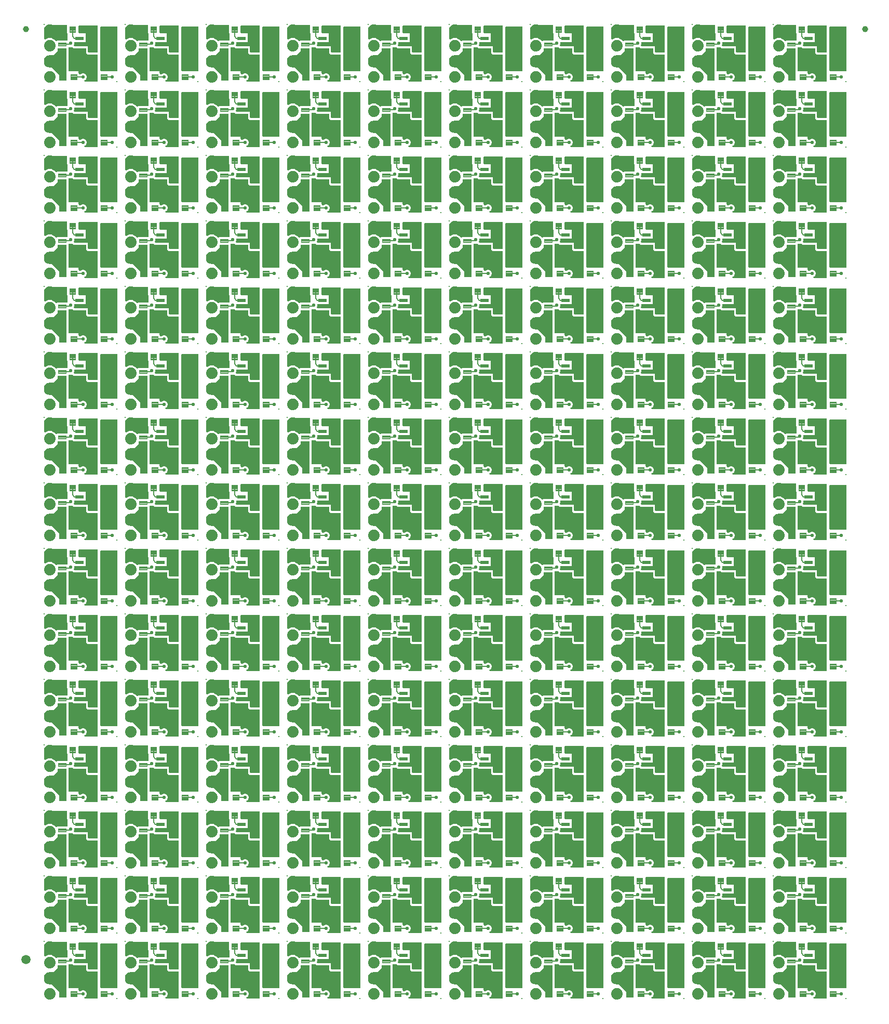
<source format=gtl>
G04 EAGLE Gerber RS-274X export*
G75*
%MOMM*%
%FSLAX34Y34*%
%LPD*%
%INTop Copper*%
%IPPOS*%
%AMOC8*
5,1,8,0,0,1.08239X$1,22.5*%
G01*
%ADD10C,0.100000*%
%ADD11C,0.102869*%
%ADD12C,0.099000*%
%ADD13C,0.101600*%
%ADD14C,1.879600*%
%ADD15C,0.200000*%
%ADD16C,1.000000*%
%ADD17C,1.500000*%
%ADD18C,0.558800*%
%ADD19C,0.203200*%
%ADD20C,0.508000*%

G36*
X650298Y21853D02*
X650298Y21853D01*
X650356Y21851D01*
X650438Y21873D01*
X650522Y21885D01*
X650575Y21908D01*
X650631Y21923D01*
X650704Y21966D01*
X650781Y22001D01*
X650826Y22039D01*
X650876Y22068D01*
X650934Y22130D01*
X650998Y22184D01*
X651030Y22233D01*
X651070Y22276D01*
X651109Y22351D01*
X651156Y22421D01*
X651173Y22477D01*
X651200Y22529D01*
X651211Y22597D01*
X651241Y22692D01*
X651244Y22792D01*
X651255Y22860D01*
X651255Y93980D01*
X651248Y94030D01*
X651249Y94044D01*
X651247Y94049D01*
X651249Y94096D01*
X651227Y94178D01*
X651215Y94262D01*
X651192Y94315D01*
X651177Y94371D01*
X651134Y94444D01*
X651099Y94521D01*
X651061Y94566D01*
X651032Y94616D01*
X650970Y94674D01*
X650916Y94738D01*
X650867Y94770D01*
X650824Y94810D01*
X650749Y94849D01*
X650679Y94896D01*
X650623Y94913D01*
X650571Y94940D01*
X650503Y94951D01*
X650408Y94981D01*
X650308Y94984D01*
X650240Y94995D01*
X624840Y94995D01*
X624782Y94987D01*
X624724Y94989D01*
X624642Y94967D01*
X624559Y94955D01*
X624505Y94932D01*
X624449Y94917D01*
X624376Y94874D01*
X624299Y94839D01*
X624254Y94801D01*
X624204Y94772D01*
X624146Y94710D01*
X624082Y94656D01*
X624050Y94607D01*
X624010Y94564D01*
X623971Y94489D01*
X623925Y94419D01*
X623907Y94363D01*
X623880Y94311D01*
X623869Y94243D01*
X623839Y94148D01*
X623836Y94048D01*
X623825Y93980D01*
X623825Y22860D01*
X623833Y22802D01*
X623831Y22744D01*
X623853Y22662D01*
X623865Y22579D01*
X623889Y22525D01*
X623903Y22469D01*
X623946Y22396D01*
X623981Y22319D01*
X624019Y22274D01*
X624049Y22224D01*
X624110Y22167D01*
X624165Y22102D01*
X624213Y22070D01*
X624256Y22030D01*
X624331Y21991D01*
X624401Y21945D01*
X624457Y21927D01*
X624509Y21900D01*
X624577Y21889D01*
X624672Y21859D01*
X624772Y21856D01*
X624840Y21845D01*
X650240Y21845D01*
X650298Y21853D01*
G37*
G36*
X254058Y21853D02*
X254058Y21853D01*
X254116Y21851D01*
X254198Y21873D01*
X254282Y21885D01*
X254335Y21908D01*
X254391Y21923D01*
X254464Y21966D01*
X254541Y22001D01*
X254586Y22039D01*
X254636Y22068D01*
X254694Y22130D01*
X254758Y22184D01*
X254790Y22233D01*
X254830Y22276D01*
X254869Y22351D01*
X254916Y22421D01*
X254933Y22477D01*
X254960Y22529D01*
X254971Y22597D01*
X255001Y22692D01*
X255004Y22792D01*
X255015Y22860D01*
X255015Y93980D01*
X255008Y94030D01*
X255009Y94044D01*
X255007Y94049D01*
X255009Y94096D01*
X254987Y94178D01*
X254975Y94262D01*
X254952Y94315D01*
X254937Y94371D01*
X254894Y94444D01*
X254859Y94521D01*
X254821Y94566D01*
X254792Y94616D01*
X254730Y94674D01*
X254676Y94738D01*
X254627Y94770D01*
X254584Y94810D01*
X254509Y94849D01*
X254439Y94896D01*
X254383Y94913D01*
X254331Y94940D01*
X254263Y94951D01*
X254168Y94981D01*
X254068Y94984D01*
X254000Y94995D01*
X228600Y94995D01*
X228542Y94987D01*
X228484Y94989D01*
X228402Y94967D01*
X228319Y94955D01*
X228265Y94932D01*
X228209Y94917D01*
X228136Y94874D01*
X228059Y94839D01*
X228014Y94801D01*
X227964Y94772D01*
X227906Y94710D01*
X227842Y94656D01*
X227810Y94607D01*
X227770Y94564D01*
X227731Y94489D01*
X227685Y94419D01*
X227667Y94363D01*
X227640Y94311D01*
X227629Y94243D01*
X227599Y94148D01*
X227596Y94048D01*
X227585Y93980D01*
X227585Y22860D01*
X227593Y22802D01*
X227591Y22744D01*
X227613Y22662D01*
X227625Y22579D01*
X227649Y22525D01*
X227663Y22469D01*
X227706Y22396D01*
X227741Y22319D01*
X227779Y22274D01*
X227809Y22224D01*
X227870Y22167D01*
X227925Y22102D01*
X227973Y22070D01*
X228016Y22030D01*
X228091Y21991D01*
X228161Y21945D01*
X228217Y21927D01*
X228269Y21900D01*
X228337Y21889D01*
X228432Y21859D01*
X228532Y21856D01*
X228600Y21845D01*
X254000Y21845D01*
X254058Y21853D01*
G37*
G36*
X386138Y128533D02*
X386138Y128533D01*
X386196Y128531D01*
X386278Y128553D01*
X386362Y128565D01*
X386415Y128588D01*
X386471Y128603D01*
X386544Y128646D01*
X386621Y128681D01*
X386666Y128719D01*
X386716Y128748D01*
X386774Y128810D01*
X386838Y128864D01*
X386870Y128913D01*
X386910Y128956D01*
X386949Y129031D01*
X386996Y129101D01*
X387013Y129157D01*
X387040Y129209D01*
X387051Y129277D01*
X387081Y129372D01*
X387084Y129472D01*
X387095Y129540D01*
X387095Y200660D01*
X387088Y200710D01*
X387089Y200724D01*
X387087Y200729D01*
X387089Y200776D01*
X387067Y200858D01*
X387055Y200942D01*
X387032Y200995D01*
X387017Y201051D01*
X386974Y201124D01*
X386939Y201201D01*
X386901Y201246D01*
X386872Y201296D01*
X386810Y201354D01*
X386756Y201418D01*
X386707Y201450D01*
X386664Y201490D01*
X386589Y201529D01*
X386519Y201576D01*
X386463Y201593D01*
X386411Y201620D01*
X386343Y201631D01*
X386248Y201661D01*
X386148Y201664D01*
X386080Y201675D01*
X360680Y201675D01*
X360622Y201667D01*
X360564Y201669D01*
X360482Y201647D01*
X360399Y201635D01*
X360345Y201612D01*
X360289Y201597D01*
X360216Y201554D01*
X360139Y201519D01*
X360094Y201481D01*
X360044Y201452D01*
X359986Y201390D01*
X359922Y201336D01*
X359890Y201287D01*
X359850Y201244D01*
X359811Y201169D01*
X359765Y201099D01*
X359747Y201043D01*
X359720Y200991D01*
X359709Y200923D01*
X359679Y200828D01*
X359676Y200728D01*
X359665Y200660D01*
X359665Y129540D01*
X359673Y129482D01*
X359671Y129424D01*
X359693Y129342D01*
X359705Y129259D01*
X359729Y129205D01*
X359743Y129149D01*
X359786Y129076D01*
X359821Y128999D01*
X359859Y128954D01*
X359889Y128904D01*
X359950Y128847D01*
X360005Y128782D01*
X360053Y128750D01*
X360096Y128710D01*
X360171Y128671D01*
X360241Y128625D01*
X360297Y128607D01*
X360349Y128580D01*
X360417Y128569D01*
X360512Y128539D01*
X360612Y128536D01*
X360680Y128525D01*
X386080Y128525D01*
X386138Y128533D01*
G37*
G36*
X914458Y768613D02*
X914458Y768613D01*
X914516Y768611D01*
X914598Y768633D01*
X914682Y768645D01*
X914735Y768669D01*
X914791Y768683D01*
X914864Y768726D01*
X914941Y768761D01*
X914986Y768799D01*
X915036Y768829D01*
X915094Y768890D01*
X915158Y768945D01*
X915190Y768993D01*
X915230Y769036D01*
X915269Y769111D01*
X915316Y769181D01*
X915333Y769237D01*
X915360Y769289D01*
X915371Y769357D01*
X915401Y769452D01*
X915404Y769552D01*
X915415Y769620D01*
X915415Y840740D01*
X915408Y840790D01*
X915409Y840804D01*
X915407Y840809D01*
X915409Y840856D01*
X915387Y840938D01*
X915375Y841022D01*
X915352Y841075D01*
X915337Y841131D01*
X915294Y841204D01*
X915259Y841281D01*
X915221Y841326D01*
X915192Y841376D01*
X915130Y841434D01*
X915076Y841498D01*
X915027Y841530D01*
X914984Y841570D01*
X914909Y841609D01*
X914839Y841656D01*
X914783Y841673D01*
X914731Y841700D01*
X914663Y841711D01*
X914568Y841741D01*
X914468Y841744D01*
X914400Y841755D01*
X889000Y841755D01*
X888942Y841747D01*
X888884Y841749D01*
X888802Y841727D01*
X888719Y841715D01*
X888665Y841692D01*
X888609Y841677D01*
X888536Y841634D01*
X888459Y841599D01*
X888414Y841561D01*
X888364Y841532D01*
X888306Y841470D01*
X888242Y841416D01*
X888210Y841367D01*
X888170Y841324D01*
X888131Y841249D01*
X888085Y841179D01*
X888067Y841123D01*
X888040Y841071D01*
X888029Y841003D01*
X887999Y840908D01*
X887996Y840808D01*
X887985Y840740D01*
X887985Y769620D01*
X887993Y769562D01*
X887991Y769504D01*
X888013Y769422D01*
X888025Y769339D01*
X888049Y769285D01*
X888063Y769229D01*
X888106Y769156D01*
X888141Y769079D01*
X888179Y769034D01*
X888209Y768984D01*
X888270Y768926D01*
X888325Y768862D01*
X888373Y768830D01*
X888416Y768790D01*
X888491Y768751D01*
X888561Y768705D01*
X888617Y768687D01*
X888669Y768660D01*
X888737Y768649D01*
X888832Y768619D01*
X888932Y768616D01*
X889000Y768605D01*
X914400Y768605D01*
X914458Y768613D01*
G37*
G36*
X121978Y981973D02*
X121978Y981973D01*
X122036Y981971D01*
X122118Y981993D01*
X122202Y982005D01*
X122255Y982029D01*
X122311Y982043D01*
X122384Y982086D01*
X122461Y982121D01*
X122506Y982159D01*
X122556Y982189D01*
X122614Y982250D01*
X122678Y982305D01*
X122710Y982353D01*
X122750Y982396D01*
X122789Y982471D01*
X122836Y982541D01*
X122853Y982597D01*
X122880Y982649D01*
X122891Y982717D01*
X122921Y982812D01*
X122924Y982912D01*
X122935Y982980D01*
X122935Y1054100D01*
X122928Y1054150D01*
X122929Y1054164D01*
X122927Y1054169D01*
X122929Y1054216D01*
X122907Y1054298D01*
X122895Y1054382D01*
X122872Y1054435D01*
X122857Y1054491D01*
X122814Y1054564D01*
X122779Y1054641D01*
X122741Y1054686D01*
X122712Y1054736D01*
X122650Y1054794D01*
X122596Y1054858D01*
X122547Y1054890D01*
X122504Y1054930D01*
X122429Y1054969D01*
X122359Y1055016D01*
X122303Y1055033D01*
X122251Y1055060D01*
X122183Y1055071D01*
X122088Y1055101D01*
X121988Y1055104D01*
X121920Y1055115D01*
X96520Y1055115D01*
X96462Y1055107D01*
X96404Y1055109D01*
X96322Y1055087D01*
X96239Y1055075D01*
X96185Y1055052D01*
X96129Y1055037D01*
X96056Y1054994D01*
X95979Y1054959D01*
X95934Y1054921D01*
X95884Y1054892D01*
X95826Y1054830D01*
X95762Y1054776D01*
X95730Y1054727D01*
X95690Y1054684D01*
X95651Y1054609D01*
X95605Y1054539D01*
X95587Y1054483D01*
X95560Y1054431D01*
X95549Y1054363D01*
X95519Y1054268D01*
X95516Y1054168D01*
X95505Y1054100D01*
X95505Y982980D01*
X95513Y982922D01*
X95511Y982864D01*
X95533Y982782D01*
X95545Y982699D01*
X95569Y982645D01*
X95583Y982589D01*
X95626Y982516D01*
X95661Y982439D01*
X95699Y982394D01*
X95729Y982344D01*
X95790Y982286D01*
X95845Y982222D01*
X95893Y982190D01*
X95936Y982150D01*
X96011Y982111D01*
X96081Y982065D01*
X96137Y982047D01*
X96189Y982020D01*
X96257Y982009D01*
X96352Y981979D01*
X96452Y981976D01*
X96520Y981965D01*
X121920Y981965D01*
X121978Y981973D01*
G37*
G36*
X254058Y1302013D02*
X254058Y1302013D01*
X254116Y1302011D01*
X254198Y1302033D01*
X254282Y1302045D01*
X254335Y1302069D01*
X254391Y1302083D01*
X254464Y1302126D01*
X254541Y1302161D01*
X254586Y1302199D01*
X254636Y1302229D01*
X254694Y1302290D01*
X254758Y1302345D01*
X254790Y1302393D01*
X254830Y1302436D01*
X254869Y1302511D01*
X254916Y1302581D01*
X254933Y1302637D01*
X254960Y1302689D01*
X254971Y1302757D01*
X255001Y1302852D01*
X255004Y1302952D01*
X255015Y1303020D01*
X255015Y1374140D01*
X255008Y1374190D01*
X255009Y1374204D01*
X255007Y1374209D01*
X255009Y1374256D01*
X254987Y1374338D01*
X254975Y1374422D01*
X254952Y1374475D01*
X254937Y1374531D01*
X254894Y1374604D01*
X254859Y1374681D01*
X254821Y1374726D01*
X254792Y1374776D01*
X254730Y1374834D01*
X254676Y1374898D01*
X254627Y1374930D01*
X254584Y1374970D01*
X254509Y1375009D01*
X254439Y1375056D01*
X254383Y1375073D01*
X254331Y1375100D01*
X254263Y1375111D01*
X254168Y1375141D01*
X254068Y1375144D01*
X254000Y1375155D01*
X228600Y1375155D01*
X228542Y1375147D01*
X228484Y1375149D01*
X228402Y1375127D01*
X228319Y1375115D01*
X228265Y1375092D01*
X228209Y1375077D01*
X228136Y1375034D01*
X228059Y1374999D01*
X228014Y1374961D01*
X227964Y1374932D01*
X227906Y1374870D01*
X227842Y1374816D01*
X227810Y1374767D01*
X227770Y1374724D01*
X227731Y1374649D01*
X227685Y1374579D01*
X227667Y1374523D01*
X227640Y1374471D01*
X227629Y1374403D01*
X227599Y1374308D01*
X227596Y1374208D01*
X227585Y1374140D01*
X227585Y1303020D01*
X227593Y1302962D01*
X227591Y1302904D01*
X227613Y1302822D01*
X227625Y1302739D01*
X227649Y1302685D01*
X227663Y1302629D01*
X227706Y1302556D01*
X227741Y1302479D01*
X227779Y1302434D01*
X227809Y1302384D01*
X227870Y1302326D01*
X227925Y1302262D01*
X227973Y1302230D01*
X228016Y1302190D01*
X228091Y1302151D01*
X228161Y1302105D01*
X228217Y1302087D01*
X228269Y1302060D01*
X228337Y1302049D01*
X228432Y1302019D01*
X228532Y1302016D01*
X228600Y1302005D01*
X254000Y1302005D01*
X254058Y1302013D01*
G37*
G36*
X782378Y1302013D02*
X782378Y1302013D01*
X782436Y1302011D01*
X782518Y1302033D01*
X782602Y1302045D01*
X782655Y1302069D01*
X782711Y1302083D01*
X782784Y1302126D01*
X782861Y1302161D01*
X782906Y1302199D01*
X782956Y1302229D01*
X783014Y1302290D01*
X783078Y1302345D01*
X783110Y1302393D01*
X783150Y1302436D01*
X783189Y1302511D01*
X783236Y1302581D01*
X783253Y1302637D01*
X783280Y1302689D01*
X783291Y1302757D01*
X783321Y1302852D01*
X783324Y1302952D01*
X783335Y1303020D01*
X783335Y1374140D01*
X783328Y1374190D01*
X783329Y1374204D01*
X783327Y1374209D01*
X783329Y1374256D01*
X783307Y1374338D01*
X783295Y1374422D01*
X783272Y1374475D01*
X783257Y1374531D01*
X783214Y1374604D01*
X783179Y1374681D01*
X783141Y1374726D01*
X783112Y1374776D01*
X783050Y1374834D01*
X782996Y1374898D01*
X782947Y1374930D01*
X782904Y1374970D01*
X782829Y1375009D01*
X782759Y1375056D01*
X782703Y1375073D01*
X782651Y1375100D01*
X782583Y1375111D01*
X782488Y1375141D01*
X782388Y1375144D01*
X782320Y1375155D01*
X756920Y1375155D01*
X756862Y1375147D01*
X756804Y1375149D01*
X756722Y1375127D01*
X756639Y1375115D01*
X756585Y1375092D01*
X756529Y1375077D01*
X756456Y1375034D01*
X756379Y1374999D01*
X756334Y1374961D01*
X756284Y1374932D01*
X756226Y1374870D01*
X756162Y1374816D01*
X756130Y1374767D01*
X756090Y1374724D01*
X756051Y1374649D01*
X756005Y1374579D01*
X755987Y1374523D01*
X755960Y1374471D01*
X755949Y1374403D01*
X755919Y1374308D01*
X755916Y1374208D01*
X755905Y1374140D01*
X755905Y1303020D01*
X755913Y1302962D01*
X755911Y1302904D01*
X755933Y1302822D01*
X755945Y1302739D01*
X755969Y1302685D01*
X755983Y1302629D01*
X756026Y1302556D01*
X756061Y1302479D01*
X756099Y1302434D01*
X756129Y1302384D01*
X756190Y1302326D01*
X756245Y1302262D01*
X756293Y1302230D01*
X756336Y1302190D01*
X756411Y1302151D01*
X756481Y1302105D01*
X756537Y1302087D01*
X756589Y1302060D01*
X756657Y1302049D01*
X756752Y1302019D01*
X756852Y1302016D01*
X756920Y1302005D01*
X782320Y1302005D01*
X782378Y1302013D01*
G37*
G36*
X121978Y1302013D02*
X121978Y1302013D01*
X122036Y1302011D01*
X122118Y1302033D01*
X122202Y1302045D01*
X122255Y1302069D01*
X122311Y1302083D01*
X122384Y1302126D01*
X122461Y1302161D01*
X122506Y1302199D01*
X122556Y1302229D01*
X122614Y1302290D01*
X122678Y1302345D01*
X122710Y1302393D01*
X122750Y1302436D01*
X122789Y1302511D01*
X122836Y1302581D01*
X122853Y1302637D01*
X122880Y1302689D01*
X122891Y1302757D01*
X122921Y1302852D01*
X122924Y1302952D01*
X122935Y1303020D01*
X122935Y1374140D01*
X122928Y1374190D01*
X122929Y1374204D01*
X122927Y1374209D01*
X122929Y1374256D01*
X122907Y1374338D01*
X122895Y1374422D01*
X122872Y1374475D01*
X122857Y1374531D01*
X122814Y1374604D01*
X122779Y1374681D01*
X122741Y1374726D01*
X122712Y1374776D01*
X122650Y1374834D01*
X122596Y1374898D01*
X122547Y1374930D01*
X122504Y1374970D01*
X122429Y1375009D01*
X122359Y1375056D01*
X122303Y1375073D01*
X122251Y1375100D01*
X122183Y1375111D01*
X122088Y1375141D01*
X121988Y1375144D01*
X121920Y1375155D01*
X96520Y1375155D01*
X96462Y1375147D01*
X96404Y1375149D01*
X96322Y1375127D01*
X96239Y1375115D01*
X96185Y1375092D01*
X96129Y1375077D01*
X96056Y1375034D01*
X95979Y1374999D01*
X95934Y1374961D01*
X95884Y1374932D01*
X95826Y1374870D01*
X95762Y1374816D01*
X95730Y1374767D01*
X95690Y1374724D01*
X95651Y1374649D01*
X95605Y1374579D01*
X95587Y1374523D01*
X95560Y1374471D01*
X95549Y1374403D01*
X95519Y1374308D01*
X95516Y1374208D01*
X95505Y1374140D01*
X95505Y1303020D01*
X95513Y1302962D01*
X95511Y1302904D01*
X95533Y1302822D01*
X95545Y1302739D01*
X95569Y1302685D01*
X95583Y1302629D01*
X95626Y1302556D01*
X95661Y1302479D01*
X95699Y1302434D01*
X95729Y1302384D01*
X95790Y1302326D01*
X95845Y1302262D01*
X95893Y1302230D01*
X95936Y1302190D01*
X96011Y1302151D01*
X96081Y1302105D01*
X96137Y1302087D01*
X96189Y1302060D01*
X96257Y1302049D01*
X96352Y1302019D01*
X96452Y1302016D01*
X96520Y1302005D01*
X121920Y1302005D01*
X121978Y1302013D01*
G37*
G36*
X518218Y1302013D02*
X518218Y1302013D01*
X518276Y1302011D01*
X518358Y1302033D01*
X518442Y1302045D01*
X518495Y1302069D01*
X518551Y1302083D01*
X518624Y1302126D01*
X518701Y1302161D01*
X518746Y1302199D01*
X518796Y1302229D01*
X518854Y1302290D01*
X518918Y1302345D01*
X518950Y1302393D01*
X518990Y1302436D01*
X519029Y1302511D01*
X519076Y1302581D01*
X519093Y1302637D01*
X519120Y1302689D01*
X519131Y1302757D01*
X519161Y1302852D01*
X519164Y1302952D01*
X519175Y1303020D01*
X519175Y1374140D01*
X519168Y1374190D01*
X519169Y1374204D01*
X519167Y1374209D01*
X519169Y1374256D01*
X519147Y1374338D01*
X519135Y1374422D01*
X519112Y1374475D01*
X519097Y1374531D01*
X519054Y1374604D01*
X519019Y1374681D01*
X518981Y1374726D01*
X518952Y1374776D01*
X518890Y1374834D01*
X518836Y1374898D01*
X518787Y1374930D01*
X518744Y1374970D01*
X518669Y1375009D01*
X518599Y1375056D01*
X518543Y1375073D01*
X518491Y1375100D01*
X518423Y1375111D01*
X518328Y1375141D01*
X518228Y1375144D01*
X518160Y1375155D01*
X492760Y1375155D01*
X492702Y1375147D01*
X492644Y1375149D01*
X492562Y1375127D01*
X492479Y1375115D01*
X492425Y1375092D01*
X492369Y1375077D01*
X492296Y1375034D01*
X492219Y1374999D01*
X492174Y1374961D01*
X492124Y1374932D01*
X492066Y1374870D01*
X492002Y1374816D01*
X491970Y1374767D01*
X491930Y1374724D01*
X491891Y1374649D01*
X491845Y1374579D01*
X491827Y1374523D01*
X491800Y1374471D01*
X491789Y1374403D01*
X491759Y1374308D01*
X491756Y1374208D01*
X491745Y1374140D01*
X491745Y1303020D01*
X491753Y1302962D01*
X491751Y1302904D01*
X491773Y1302822D01*
X491785Y1302739D01*
X491809Y1302685D01*
X491823Y1302629D01*
X491866Y1302556D01*
X491901Y1302479D01*
X491939Y1302434D01*
X491969Y1302384D01*
X492030Y1302326D01*
X492085Y1302262D01*
X492133Y1302230D01*
X492176Y1302190D01*
X492251Y1302151D01*
X492321Y1302105D01*
X492377Y1302087D01*
X492429Y1302060D01*
X492497Y1302049D01*
X492592Y1302019D01*
X492692Y1302016D01*
X492760Y1302005D01*
X518160Y1302005D01*
X518218Y1302013D01*
G37*
G36*
X386138Y1302013D02*
X386138Y1302013D01*
X386196Y1302011D01*
X386278Y1302033D01*
X386362Y1302045D01*
X386415Y1302069D01*
X386471Y1302083D01*
X386544Y1302126D01*
X386621Y1302161D01*
X386666Y1302199D01*
X386716Y1302229D01*
X386774Y1302290D01*
X386838Y1302345D01*
X386870Y1302393D01*
X386910Y1302436D01*
X386949Y1302511D01*
X386996Y1302581D01*
X387013Y1302637D01*
X387040Y1302689D01*
X387051Y1302757D01*
X387081Y1302852D01*
X387084Y1302952D01*
X387095Y1303020D01*
X387095Y1374140D01*
X387088Y1374190D01*
X387089Y1374204D01*
X387087Y1374209D01*
X387089Y1374256D01*
X387067Y1374338D01*
X387055Y1374422D01*
X387032Y1374475D01*
X387017Y1374531D01*
X386974Y1374604D01*
X386939Y1374681D01*
X386901Y1374726D01*
X386872Y1374776D01*
X386810Y1374834D01*
X386756Y1374898D01*
X386707Y1374930D01*
X386664Y1374970D01*
X386589Y1375009D01*
X386519Y1375056D01*
X386463Y1375073D01*
X386411Y1375100D01*
X386343Y1375111D01*
X386248Y1375141D01*
X386148Y1375144D01*
X386080Y1375155D01*
X360680Y1375155D01*
X360622Y1375147D01*
X360564Y1375149D01*
X360482Y1375127D01*
X360399Y1375115D01*
X360345Y1375092D01*
X360289Y1375077D01*
X360216Y1375034D01*
X360139Y1374999D01*
X360094Y1374961D01*
X360044Y1374932D01*
X359986Y1374870D01*
X359922Y1374816D01*
X359890Y1374767D01*
X359850Y1374724D01*
X359811Y1374649D01*
X359765Y1374579D01*
X359747Y1374523D01*
X359720Y1374471D01*
X359709Y1374403D01*
X359679Y1374308D01*
X359676Y1374208D01*
X359665Y1374140D01*
X359665Y1303020D01*
X359673Y1302962D01*
X359671Y1302904D01*
X359693Y1302822D01*
X359705Y1302739D01*
X359729Y1302685D01*
X359743Y1302629D01*
X359786Y1302556D01*
X359821Y1302479D01*
X359859Y1302434D01*
X359889Y1302384D01*
X359950Y1302326D01*
X360005Y1302262D01*
X360053Y1302230D01*
X360096Y1302190D01*
X360171Y1302151D01*
X360241Y1302105D01*
X360297Y1302087D01*
X360349Y1302060D01*
X360417Y1302049D01*
X360512Y1302019D01*
X360612Y1302016D01*
X360680Y1302005D01*
X386080Y1302005D01*
X386138Y1302013D01*
G37*
G36*
X1046538Y1302013D02*
X1046538Y1302013D01*
X1046596Y1302011D01*
X1046678Y1302033D01*
X1046762Y1302045D01*
X1046815Y1302069D01*
X1046871Y1302083D01*
X1046944Y1302126D01*
X1047021Y1302161D01*
X1047066Y1302199D01*
X1047116Y1302229D01*
X1047174Y1302290D01*
X1047238Y1302345D01*
X1047270Y1302393D01*
X1047310Y1302436D01*
X1047349Y1302511D01*
X1047396Y1302581D01*
X1047413Y1302637D01*
X1047440Y1302689D01*
X1047451Y1302757D01*
X1047481Y1302852D01*
X1047484Y1302952D01*
X1047495Y1303020D01*
X1047495Y1374140D01*
X1047488Y1374190D01*
X1047489Y1374204D01*
X1047487Y1374209D01*
X1047489Y1374256D01*
X1047467Y1374338D01*
X1047455Y1374422D01*
X1047432Y1374475D01*
X1047417Y1374531D01*
X1047374Y1374604D01*
X1047339Y1374681D01*
X1047301Y1374726D01*
X1047272Y1374776D01*
X1047210Y1374834D01*
X1047156Y1374898D01*
X1047107Y1374930D01*
X1047064Y1374970D01*
X1046989Y1375009D01*
X1046919Y1375056D01*
X1046863Y1375073D01*
X1046811Y1375100D01*
X1046743Y1375111D01*
X1046648Y1375141D01*
X1046548Y1375144D01*
X1046480Y1375155D01*
X1021080Y1375155D01*
X1021022Y1375147D01*
X1020964Y1375149D01*
X1020882Y1375127D01*
X1020799Y1375115D01*
X1020745Y1375092D01*
X1020689Y1375077D01*
X1020616Y1375034D01*
X1020539Y1374999D01*
X1020494Y1374961D01*
X1020444Y1374932D01*
X1020386Y1374870D01*
X1020322Y1374816D01*
X1020290Y1374767D01*
X1020250Y1374724D01*
X1020211Y1374649D01*
X1020165Y1374579D01*
X1020147Y1374523D01*
X1020120Y1374471D01*
X1020109Y1374403D01*
X1020079Y1374308D01*
X1020076Y1374208D01*
X1020065Y1374140D01*
X1020065Y1303020D01*
X1020073Y1302962D01*
X1020071Y1302904D01*
X1020093Y1302822D01*
X1020105Y1302739D01*
X1020129Y1302685D01*
X1020143Y1302629D01*
X1020186Y1302556D01*
X1020221Y1302479D01*
X1020259Y1302434D01*
X1020289Y1302384D01*
X1020350Y1302326D01*
X1020405Y1302262D01*
X1020453Y1302230D01*
X1020496Y1302190D01*
X1020571Y1302151D01*
X1020641Y1302105D01*
X1020697Y1302087D01*
X1020749Y1302060D01*
X1020817Y1302049D01*
X1020912Y1302019D01*
X1021012Y1302016D01*
X1021080Y1302005D01*
X1046480Y1302005D01*
X1046538Y1302013D01*
G37*
G36*
X1046538Y1195333D02*
X1046538Y1195333D01*
X1046596Y1195331D01*
X1046678Y1195353D01*
X1046762Y1195365D01*
X1046815Y1195389D01*
X1046871Y1195403D01*
X1046944Y1195446D01*
X1047021Y1195481D01*
X1047066Y1195519D01*
X1047116Y1195549D01*
X1047174Y1195610D01*
X1047238Y1195665D01*
X1047270Y1195713D01*
X1047310Y1195756D01*
X1047349Y1195831D01*
X1047396Y1195901D01*
X1047413Y1195957D01*
X1047440Y1196009D01*
X1047451Y1196077D01*
X1047481Y1196172D01*
X1047484Y1196272D01*
X1047495Y1196340D01*
X1047495Y1267460D01*
X1047488Y1267510D01*
X1047489Y1267524D01*
X1047487Y1267529D01*
X1047489Y1267576D01*
X1047467Y1267658D01*
X1047455Y1267742D01*
X1047432Y1267795D01*
X1047417Y1267851D01*
X1047374Y1267924D01*
X1047339Y1268001D01*
X1047301Y1268046D01*
X1047272Y1268096D01*
X1047210Y1268154D01*
X1047156Y1268218D01*
X1047107Y1268250D01*
X1047064Y1268290D01*
X1046989Y1268329D01*
X1046919Y1268376D01*
X1046863Y1268393D01*
X1046811Y1268420D01*
X1046743Y1268431D01*
X1046648Y1268461D01*
X1046548Y1268464D01*
X1046480Y1268475D01*
X1021080Y1268475D01*
X1021022Y1268467D01*
X1020964Y1268469D01*
X1020882Y1268447D01*
X1020799Y1268435D01*
X1020745Y1268412D01*
X1020689Y1268397D01*
X1020616Y1268354D01*
X1020539Y1268319D01*
X1020494Y1268281D01*
X1020444Y1268252D01*
X1020386Y1268190D01*
X1020322Y1268136D01*
X1020290Y1268087D01*
X1020250Y1268044D01*
X1020211Y1267969D01*
X1020165Y1267899D01*
X1020147Y1267843D01*
X1020120Y1267791D01*
X1020109Y1267723D01*
X1020079Y1267628D01*
X1020076Y1267528D01*
X1020065Y1267460D01*
X1020065Y1196340D01*
X1020073Y1196282D01*
X1020071Y1196224D01*
X1020093Y1196142D01*
X1020105Y1196059D01*
X1020129Y1196005D01*
X1020143Y1195949D01*
X1020186Y1195876D01*
X1020221Y1195799D01*
X1020259Y1195754D01*
X1020289Y1195704D01*
X1020350Y1195646D01*
X1020405Y1195582D01*
X1020453Y1195550D01*
X1020496Y1195510D01*
X1020571Y1195471D01*
X1020641Y1195425D01*
X1020697Y1195407D01*
X1020749Y1195380D01*
X1020817Y1195369D01*
X1020912Y1195339D01*
X1021012Y1195336D01*
X1021080Y1195325D01*
X1046480Y1195325D01*
X1046538Y1195333D01*
G37*
G36*
X518218Y21853D02*
X518218Y21853D01*
X518276Y21851D01*
X518358Y21873D01*
X518442Y21885D01*
X518495Y21909D01*
X518551Y21923D01*
X518624Y21966D01*
X518701Y22001D01*
X518746Y22039D01*
X518796Y22069D01*
X518854Y22130D01*
X518918Y22185D01*
X518950Y22233D01*
X518990Y22276D01*
X519029Y22351D01*
X519076Y22421D01*
X519093Y22477D01*
X519120Y22529D01*
X519131Y22597D01*
X519161Y22692D01*
X519164Y22792D01*
X519175Y22860D01*
X519175Y93980D01*
X519168Y94030D01*
X519169Y94044D01*
X519167Y94049D01*
X519169Y94096D01*
X519147Y94178D01*
X519135Y94262D01*
X519112Y94315D01*
X519097Y94371D01*
X519054Y94444D01*
X519019Y94521D01*
X518981Y94566D01*
X518952Y94616D01*
X518890Y94674D01*
X518836Y94738D01*
X518787Y94770D01*
X518744Y94810D01*
X518669Y94849D01*
X518599Y94896D01*
X518543Y94913D01*
X518491Y94940D01*
X518423Y94951D01*
X518328Y94981D01*
X518228Y94984D01*
X518160Y94995D01*
X492760Y94995D01*
X492702Y94987D01*
X492644Y94989D01*
X492562Y94967D01*
X492479Y94955D01*
X492425Y94932D01*
X492369Y94917D01*
X492296Y94874D01*
X492219Y94839D01*
X492174Y94801D01*
X492124Y94772D01*
X492066Y94710D01*
X492002Y94656D01*
X491970Y94607D01*
X491930Y94564D01*
X491891Y94489D01*
X491845Y94419D01*
X491827Y94363D01*
X491800Y94311D01*
X491789Y94243D01*
X491759Y94148D01*
X491756Y94048D01*
X491745Y93980D01*
X491745Y22860D01*
X491753Y22802D01*
X491751Y22744D01*
X491773Y22662D01*
X491785Y22579D01*
X491809Y22525D01*
X491823Y22469D01*
X491866Y22396D01*
X491901Y22319D01*
X491939Y22274D01*
X491969Y22224D01*
X492030Y22166D01*
X492085Y22102D01*
X492133Y22070D01*
X492176Y22030D01*
X492251Y21991D01*
X492321Y21945D01*
X492377Y21927D01*
X492429Y21900D01*
X492497Y21889D01*
X492592Y21859D01*
X492692Y21856D01*
X492760Y21845D01*
X518160Y21845D01*
X518218Y21853D01*
G37*
G36*
X254058Y1088653D02*
X254058Y1088653D01*
X254116Y1088651D01*
X254198Y1088673D01*
X254282Y1088685D01*
X254335Y1088709D01*
X254391Y1088723D01*
X254464Y1088766D01*
X254541Y1088801D01*
X254586Y1088839D01*
X254636Y1088869D01*
X254694Y1088930D01*
X254758Y1088985D01*
X254790Y1089033D01*
X254830Y1089076D01*
X254869Y1089151D01*
X254916Y1089221D01*
X254933Y1089277D01*
X254960Y1089329D01*
X254971Y1089397D01*
X255001Y1089492D01*
X255004Y1089592D01*
X255015Y1089660D01*
X255015Y1160780D01*
X255008Y1160830D01*
X255009Y1160844D01*
X255007Y1160849D01*
X255009Y1160896D01*
X254987Y1160978D01*
X254975Y1161062D01*
X254952Y1161115D01*
X254937Y1161171D01*
X254894Y1161244D01*
X254859Y1161321D01*
X254821Y1161366D01*
X254792Y1161416D01*
X254730Y1161474D01*
X254676Y1161538D01*
X254627Y1161570D01*
X254584Y1161610D01*
X254509Y1161649D01*
X254439Y1161696D01*
X254383Y1161713D01*
X254331Y1161740D01*
X254263Y1161751D01*
X254168Y1161781D01*
X254068Y1161784D01*
X254000Y1161795D01*
X228600Y1161795D01*
X228542Y1161787D01*
X228484Y1161789D01*
X228402Y1161767D01*
X228319Y1161755D01*
X228265Y1161732D01*
X228209Y1161717D01*
X228136Y1161674D01*
X228059Y1161639D01*
X228014Y1161601D01*
X227964Y1161572D01*
X227906Y1161510D01*
X227842Y1161456D01*
X227810Y1161407D01*
X227770Y1161364D01*
X227731Y1161289D01*
X227685Y1161219D01*
X227667Y1161163D01*
X227640Y1161111D01*
X227629Y1161043D01*
X227599Y1160948D01*
X227596Y1160848D01*
X227585Y1160780D01*
X227585Y1089660D01*
X227593Y1089602D01*
X227591Y1089544D01*
X227613Y1089462D01*
X227625Y1089379D01*
X227649Y1089325D01*
X227663Y1089269D01*
X227706Y1089196D01*
X227741Y1089119D01*
X227779Y1089074D01*
X227809Y1089024D01*
X227870Y1088966D01*
X227925Y1088902D01*
X227973Y1088870D01*
X228016Y1088830D01*
X228091Y1088791D01*
X228161Y1088745D01*
X228217Y1088727D01*
X228269Y1088700D01*
X228337Y1088689D01*
X228432Y1088659D01*
X228532Y1088656D01*
X228600Y1088645D01*
X254000Y1088645D01*
X254058Y1088653D01*
G37*
G36*
X914458Y128533D02*
X914458Y128533D01*
X914516Y128531D01*
X914598Y128553D01*
X914682Y128565D01*
X914735Y128589D01*
X914791Y128603D01*
X914864Y128646D01*
X914941Y128681D01*
X914986Y128719D01*
X915036Y128749D01*
X915094Y128810D01*
X915158Y128865D01*
X915190Y128913D01*
X915230Y128956D01*
X915269Y129031D01*
X915316Y129101D01*
X915333Y129157D01*
X915360Y129209D01*
X915371Y129277D01*
X915401Y129372D01*
X915404Y129472D01*
X915415Y129540D01*
X915415Y200660D01*
X915408Y200710D01*
X915409Y200724D01*
X915407Y200729D01*
X915409Y200776D01*
X915387Y200858D01*
X915375Y200942D01*
X915352Y200995D01*
X915337Y201051D01*
X915294Y201124D01*
X915259Y201201D01*
X915221Y201246D01*
X915192Y201296D01*
X915130Y201354D01*
X915076Y201418D01*
X915027Y201450D01*
X914984Y201490D01*
X914909Y201529D01*
X914839Y201576D01*
X914783Y201593D01*
X914731Y201620D01*
X914663Y201631D01*
X914568Y201661D01*
X914468Y201664D01*
X914400Y201675D01*
X889000Y201675D01*
X888942Y201667D01*
X888884Y201669D01*
X888802Y201647D01*
X888719Y201635D01*
X888665Y201612D01*
X888609Y201597D01*
X888536Y201554D01*
X888459Y201519D01*
X888414Y201481D01*
X888364Y201452D01*
X888306Y201390D01*
X888242Y201336D01*
X888210Y201287D01*
X888170Y201244D01*
X888131Y201169D01*
X888085Y201099D01*
X888067Y201043D01*
X888040Y200991D01*
X888029Y200923D01*
X887999Y200828D01*
X887996Y200728D01*
X887985Y200660D01*
X887985Y129540D01*
X887993Y129482D01*
X887991Y129424D01*
X888013Y129342D01*
X888025Y129259D01*
X888049Y129205D01*
X888063Y129149D01*
X888106Y129076D01*
X888141Y128999D01*
X888179Y128954D01*
X888209Y128904D01*
X888270Y128846D01*
X888325Y128782D01*
X888373Y128750D01*
X888416Y128710D01*
X888491Y128671D01*
X888561Y128625D01*
X888617Y128607D01*
X888669Y128580D01*
X888737Y128569D01*
X888832Y128539D01*
X888932Y128536D01*
X889000Y128525D01*
X914400Y128525D01*
X914458Y128533D01*
G37*
G36*
X1046538Y128533D02*
X1046538Y128533D01*
X1046596Y128531D01*
X1046678Y128553D01*
X1046762Y128565D01*
X1046815Y128589D01*
X1046871Y128603D01*
X1046944Y128646D01*
X1047021Y128681D01*
X1047066Y128719D01*
X1047116Y128749D01*
X1047174Y128810D01*
X1047238Y128865D01*
X1047270Y128913D01*
X1047310Y128956D01*
X1047349Y129031D01*
X1047396Y129101D01*
X1047413Y129157D01*
X1047440Y129209D01*
X1047451Y129277D01*
X1047481Y129372D01*
X1047484Y129472D01*
X1047495Y129540D01*
X1047495Y200660D01*
X1047488Y200710D01*
X1047489Y200724D01*
X1047487Y200729D01*
X1047489Y200776D01*
X1047467Y200858D01*
X1047455Y200942D01*
X1047432Y200995D01*
X1047417Y201051D01*
X1047374Y201124D01*
X1047339Y201201D01*
X1047301Y201246D01*
X1047272Y201296D01*
X1047210Y201354D01*
X1047156Y201418D01*
X1047107Y201450D01*
X1047064Y201490D01*
X1046989Y201529D01*
X1046919Y201576D01*
X1046863Y201593D01*
X1046811Y201620D01*
X1046743Y201631D01*
X1046648Y201661D01*
X1046548Y201664D01*
X1046480Y201675D01*
X1021080Y201675D01*
X1021022Y201667D01*
X1020964Y201669D01*
X1020882Y201647D01*
X1020799Y201635D01*
X1020745Y201612D01*
X1020689Y201597D01*
X1020616Y201554D01*
X1020539Y201519D01*
X1020494Y201481D01*
X1020444Y201452D01*
X1020386Y201390D01*
X1020322Y201336D01*
X1020290Y201287D01*
X1020250Y201244D01*
X1020211Y201169D01*
X1020165Y201099D01*
X1020147Y201043D01*
X1020120Y200991D01*
X1020109Y200923D01*
X1020079Y200828D01*
X1020076Y200728D01*
X1020065Y200660D01*
X1020065Y129540D01*
X1020073Y129482D01*
X1020071Y129424D01*
X1020093Y129342D01*
X1020105Y129259D01*
X1020129Y129205D01*
X1020143Y129149D01*
X1020186Y129076D01*
X1020221Y128999D01*
X1020259Y128954D01*
X1020289Y128904D01*
X1020350Y128846D01*
X1020405Y128782D01*
X1020453Y128750D01*
X1020496Y128710D01*
X1020571Y128671D01*
X1020641Y128625D01*
X1020697Y128607D01*
X1020749Y128580D01*
X1020817Y128569D01*
X1020912Y128539D01*
X1021012Y128536D01*
X1021080Y128525D01*
X1046480Y128525D01*
X1046538Y128533D01*
G37*
G36*
X782378Y128533D02*
X782378Y128533D01*
X782436Y128531D01*
X782518Y128553D01*
X782602Y128565D01*
X782655Y128589D01*
X782711Y128603D01*
X782784Y128646D01*
X782861Y128681D01*
X782906Y128719D01*
X782956Y128749D01*
X783014Y128810D01*
X783078Y128865D01*
X783110Y128913D01*
X783150Y128956D01*
X783189Y129031D01*
X783236Y129101D01*
X783253Y129157D01*
X783280Y129209D01*
X783291Y129277D01*
X783321Y129372D01*
X783324Y129472D01*
X783335Y129540D01*
X783335Y200660D01*
X783328Y200710D01*
X783329Y200724D01*
X783327Y200729D01*
X783329Y200776D01*
X783307Y200858D01*
X783295Y200942D01*
X783272Y200995D01*
X783257Y201051D01*
X783214Y201124D01*
X783179Y201201D01*
X783141Y201246D01*
X783112Y201296D01*
X783050Y201354D01*
X782996Y201418D01*
X782947Y201450D01*
X782904Y201490D01*
X782829Y201529D01*
X782759Y201576D01*
X782703Y201593D01*
X782651Y201620D01*
X782583Y201631D01*
X782488Y201661D01*
X782388Y201664D01*
X782320Y201675D01*
X756920Y201675D01*
X756862Y201667D01*
X756804Y201669D01*
X756722Y201647D01*
X756639Y201635D01*
X756585Y201612D01*
X756529Y201597D01*
X756456Y201554D01*
X756379Y201519D01*
X756334Y201481D01*
X756284Y201452D01*
X756226Y201390D01*
X756162Y201336D01*
X756130Y201287D01*
X756090Y201244D01*
X756051Y201169D01*
X756005Y201099D01*
X755987Y201043D01*
X755960Y200991D01*
X755949Y200923D01*
X755919Y200828D01*
X755916Y200728D01*
X755905Y200660D01*
X755905Y129540D01*
X755913Y129482D01*
X755911Y129424D01*
X755933Y129342D01*
X755945Y129259D01*
X755969Y129205D01*
X755983Y129149D01*
X756026Y129076D01*
X756061Y128999D01*
X756099Y128954D01*
X756129Y128904D01*
X756190Y128846D01*
X756245Y128782D01*
X756293Y128750D01*
X756336Y128710D01*
X756411Y128671D01*
X756481Y128625D01*
X756537Y128607D01*
X756589Y128580D01*
X756657Y128569D01*
X756752Y128539D01*
X756852Y128536D01*
X756920Y128525D01*
X782320Y128525D01*
X782378Y128533D01*
G37*
G36*
X1178618Y128533D02*
X1178618Y128533D01*
X1178676Y128531D01*
X1178758Y128553D01*
X1178842Y128565D01*
X1178895Y128589D01*
X1178951Y128603D01*
X1179024Y128646D01*
X1179101Y128681D01*
X1179146Y128719D01*
X1179196Y128749D01*
X1179254Y128810D01*
X1179318Y128865D01*
X1179350Y128913D01*
X1179390Y128956D01*
X1179429Y129031D01*
X1179476Y129101D01*
X1179493Y129157D01*
X1179520Y129209D01*
X1179531Y129277D01*
X1179561Y129372D01*
X1179564Y129472D01*
X1179575Y129540D01*
X1179575Y200660D01*
X1179568Y200710D01*
X1179569Y200724D01*
X1179567Y200729D01*
X1179569Y200776D01*
X1179547Y200858D01*
X1179535Y200942D01*
X1179512Y200995D01*
X1179497Y201051D01*
X1179454Y201124D01*
X1179419Y201201D01*
X1179381Y201246D01*
X1179352Y201296D01*
X1179290Y201354D01*
X1179236Y201418D01*
X1179187Y201450D01*
X1179144Y201490D01*
X1179069Y201529D01*
X1178999Y201576D01*
X1178943Y201593D01*
X1178891Y201620D01*
X1178823Y201631D01*
X1178728Y201661D01*
X1178628Y201664D01*
X1178560Y201675D01*
X1153160Y201675D01*
X1153102Y201667D01*
X1153044Y201669D01*
X1152962Y201647D01*
X1152879Y201635D01*
X1152825Y201612D01*
X1152769Y201597D01*
X1152696Y201554D01*
X1152619Y201519D01*
X1152574Y201481D01*
X1152524Y201452D01*
X1152466Y201390D01*
X1152402Y201336D01*
X1152370Y201287D01*
X1152330Y201244D01*
X1152291Y201169D01*
X1152245Y201099D01*
X1152227Y201043D01*
X1152200Y200991D01*
X1152189Y200923D01*
X1152159Y200828D01*
X1152156Y200728D01*
X1152145Y200660D01*
X1152145Y129540D01*
X1152153Y129482D01*
X1152151Y129424D01*
X1152173Y129342D01*
X1152185Y129259D01*
X1152209Y129205D01*
X1152223Y129149D01*
X1152266Y129076D01*
X1152301Y128999D01*
X1152339Y128954D01*
X1152369Y128904D01*
X1152430Y128846D01*
X1152485Y128782D01*
X1152533Y128750D01*
X1152576Y128710D01*
X1152651Y128671D01*
X1152721Y128625D01*
X1152777Y128607D01*
X1152829Y128580D01*
X1152897Y128569D01*
X1152992Y128539D01*
X1153092Y128536D01*
X1153160Y128525D01*
X1178560Y128525D01*
X1178618Y128533D01*
G37*
G36*
X518218Y128533D02*
X518218Y128533D01*
X518276Y128531D01*
X518358Y128553D01*
X518442Y128565D01*
X518495Y128589D01*
X518551Y128603D01*
X518624Y128646D01*
X518701Y128681D01*
X518746Y128719D01*
X518796Y128749D01*
X518854Y128810D01*
X518918Y128865D01*
X518950Y128913D01*
X518990Y128956D01*
X519029Y129031D01*
X519076Y129101D01*
X519093Y129157D01*
X519120Y129209D01*
X519131Y129277D01*
X519161Y129372D01*
X519164Y129472D01*
X519175Y129540D01*
X519175Y200660D01*
X519168Y200710D01*
X519169Y200724D01*
X519167Y200729D01*
X519169Y200776D01*
X519147Y200858D01*
X519135Y200942D01*
X519112Y200995D01*
X519097Y201051D01*
X519054Y201124D01*
X519019Y201201D01*
X518981Y201246D01*
X518952Y201296D01*
X518890Y201354D01*
X518836Y201418D01*
X518787Y201450D01*
X518744Y201490D01*
X518669Y201529D01*
X518599Y201576D01*
X518543Y201593D01*
X518491Y201620D01*
X518423Y201631D01*
X518328Y201661D01*
X518228Y201664D01*
X518160Y201675D01*
X492760Y201675D01*
X492702Y201667D01*
X492644Y201669D01*
X492562Y201647D01*
X492479Y201635D01*
X492425Y201612D01*
X492369Y201597D01*
X492296Y201554D01*
X492219Y201519D01*
X492174Y201481D01*
X492124Y201452D01*
X492066Y201390D01*
X492002Y201336D01*
X491970Y201287D01*
X491930Y201244D01*
X491891Y201169D01*
X491845Y201099D01*
X491827Y201043D01*
X491800Y200991D01*
X491789Y200923D01*
X491759Y200828D01*
X491756Y200728D01*
X491745Y200660D01*
X491745Y129540D01*
X491753Y129482D01*
X491751Y129424D01*
X491773Y129342D01*
X491785Y129259D01*
X491809Y129205D01*
X491823Y129149D01*
X491866Y129076D01*
X491901Y128999D01*
X491939Y128954D01*
X491969Y128904D01*
X492030Y128846D01*
X492085Y128782D01*
X492133Y128750D01*
X492176Y128710D01*
X492251Y128671D01*
X492321Y128625D01*
X492377Y128607D01*
X492429Y128580D01*
X492497Y128569D01*
X492592Y128539D01*
X492692Y128536D01*
X492760Y128525D01*
X518160Y128525D01*
X518218Y128533D01*
G37*
G36*
X121978Y128533D02*
X121978Y128533D01*
X122036Y128531D01*
X122118Y128553D01*
X122202Y128565D01*
X122255Y128589D01*
X122311Y128603D01*
X122384Y128646D01*
X122461Y128681D01*
X122506Y128719D01*
X122556Y128749D01*
X122614Y128810D01*
X122678Y128865D01*
X122710Y128913D01*
X122750Y128956D01*
X122789Y129031D01*
X122836Y129101D01*
X122853Y129157D01*
X122880Y129209D01*
X122891Y129277D01*
X122921Y129372D01*
X122924Y129472D01*
X122935Y129540D01*
X122935Y200660D01*
X122928Y200710D01*
X122929Y200724D01*
X122927Y200729D01*
X122929Y200776D01*
X122907Y200858D01*
X122895Y200942D01*
X122872Y200995D01*
X122857Y201051D01*
X122814Y201124D01*
X122779Y201201D01*
X122741Y201246D01*
X122712Y201296D01*
X122650Y201354D01*
X122596Y201418D01*
X122547Y201450D01*
X122504Y201490D01*
X122429Y201529D01*
X122359Y201576D01*
X122303Y201593D01*
X122251Y201620D01*
X122183Y201631D01*
X122088Y201661D01*
X121988Y201664D01*
X121920Y201675D01*
X96520Y201675D01*
X96462Y201667D01*
X96404Y201669D01*
X96322Y201647D01*
X96239Y201635D01*
X96185Y201612D01*
X96129Y201597D01*
X96056Y201554D01*
X95979Y201519D01*
X95934Y201481D01*
X95884Y201452D01*
X95826Y201390D01*
X95762Y201336D01*
X95730Y201287D01*
X95690Y201244D01*
X95651Y201169D01*
X95605Y201099D01*
X95587Y201043D01*
X95560Y200991D01*
X95549Y200923D01*
X95519Y200828D01*
X95516Y200728D01*
X95505Y200660D01*
X95505Y129540D01*
X95513Y129482D01*
X95511Y129424D01*
X95533Y129342D01*
X95545Y129259D01*
X95569Y129205D01*
X95583Y129149D01*
X95626Y129076D01*
X95661Y128999D01*
X95699Y128954D01*
X95729Y128904D01*
X95790Y128846D01*
X95845Y128782D01*
X95893Y128750D01*
X95936Y128710D01*
X96011Y128671D01*
X96081Y128625D01*
X96137Y128607D01*
X96189Y128580D01*
X96257Y128569D01*
X96352Y128539D01*
X96452Y128536D01*
X96520Y128525D01*
X121920Y128525D01*
X121978Y128533D01*
G37*
G36*
X650298Y128533D02*
X650298Y128533D01*
X650356Y128531D01*
X650438Y128553D01*
X650522Y128565D01*
X650575Y128589D01*
X650631Y128603D01*
X650704Y128646D01*
X650781Y128681D01*
X650826Y128719D01*
X650876Y128749D01*
X650934Y128810D01*
X650998Y128865D01*
X651030Y128913D01*
X651070Y128956D01*
X651109Y129031D01*
X651156Y129101D01*
X651173Y129157D01*
X651200Y129209D01*
X651211Y129277D01*
X651241Y129372D01*
X651244Y129472D01*
X651255Y129540D01*
X651255Y200660D01*
X651248Y200710D01*
X651249Y200724D01*
X651247Y200729D01*
X651249Y200776D01*
X651227Y200858D01*
X651215Y200942D01*
X651192Y200995D01*
X651177Y201051D01*
X651134Y201124D01*
X651099Y201201D01*
X651061Y201246D01*
X651032Y201296D01*
X650970Y201354D01*
X650916Y201418D01*
X650867Y201450D01*
X650824Y201490D01*
X650749Y201529D01*
X650679Y201576D01*
X650623Y201593D01*
X650571Y201620D01*
X650503Y201631D01*
X650408Y201661D01*
X650308Y201664D01*
X650240Y201675D01*
X624840Y201675D01*
X624782Y201667D01*
X624724Y201669D01*
X624642Y201647D01*
X624559Y201635D01*
X624505Y201612D01*
X624449Y201597D01*
X624376Y201554D01*
X624299Y201519D01*
X624254Y201481D01*
X624204Y201452D01*
X624146Y201390D01*
X624082Y201336D01*
X624050Y201287D01*
X624010Y201244D01*
X623971Y201169D01*
X623925Y201099D01*
X623907Y201043D01*
X623880Y200991D01*
X623869Y200923D01*
X623839Y200828D01*
X623836Y200728D01*
X623825Y200660D01*
X623825Y129540D01*
X623833Y129482D01*
X623831Y129424D01*
X623853Y129342D01*
X623865Y129259D01*
X623889Y129205D01*
X623903Y129149D01*
X623946Y129076D01*
X623981Y128999D01*
X624019Y128954D01*
X624049Y128904D01*
X624110Y128846D01*
X624165Y128782D01*
X624213Y128750D01*
X624256Y128710D01*
X624331Y128671D01*
X624401Y128625D01*
X624457Y128607D01*
X624509Y128580D01*
X624577Y128569D01*
X624672Y128539D01*
X624772Y128536D01*
X624840Y128525D01*
X650240Y128525D01*
X650298Y128533D01*
G37*
G36*
X1310698Y128533D02*
X1310698Y128533D01*
X1310756Y128531D01*
X1310838Y128553D01*
X1310922Y128565D01*
X1310975Y128589D01*
X1311031Y128603D01*
X1311104Y128646D01*
X1311181Y128681D01*
X1311226Y128719D01*
X1311276Y128749D01*
X1311334Y128810D01*
X1311398Y128865D01*
X1311430Y128913D01*
X1311470Y128956D01*
X1311509Y129031D01*
X1311556Y129101D01*
X1311573Y129157D01*
X1311600Y129209D01*
X1311611Y129277D01*
X1311641Y129372D01*
X1311644Y129472D01*
X1311655Y129540D01*
X1311655Y200660D01*
X1311648Y200710D01*
X1311649Y200724D01*
X1311647Y200729D01*
X1311649Y200776D01*
X1311627Y200858D01*
X1311615Y200942D01*
X1311592Y200995D01*
X1311577Y201051D01*
X1311534Y201124D01*
X1311499Y201201D01*
X1311461Y201246D01*
X1311432Y201296D01*
X1311370Y201354D01*
X1311316Y201418D01*
X1311267Y201450D01*
X1311224Y201490D01*
X1311149Y201529D01*
X1311079Y201576D01*
X1311023Y201593D01*
X1310971Y201620D01*
X1310903Y201631D01*
X1310808Y201661D01*
X1310708Y201664D01*
X1310640Y201675D01*
X1285240Y201675D01*
X1285182Y201667D01*
X1285124Y201669D01*
X1285042Y201647D01*
X1284959Y201635D01*
X1284905Y201612D01*
X1284849Y201597D01*
X1284776Y201554D01*
X1284699Y201519D01*
X1284654Y201481D01*
X1284604Y201452D01*
X1284546Y201390D01*
X1284482Y201336D01*
X1284450Y201287D01*
X1284410Y201244D01*
X1284371Y201169D01*
X1284325Y201099D01*
X1284307Y201043D01*
X1284280Y200991D01*
X1284269Y200923D01*
X1284239Y200828D01*
X1284236Y200728D01*
X1284225Y200660D01*
X1284225Y129540D01*
X1284233Y129482D01*
X1284231Y129424D01*
X1284253Y129342D01*
X1284265Y129259D01*
X1284289Y129205D01*
X1284303Y129149D01*
X1284346Y129076D01*
X1284381Y128999D01*
X1284419Y128954D01*
X1284449Y128904D01*
X1284510Y128846D01*
X1284565Y128782D01*
X1284613Y128750D01*
X1284656Y128710D01*
X1284731Y128671D01*
X1284801Y128625D01*
X1284857Y128607D01*
X1284909Y128580D01*
X1284977Y128569D01*
X1285072Y128539D01*
X1285172Y128536D01*
X1285240Y128525D01*
X1310640Y128525D01*
X1310698Y128533D01*
G37*
G36*
X254058Y1515373D02*
X254058Y1515373D01*
X254116Y1515371D01*
X254198Y1515393D01*
X254282Y1515405D01*
X254335Y1515429D01*
X254391Y1515443D01*
X254464Y1515486D01*
X254541Y1515521D01*
X254586Y1515559D01*
X254636Y1515589D01*
X254694Y1515650D01*
X254758Y1515705D01*
X254790Y1515753D01*
X254830Y1515796D01*
X254869Y1515871D01*
X254916Y1515941D01*
X254933Y1515997D01*
X254960Y1516049D01*
X254971Y1516117D01*
X255001Y1516212D01*
X255004Y1516312D01*
X255015Y1516380D01*
X255015Y1587500D01*
X255008Y1587550D01*
X255009Y1587564D01*
X255007Y1587569D01*
X255009Y1587616D01*
X254987Y1587698D01*
X254975Y1587782D01*
X254952Y1587835D01*
X254937Y1587891D01*
X254894Y1587964D01*
X254859Y1588041D01*
X254821Y1588086D01*
X254792Y1588136D01*
X254730Y1588194D01*
X254676Y1588258D01*
X254627Y1588290D01*
X254584Y1588330D01*
X254509Y1588369D01*
X254439Y1588416D01*
X254383Y1588433D01*
X254331Y1588460D01*
X254263Y1588471D01*
X254168Y1588501D01*
X254068Y1588504D01*
X254000Y1588515D01*
X228600Y1588515D01*
X228542Y1588507D01*
X228484Y1588509D01*
X228402Y1588487D01*
X228319Y1588475D01*
X228265Y1588452D01*
X228209Y1588437D01*
X228136Y1588394D01*
X228059Y1588359D01*
X228014Y1588321D01*
X227964Y1588292D01*
X227906Y1588230D01*
X227842Y1588176D01*
X227810Y1588127D01*
X227770Y1588084D01*
X227731Y1588009D01*
X227685Y1587939D01*
X227667Y1587883D01*
X227640Y1587831D01*
X227629Y1587763D01*
X227599Y1587668D01*
X227596Y1587568D01*
X227585Y1587500D01*
X227585Y1516380D01*
X227593Y1516322D01*
X227591Y1516264D01*
X227613Y1516182D01*
X227625Y1516099D01*
X227649Y1516045D01*
X227663Y1515989D01*
X227706Y1515916D01*
X227741Y1515839D01*
X227779Y1515794D01*
X227809Y1515744D01*
X227870Y1515686D01*
X227925Y1515622D01*
X227973Y1515590D01*
X228016Y1515550D01*
X228091Y1515511D01*
X228161Y1515465D01*
X228217Y1515447D01*
X228269Y1515420D01*
X228337Y1515409D01*
X228432Y1515379D01*
X228532Y1515376D01*
X228600Y1515365D01*
X254000Y1515365D01*
X254058Y1515373D01*
G37*
G36*
X650298Y1515373D02*
X650298Y1515373D01*
X650356Y1515371D01*
X650438Y1515393D01*
X650522Y1515405D01*
X650575Y1515429D01*
X650631Y1515443D01*
X650704Y1515486D01*
X650781Y1515521D01*
X650826Y1515559D01*
X650876Y1515589D01*
X650934Y1515650D01*
X650998Y1515705D01*
X651030Y1515753D01*
X651070Y1515796D01*
X651109Y1515871D01*
X651156Y1515941D01*
X651173Y1515997D01*
X651200Y1516049D01*
X651211Y1516117D01*
X651241Y1516212D01*
X651244Y1516312D01*
X651255Y1516380D01*
X651255Y1587500D01*
X651248Y1587550D01*
X651249Y1587564D01*
X651247Y1587569D01*
X651249Y1587616D01*
X651227Y1587698D01*
X651215Y1587782D01*
X651192Y1587835D01*
X651177Y1587891D01*
X651134Y1587964D01*
X651099Y1588041D01*
X651061Y1588086D01*
X651032Y1588136D01*
X650970Y1588194D01*
X650916Y1588258D01*
X650867Y1588290D01*
X650824Y1588330D01*
X650749Y1588369D01*
X650679Y1588416D01*
X650623Y1588433D01*
X650571Y1588460D01*
X650503Y1588471D01*
X650408Y1588501D01*
X650308Y1588504D01*
X650240Y1588515D01*
X624840Y1588515D01*
X624782Y1588507D01*
X624724Y1588509D01*
X624642Y1588487D01*
X624559Y1588475D01*
X624505Y1588452D01*
X624449Y1588437D01*
X624376Y1588394D01*
X624299Y1588359D01*
X624254Y1588321D01*
X624204Y1588292D01*
X624146Y1588230D01*
X624082Y1588176D01*
X624050Y1588127D01*
X624010Y1588084D01*
X623971Y1588009D01*
X623925Y1587939D01*
X623907Y1587883D01*
X623880Y1587831D01*
X623869Y1587763D01*
X623839Y1587668D01*
X623836Y1587568D01*
X623825Y1587500D01*
X623825Y1516380D01*
X623833Y1516322D01*
X623831Y1516264D01*
X623853Y1516182D01*
X623865Y1516099D01*
X623889Y1516045D01*
X623903Y1515989D01*
X623946Y1515916D01*
X623981Y1515839D01*
X624019Y1515794D01*
X624049Y1515744D01*
X624110Y1515686D01*
X624165Y1515622D01*
X624213Y1515590D01*
X624256Y1515550D01*
X624331Y1515511D01*
X624401Y1515465D01*
X624457Y1515447D01*
X624509Y1515420D01*
X624577Y1515409D01*
X624672Y1515379D01*
X624772Y1515376D01*
X624840Y1515365D01*
X650240Y1515365D01*
X650298Y1515373D01*
G37*
G36*
X1046538Y1515373D02*
X1046538Y1515373D01*
X1046596Y1515371D01*
X1046678Y1515393D01*
X1046762Y1515405D01*
X1046815Y1515429D01*
X1046871Y1515443D01*
X1046944Y1515486D01*
X1047021Y1515521D01*
X1047066Y1515559D01*
X1047116Y1515589D01*
X1047174Y1515650D01*
X1047238Y1515705D01*
X1047270Y1515753D01*
X1047310Y1515796D01*
X1047349Y1515871D01*
X1047396Y1515941D01*
X1047413Y1515997D01*
X1047440Y1516049D01*
X1047451Y1516117D01*
X1047481Y1516212D01*
X1047484Y1516312D01*
X1047495Y1516380D01*
X1047495Y1587500D01*
X1047488Y1587550D01*
X1047489Y1587564D01*
X1047487Y1587569D01*
X1047489Y1587616D01*
X1047467Y1587698D01*
X1047455Y1587782D01*
X1047432Y1587835D01*
X1047417Y1587891D01*
X1047374Y1587964D01*
X1047339Y1588041D01*
X1047301Y1588086D01*
X1047272Y1588136D01*
X1047210Y1588194D01*
X1047156Y1588258D01*
X1047107Y1588290D01*
X1047064Y1588330D01*
X1046989Y1588369D01*
X1046919Y1588416D01*
X1046863Y1588433D01*
X1046811Y1588460D01*
X1046743Y1588471D01*
X1046648Y1588501D01*
X1046548Y1588504D01*
X1046480Y1588515D01*
X1021080Y1588515D01*
X1021022Y1588507D01*
X1020964Y1588509D01*
X1020882Y1588487D01*
X1020799Y1588475D01*
X1020745Y1588452D01*
X1020689Y1588437D01*
X1020616Y1588394D01*
X1020539Y1588359D01*
X1020494Y1588321D01*
X1020444Y1588292D01*
X1020386Y1588230D01*
X1020322Y1588176D01*
X1020290Y1588127D01*
X1020250Y1588084D01*
X1020211Y1588009D01*
X1020165Y1587939D01*
X1020147Y1587883D01*
X1020120Y1587831D01*
X1020109Y1587763D01*
X1020079Y1587668D01*
X1020076Y1587568D01*
X1020065Y1587500D01*
X1020065Y1516380D01*
X1020073Y1516322D01*
X1020071Y1516264D01*
X1020093Y1516182D01*
X1020105Y1516099D01*
X1020129Y1516045D01*
X1020143Y1515989D01*
X1020186Y1515916D01*
X1020221Y1515839D01*
X1020259Y1515794D01*
X1020289Y1515744D01*
X1020350Y1515686D01*
X1020405Y1515622D01*
X1020453Y1515590D01*
X1020496Y1515550D01*
X1020571Y1515511D01*
X1020641Y1515465D01*
X1020697Y1515447D01*
X1020749Y1515420D01*
X1020817Y1515409D01*
X1020912Y1515379D01*
X1021012Y1515376D01*
X1021080Y1515365D01*
X1046480Y1515365D01*
X1046538Y1515373D01*
G37*
G36*
X1178618Y1515373D02*
X1178618Y1515373D01*
X1178676Y1515371D01*
X1178758Y1515393D01*
X1178842Y1515405D01*
X1178895Y1515429D01*
X1178951Y1515443D01*
X1179024Y1515486D01*
X1179101Y1515521D01*
X1179146Y1515559D01*
X1179196Y1515589D01*
X1179254Y1515650D01*
X1179318Y1515705D01*
X1179350Y1515753D01*
X1179390Y1515796D01*
X1179429Y1515871D01*
X1179476Y1515941D01*
X1179493Y1515997D01*
X1179520Y1516049D01*
X1179531Y1516117D01*
X1179561Y1516212D01*
X1179564Y1516312D01*
X1179575Y1516380D01*
X1179575Y1587500D01*
X1179568Y1587550D01*
X1179569Y1587564D01*
X1179567Y1587569D01*
X1179569Y1587616D01*
X1179547Y1587698D01*
X1179535Y1587782D01*
X1179512Y1587835D01*
X1179497Y1587891D01*
X1179454Y1587964D01*
X1179419Y1588041D01*
X1179381Y1588086D01*
X1179352Y1588136D01*
X1179290Y1588194D01*
X1179236Y1588258D01*
X1179187Y1588290D01*
X1179144Y1588330D01*
X1179069Y1588369D01*
X1178999Y1588416D01*
X1178943Y1588433D01*
X1178891Y1588460D01*
X1178823Y1588471D01*
X1178728Y1588501D01*
X1178628Y1588504D01*
X1178560Y1588515D01*
X1153160Y1588515D01*
X1153102Y1588507D01*
X1153044Y1588509D01*
X1152962Y1588487D01*
X1152879Y1588475D01*
X1152825Y1588452D01*
X1152769Y1588437D01*
X1152696Y1588394D01*
X1152619Y1588359D01*
X1152574Y1588321D01*
X1152524Y1588292D01*
X1152466Y1588230D01*
X1152402Y1588176D01*
X1152370Y1588127D01*
X1152330Y1588084D01*
X1152291Y1588009D01*
X1152245Y1587939D01*
X1152227Y1587883D01*
X1152200Y1587831D01*
X1152189Y1587763D01*
X1152159Y1587668D01*
X1152156Y1587568D01*
X1152145Y1587500D01*
X1152145Y1516380D01*
X1152153Y1516322D01*
X1152151Y1516264D01*
X1152173Y1516182D01*
X1152185Y1516099D01*
X1152209Y1516045D01*
X1152223Y1515989D01*
X1152266Y1515916D01*
X1152301Y1515839D01*
X1152339Y1515794D01*
X1152369Y1515744D01*
X1152430Y1515686D01*
X1152485Y1515622D01*
X1152533Y1515590D01*
X1152576Y1515550D01*
X1152651Y1515511D01*
X1152721Y1515465D01*
X1152777Y1515447D01*
X1152829Y1515420D01*
X1152897Y1515409D01*
X1152992Y1515379D01*
X1153092Y1515376D01*
X1153160Y1515365D01*
X1178560Y1515365D01*
X1178618Y1515373D01*
G37*
G36*
X782378Y1515373D02*
X782378Y1515373D01*
X782436Y1515371D01*
X782518Y1515393D01*
X782602Y1515405D01*
X782655Y1515429D01*
X782711Y1515443D01*
X782784Y1515486D01*
X782861Y1515521D01*
X782906Y1515559D01*
X782956Y1515589D01*
X783014Y1515650D01*
X783078Y1515705D01*
X783110Y1515753D01*
X783150Y1515796D01*
X783189Y1515871D01*
X783236Y1515941D01*
X783253Y1515997D01*
X783280Y1516049D01*
X783291Y1516117D01*
X783321Y1516212D01*
X783324Y1516312D01*
X783335Y1516380D01*
X783335Y1587500D01*
X783328Y1587550D01*
X783329Y1587564D01*
X783327Y1587569D01*
X783329Y1587616D01*
X783307Y1587698D01*
X783295Y1587782D01*
X783272Y1587835D01*
X783257Y1587891D01*
X783214Y1587964D01*
X783179Y1588041D01*
X783141Y1588086D01*
X783112Y1588136D01*
X783050Y1588194D01*
X782996Y1588258D01*
X782947Y1588290D01*
X782904Y1588330D01*
X782829Y1588369D01*
X782759Y1588416D01*
X782703Y1588433D01*
X782651Y1588460D01*
X782583Y1588471D01*
X782488Y1588501D01*
X782388Y1588504D01*
X782320Y1588515D01*
X756920Y1588515D01*
X756862Y1588507D01*
X756804Y1588509D01*
X756722Y1588487D01*
X756639Y1588475D01*
X756585Y1588452D01*
X756529Y1588437D01*
X756456Y1588394D01*
X756379Y1588359D01*
X756334Y1588321D01*
X756284Y1588292D01*
X756226Y1588230D01*
X756162Y1588176D01*
X756130Y1588127D01*
X756090Y1588084D01*
X756051Y1588009D01*
X756005Y1587939D01*
X755987Y1587883D01*
X755960Y1587831D01*
X755949Y1587763D01*
X755919Y1587668D01*
X755916Y1587568D01*
X755905Y1587500D01*
X755905Y1516380D01*
X755913Y1516322D01*
X755911Y1516264D01*
X755933Y1516182D01*
X755945Y1516099D01*
X755969Y1516045D01*
X755983Y1515989D01*
X756026Y1515916D01*
X756061Y1515839D01*
X756099Y1515794D01*
X756129Y1515744D01*
X756190Y1515686D01*
X756245Y1515622D01*
X756293Y1515590D01*
X756336Y1515550D01*
X756411Y1515511D01*
X756481Y1515465D01*
X756537Y1515447D01*
X756589Y1515420D01*
X756657Y1515409D01*
X756752Y1515379D01*
X756852Y1515376D01*
X756920Y1515365D01*
X782320Y1515365D01*
X782378Y1515373D01*
G37*
G36*
X914458Y1515373D02*
X914458Y1515373D01*
X914516Y1515371D01*
X914598Y1515393D01*
X914682Y1515405D01*
X914735Y1515429D01*
X914791Y1515443D01*
X914864Y1515486D01*
X914941Y1515521D01*
X914986Y1515559D01*
X915036Y1515589D01*
X915094Y1515650D01*
X915158Y1515705D01*
X915190Y1515753D01*
X915230Y1515796D01*
X915269Y1515871D01*
X915316Y1515941D01*
X915333Y1515997D01*
X915360Y1516049D01*
X915371Y1516117D01*
X915401Y1516212D01*
X915404Y1516312D01*
X915415Y1516380D01*
X915415Y1587500D01*
X915408Y1587550D01*
X915409Y1587564D01*
X915407Y1587569D01*
X915409Y1587616D01*
X915387Y1587698D01*
X915375Y1587782D01*
X915352Y1587835D01*
X915337Y1587891D01*
X915294Y1587964D01*
X915259Y1588041D01*
X915221Y1588086D01*
X915192Y1588136D01*
X915130Y1588194D01*
X915076Y1588258D01*
X915027Y1588290D01*
X914984Y1588330D01*
X914909Y1588369D01*
X914839Y1588416D01*
X914783Y1588433D01*
X914731Y1588460D01*
X914663Y1588471D01*
X914568Y1588501D01*
X914468Y1588504D01*
X914400Y1588515D01*
X889000Y1588515D01*
X888942Y1588507D01*
X888884Y1588509D01*
X888802Y1588487D01*
X888719Y1588475D01*
X888665Y1588452D01*
X888609Y1588437D01*
X888536Y1588394D01*
X888459Y1588359D01*
X888414Y1588321D01*
X888364Y1588292D01*
X888306Y1588230D01*
X888242Y1588176D01*
X888210Y1588127D01*
X888170Y1588084D01*
X888131Y1588009D01*
X888085Y1587939D01*
X888067Y1587883D01*
X888040Y1587831D01*
X888029Y1587763D01*
X887999Y1587668D01*
X887996Y1587568D01*
X887985Y1587500D01*
X887985Y1516380D01*
X887993Y1516322D01*
X887991Y1516264D01*
X888013Y1516182D01*
X888025Y1516099D01*
X888049Y1516045D01*
X888063Y1515989D01*
X888106Y1515916D01*
X888141Y1515839D01*
X888179Y1515794D01*
X888209Y1515744D01*
X888270Y1515686D01*
X888325Y1515622D01*
X888373Y1515590D01*
X888416Y1515550D01*
X888491Y1515511D01*
X888561Y1515465D01*
X888617Y1515447D01*
X888669Y1515420D01*
X888737Y1515409D01*
X888832Y1515379D01*
X888932Y1515376D01*
X889000Y1515365D01*
X914400Y1515365D01*
X914458Y1515373D01*
G37*
G36*
X386138Y1515373D02*
X386138Y1515373D01*
X386196Y1515371D01*
X386278Y1515393D01*
X386362Y1515405D01*
X386415Y1515429D01*
X386471Y1515443D01*
X386544Y1515486D01*
X386621Y1515521D01*
X386666Y1515559D01*
X386716Y1515589D01*
X386774Y1515650D01*
X386838Y1515705D01*
X386870Y1515753D01*
X386910Y1515796D01*
X386949Y1515871D01*
X386996Y1515941D01*
X387013Y1515997D01*
X387040Y1516049D01*
X387051Y1516117D01*
X387081Y1516212D01*
X387084Y1516312D01*
X387095Y1516380D01*
X387095Y1587500D01*
X387088Y1587550D01*
X387089Y1587564D01*
X387087Y1587569D01*
X387089Y1587616D01*
X387067Y1587698D01*
X387055Y1587782D01*
X387032Y1587835D01*
X387017Y1587891D01*
X386974Y1587964D01*
X386939Y1588041D01*
X386901Y1588086D01*
X386872Y1588136D01*
X386810Y1588194D01*
X386756Y1588258D01*
X386707Y1588290D01*
X386664Y1588330D01*
X386589Y1588369D01*
X386519Y1588416D01*
X386463Y1588433D01*
X386411Y1588460D01*
X386343Y1588471D01*
X386248Y1588501D01*
X386148Y1588504D01*
X386080Y1588515D01*
X360680Y1588515D01*
X360622Y1588507D01*
X360564Y1588509D01*
X360482Y1588487D01*
X360399Y1588475D01*
X360345Y1588452D01*
X360289Y1588437D01*
X360216Y1588394D01*
X360139Y1588359D01*
X360094Y1588321D01*
X360044Y1588292D01*
X359986Y1588230D01*
X359922Y1588176D01*
X359890Y1588127D01*
X359850Y1588084D01*
X359811Y1588009D01*
X359765Y1587939D01*
X359747Y1587883D01*
X359720Y1587831D01*
X359709Y1587763D01*
X359679Y1587668D01*
X359676Y1587568D01*
X359665Y1587500D01*
X359665Y1516380D01*
X359673Y1516322D01*
X359671Y1516264D01*
X359693Y1516182D01*
X359705Y1516099D01*
X359729Y1516045D01*
X359743Y1515989D01*
X359786Y1515916D01*
X359821Y1515839D01*
X359859Y1515794D01*
X359889Y1515744D01*
X359950Y1515686D01*
X360005Y1515622D01*
X360053Y1515590D01*
X360096Y1515550D01*
X360171Y1515511D01*
X360241Y1515465D01*
X360297Y1515447D01*
X360349Y1515420D01*
X360417Y1515409D01*
X360512Y1515379D01*
X360612Y1515376D01*
X360680Y1515365D01*
X386080Y1515365D01*
X386138Y1515373D01*
G37*
G36*
X518218Y1515373D02*
X518218Y1515373D01*
X518276Y1515371D01*
X518358Y1515393D01*
X518442Y1515405D01*
X518495Y1515429D01*
X518551Y1515443D01*
X518624Y1515486D01*
X518701Y1515521D01*
X518746Y1515559D01*
X518796Y1515589D01*
X518854Y1515650D01*
X518918Y1515705D01*
X518950Y1515753D01*
X518990Y1515796D01*
X519029Y1515871D01*
X519076Y1515941D01*
X519093Y1515997D01*
X519120Y1516049D01*
X519131Y1516117D01*
X519161Y1516212D01*
X519164Y1516312D01*
X519175Y1516380D01*
X519175Y1587500D01*
X519168Y1587550D01*
X519169Y1587564D01*
X519167Y1587569D01*
X519169Y1587616D01*
X519147Y1587698D01*
X519135Y1587782D01*
X519112Y1587835D01*
X519097Y1587891D01*
X519054Y1587964D01*
X519019Y1588041D01*
X518981Y1588086D01*
X518952Y1588136D01*
X518890Y1588194D01*
X518836Y1588258D01*
X518787Y1588290D01*
X518744Y1588330D01*
X518669Y1588369D01*
X518599Y1588416D01*
X518543Y1588433D01*
X518491Y1588460D01*
X518423Y1588471D01*
X518328Y1588501D01*
X518228Y1588504D01*
X518160Y1588515D01*
X492760Y1588515D01*
X492702Y1588507D01*
X492644Y1588509D01*
X492562Y1588487D01*
X492479Y1588475D01*
X492425Y1588452D01*
X492369Y1588437D01*
X492296Y1588394D01*
X492219Y1588359D01*
X492174Y1588321D01*
X492124Y1588292D01*
X492066Y1588230D01*
X492002Y1588176D01*
X491970Y1588127D01*
X491930Y1588084D01*
X491891Y1588009D01*
X491845Y1587939D01*
X491827Y1587883D01*
X491800Y1587831D01*
X491789Y1587763D01*
X491759Y1587668D01*
X491756Y1587568D01*
X491745Y1587500D01*
X491745Y1516380D01*
X491753Y1516322D01*
X491751Y1516264D01*
X491773Y1516182D01*
X491785Y1516099D01*
X491809Y1516045D01*
X491823Y1515989D01*
X491866Y1515916D01*
X491901Y1515839D01*
X491939Y1515794D01*
X491969Y1515744D01*
X492030Y1515686D01*
X492085Y1515622D01*
X492133Y1515590D01*
X492176Y1515550D01*
X492251Y1515511D01*
X492321Y1515465D01*
X492377Y1515447D01*
X492429Y1515420D01*
X492497Y1515409D01*
X492592Y1515379D01*
X492692Y1515376D01*
X492760Y1515365D01*
X518160Y1515365D01*
X518218Y1515373D01*
G37*
G36*
X1310698Y1515373D02*
X1310698Y1515373D01*
X1310756Y1515371D01*
X1310838Y1515393D01*
X1310922Y1515405D01*
X1310975Y1515429D01*
X1311031Y1515443D01*
X1311104Y1515486D01*
X1311181Y1515521D01*
X1311226Y1515559D01*
X1311276Y1515589D01*
X1311334Y1515650D01*
X1311398Y1515705D01*
X1311430Y1515753D01*
X1311470Y1515796D01*
X1311509Y1515871D01*
X1311556Y1515941D01*
X1311573Y1515997D01*
X1311600Y1516049D01*
X1311611Y1516117D01*
X1311641Y1516212D01*
X1311644Y1516312D01*
X1311655Y1516380D01*
X1311655Y1587500D01*
X1311648Y1587550D01*
X1311649Y1587564D01*
X1311647Y1587569D01*
X1311649Y1587616D01*
X1311627Y1587698D01*
X1311615Y1587782D01*
X1311592Y1587835D01*
X1311577Y1587891D01*
X1311534Y1587964D01*
X1311499Y1588041D01*
X1311461Y1588086D01*
X1311432Y1588136D01*
X1311370Y1588194D01*
X1311316Y1588258D01*
X1311267Y1588290D01*
X1311224Y1588330D01*
X1311149Y1588369D01*
X1311079Y1588416D01*
X1311023Y1588433D01*
X1310971Y1588460D01*
X1310903Y1588471D01*
X1310808Y1588501D01*
X1310708Y1588504D01*
X1310640Y1588515D01*
X1285240Y1588515D01*
X1285182Y1588507D01*
X1285124Y1588509D01*
X1285042Y1588487D01*
X1284959Y1588475D01*
X1284905Y1588452D01*
X1284849Y1588437D01*
X1284776Y1588394D01*
X1284699Y1588359D01*
X1284654Y1588321D01*
X1284604Y1588292D01*
X1284546Y1588230D01*
X1284482Y1588176D01*
X1284450Y1588127D01*
X1284410Y1588084D01*
X1284371Y1588009D01*
X1284325Y1587939D01*
X1284307Y1587883D01*
X1284280Y1587831D01*
X1284269Y1587763D01*
X1284239Y1587668D01*
X1284236Y1587568D01*
X1284225Y1587500D01*
X1284225Y1516380D01*
X1284233Y1516322D01*
X1284231Y1516264D01*
X1284253Y1516182D01*
X1284265Y1516099D01*
X1284289Y1516045D01*
X1284303Y1515989D01*
X1284346Y1515916D01*
X1284381Y1515839D01*
X1284419Y1515794D01*
X1284449Y1515744D01*
X1284510Y1515686D01*
X1284565Y1515622D01*
X1284613Y1515590D01*
X1284656Y1515550D01*
X1284731Y1515511D01*
X1284801Y1515465D01*
X1284857Y1515447D01*
X1284909Y1515420D01*
X1284977Y1515409D01*
X1285072Y1515379D01*
X1285172Y1515376D01*
X1285240Y1515365D01*
X1310640Y1515365D01*
X1310698Y1515373D01*
G37*
G36*
X121978Y1515373D02*
X121978Y1515373D01*
X122036Y1515371D01*
X122118Y1515393D01*
X122202Y1515405D01*
X122255Y1515429D01*
X122311Y1515443D01*
X122384Y1515486D01*
X122461Y1515521D01*
X122506Y1515559D01*
X122556Y1515589D01*
X122614Y1515650D01*
X122678Y1515705D01*
X122710Y1515753D01*
X122750Y1515796D01*
X122789Y1515871D01*
X122836Y1515941D01*
X122853Y1515997D01*
X122880Y1516049D01*
X122891Y1516117D01*
X122921Y1516212D01*
X122924Y1516312D01*
X122935Y1516380D01*
X122935Y1587500D01*
X122928Y1587550D01*
X122929Y1587564D01*
X122927Y1587569D01*
X122929Y1587616D01*
X122907Y1587698D01*
X122895Y1587782D01*
X122872Y1587835D01*
X122857Y1587891D01*
X122814Y1587964D01*
X122779Y1588041D01*
X122741Y1588086D01*
X122712Y1588136D01*
X122650Y1588194D01*
X122596Y1588258D01*
X122547Y1588290D01*
X122504Y1588330D01*
X122429Y1588369D01*
X122359Y1588416D01*
X122303Y1588433D01*
X122251Y1588460D01*
X122183Y1588471D01*
X122088Y1588501D01*
X121988Y1588504D01*
X121920Y1588515D01*
X96520Y1588515D01*
X96462Y1588507D01*
X96404Y1588509D01*
X96322Y1588487D01*
X96239Y1588475D01*
X96185Y1588452D01*
X96129Y1588437D01*
X96056Y1588394D01*
X95979Y1588359D01*
X95934Y1588321D01*
X95884Y1588292D01*
X95826Y1588230D01*
X95762Y1588176D01*
X95730Y1588127D01*
X95690Y1588084D01*
X95651Y1588009D01*
X95605Y1587939D01*
X95587Y1587883D01*
X95560Y1587831D01*
X95549Y1587763D01*
X95519Y1587668D01*
X95516Y1587568D01*
X95505Y1587500D01*
X95505Y1516380D01*
X95513Y1516322D01*
X95511Y1516264D01*
X95533Y1516182D01*
X95545Y1516099D01*
X95569Y1516045D01*
X95583Y1515989D01*
X95626Y1515916D01*
X95661Y1515839D01*
X95699Y1515794D01*
X95729Y1515744D01*
X95790Y1515686D01*
X95845Y1515622D01*
X95893Y1515590D01*
X95936Y1515550D01*
X96011Y1515511D01*
X96081Y1515465D01*
X96137Y1515447D01*
X96189Y1515420D01*
X96257Y1515409D01*
X96352Y1515379D01*
X96452Y1515376D01*
X96520Y1515365D01*
X121920Y1515365D01*
X121978Y1515373D01*
G37*
G36*
X782378Y1195333D02*
X782378Y1195333D01*
X782436Y1195331D01*
X782518Y1195353D01*
X782602Y1195365D01*
X782655Y1195389D01*
X782711Y1195403D01*
X782784Y1195446D01*
X782861Y1195481D01*
X782906Y1195519D01*
X782956Y1195549D01*
X783014Y1195610D01*
X783078Y1195665D01*
X783110Y1195713D01*
X783150Y1195756D01*
X783189Y1195831D01*
X783236Y1195901D01*
X783253Y1195957D01*
X783280Y1196009D01*
X783291Y1196077D01*
X783321Y1196172D01*
X783324Y1196272D01*
X783335Y1196340D01*
X783335Y1267460D01*
X783328Y1267510D01*
X783329Y1267524D01*
X783327Y1267529D01*
X783329Y1267576D01*
X783307Y1267658D01*
X783295Y1267742D01*
X783272Y1267795D01*
X783257Y1267851D01*
X783214Y1267924D01*
X783179Y1268001D01*
X783141Y1268046D01*
X783112Y1268096D01*
X783050Y1268154D01*
X782996Y1268218D01*
X782947Y1268250D01*
X782904Y1268290D01*
X782829Y1268329D01*
X782759Y1268376D01*
X782703Y1268393D01*
X782651Y1268420D01*
X782583Y1268431D01*
X782488Y1268461D01*
X782388Y1268464D01*
X782320Y1268475D01*
X756920Y1268475D01*
X756862Y1268467D01*
X756804Y1268469D01*
X756722Y1268447D01*
X756639Y1268435D01*
X756585Y1268412D01*
X756529Y1268397D01*
X756456Y1268354D01*
X756379Y1268319D01*
X756334Y1268281D01*
X756284Y1268252D01*
X756226Y1268190D01*
X756162Y1268136D01*
X756130Y1268087D01*
X756090Y1268044D01*
X756051Y1267969D01*
X756005Y1267899D01*
X755987Y1267843D01*
X755960Y1267791D01*
X755949Y1267723D01*
X755919Y1267628D01*
X755916Y1267528D01*
X755905Y1267460D01*
X755905Y1196340D01*
X755913Y1196282D01*
X755911Y1196224D01*
X755933Y1196142D01*
X755945Y1196059D01*
X755969Y1196005D01*
X755983Y1195949D01*
X756026Y1195876D01*
X756061Y1195799D01*
X756099Y1195754D01*
X756129Y1195704D01*
X756190Y1195646D01*
X756245Y1195582D01*
X756293Y1195550D01*
X756336Y1195510D01*
X756411Y1195471D01*
X756481Y1195425D01*
X756537Y1195407D01*
X756589Y1195380D01*
X756657Y1195369D01*
X756752Y1195339D01*
X756852Y1195336D01*
X756920Y1195325D01*
X782320Y1195325D01*
X782378Y1195333D01*
G37*
G36*
X1310698Y1195333D02*
X1310698Y1195333D01*
X1310756Y1195331D01*
X1310838Y1195353D01*
X1310922Y1195365D01*
X1310975Y1195389D01*
X1311031Y1195403D01*
X1311104Y1195446D01*
X1311181Y1195481D01*
X1311226Y1195519D01*
X1311276Y1195549D01*
X1311334Y1195610D01*
X1311398Y1195665D01*
X1311430Y1195713D01*
X1311470Y1195756D01*
X1311509Y1195831D01*
X1311556Y1195901D01*
X1311573Y1195957D01*
X1311600Y1196009D01*
X1311611Y1196077D01*
X1311641Y1196172D01*
X1311644Y1196272D01*
X1311655Y1196340D01*
X1311655Y1267460D01*
X1311648Y1267510D01*
X1311649Y1267524D01*
X1311647Y1267529D01*
X1311649Y1267576D01*
X1311627Y1267658D01*
X1311615Y1267742D01*
X1311592Y1267795D01*
X1311577Y1267851D01*
X1311534Y1267924D01*
X1311499Y1268001D01*
X1311461Y1268046D01*
X1311432Y1268096D01*
X1311370Y1268154D01*
X1311316Y1268218D01*
X1311267Y1268250D01*
X1311224Y1268290D01*
X1311149Y1268329D01*
X1311079Y1268376D01*
X1311023Y1268393D01*
X1310971Y1268420D01*
X1310903Y1268431D01*
X1310808Y1268461D01*
X1310708Y1268464D01*
X1310640Y1268475D01*
X1285240Y1268475D01*
X1285182Y1268467D01*
X1285124Y1268469D01*
X1285042Y1268447D01*
X1284959Y1268435D01*
X1284905Y1268412D01*
X1284849Y1268397D01*
X1284776Y1268354D01*
X1284699Y1268319D01*
X1284654Y1268281D01*
X1284604Y1268252D01*
X1284546Y1268190D01*
X1284482Y1268136D01*
X1284450Y1268087D01*
X1284410Y1268044D01*
X1284371Y1267969D01*
X1284325Y1267899D01*
X1284307Y1267843D01*
X1284280Y1267791D01*
X1284269Y1267723D01*
X1284239Y1267628D01*
X1284236Y1267528D01*
X1284225Y1267460D01*
X1284225Y1196340D01*
X1284233Y1196282D01*
X1284231Y1196224D01*
X1284253Y1196142D01*
X1284265Y1196059D01*
X1284289Y1196005D01*
X1284303Y1195949D01*
X1284346Y1195876D01*
X1284381Y1195799D01*
X1284419Y1195754D01*
X1284449Y1195704D01*
X1284510Y1195646D01*
X1284565Y1195582D01*
X1284613Y1195550D01*
X1284656Y1195510D01*
X1284731Y1195471D01*
X1284801Y1195425D01*
X1284857Y1195407D01*
X1284909Y1195380D01*
X1284977Y1195369D01*
X1285072Y1195339D01*
X1285172Y1195336D01*
X1285240Y1195325D01*
X1310640Y1195325D01*
X1310698Y1195333D01*
G37*
G36*
X1178618Y1195333D02*
X1178618Y1195333D01*
X1178676Y1195331D01*
X1178758Y1195353D01*
X1178842Y1195365D01*
X1178895Y1195389D01*
X1178951Y1195403D01*
X1179024Y1195446D01*
X1179101Y1195481D01*
X1179146Y1195519D01*
X1179196Y1195549D01*
X1179254Y1195610D01*
X1179318Y1195665D01*
X1179350Y1195713D01*
X1179390Y1195756D01*
X1179429Y1195831D01*
X1179476Y1195901D01*
X1179493Y1195957D01*
X1179520Y1196009D01*
X1179531Y1196077D01*
X1179561Y1196172D01*
X1179564Y1196272D01*
X1179575Y1196340D01*
X1179575Y1267460D01*
X1179568Y1267510D01*
X1179569Y1267524D01*
X1179567Y1267529D01*
X1179569Y1267576D01*
X1179547Y1267658D01*
X1179535Y1267742D01*
X1179512Y1267795D01*
X1179497Y1267851D01*
X1179454Y1267924D01*
X1179419Y1268001D01*
X1179381Y1268046D01*
X1179352Y1268096D01*
X1179290Y1268154D01*
X1179236Y1268218D01*
X1179187Y1268250D01*
X1179144Y1268290D01*
X1179069Y1268329D01*
X1178999Y1268376D01*
X1178943Y1268393D01*
X1178891Y1268420D01*
X1178823Y1268431D01*
X1178728Y1268461D01*
X1178628Y1268464D01*
X1178560Y1268475D01*
X1153160Y1268475D01*
X1153102Y1268467D01*
X1153044Y1268469D01*
X1152962Y1268447D01*
X1152879Y1268435D01*
X1152825Y1268412D01*
X1152769Y1268397D01*
X1152696Y1268354D01*
X1152619Y1268319D01*
X1152574Y1268281D01*
X1152524Y1268252D01*
X1152466Y1268190D01*
X1152402Y1268136D01*
X1152370Y1268087D01*
X1152330Y1268044D01*
X1152291Y1267969D01*
X1152245Y1267899D01*
X1152227Y1267843D01*
X1152200Y1267791D01*
X1152189Y1267723D01*
X1152159Y1267628D01*
X1152156Y1267528D01*
X1152145Y1267460D01*
X1152145Y1196340D01*
X1152153Y1196282D01*
X1152151Y1196224D01*
X1152173Y1196142D01*
X1152185Y1196059D01*
X1152209Y1196005D01*
X1152223Y1195949D01*
X1152266Y1195876D01*
X1152301Y1195799D01*
X1152339Y1195754D01*
X1152369Y1195704D01*
X1152430Y1195646D01*
X1152485Y1195582D01*
X1152533Y1195550D01*
X1152576Y1195510D01*
X1152651Y1195471D01*
X1152721Y1195425D01*
X1152777Y1195407D01*
X1152829Y1195380D01*
X1152897Y1195369D01*
X1152992Y1195339D01*
X1153092Y1195336D01*
X1153160Y1195325D01*
X1178560Y1195325D01*
X1178618Y1195333D01*
G37*
G36*
X254058Y981973D02*
X254058Y981973D01*
X254116Y981971D01*
X254198Y981993D01*
X254282Y982005D01*
X254335Y982029D01*
X254391Y982043D01*
X254464Y982086D01*
X254541Y982121D01*
X254586Y982159D01*
X254636Y982189D01*
X254694Y982250D01*
X254758Y982305D01*
X254790Y982353D01*
X254830Y982396D01*
X254869Y982471D01*
X254916Y982541D01*
X254933Y982597D01*
X254960Y982649D01*
X254971Y982717D01*
X255001Y982812D01*
X255004Y982912D01*
X255015Y982980D01*
X255015Y1054100D01*
X255008Y1054150D01*
X255009Y1054164D01*
X255007Y1054169D01*
X255009Y1054216D01*
X254987Y1054298D01*
X254975Y1054382D01*
X254952Y1054435D01*
X254937Y1054491D01*
X254894Y1054564D01*
X254859Y1054641D01*
X254821Y1054686D01*
X254792Y1054736D01*
X254730Y1054794D01*
X254676Y1054858D01*
X254627Y1054890D01*
X254584Y1054930D01*
X254509Y1054969D01*
X254439Y1055016D01*
X254383Y1055033D01*
X254331Y1055060D01*
X254263Y1055071D01*
X254168Y1055101D01*
X254068Y1055104D01*
X254000Y1055115D01*
X228600Y1055115D01*
X228542Y1055107D01*
X228484Y1055109D01*
X228402Y1055087D01*
X228319Y1055075D01*
X228265Y1055052D01*
X228209Y1055037D01*
X228136Y1054994D01*
X228059Y1054959D01*
X228014Y1054921D01*
X227964Y1054892D01*
X227906Y1054830D01*
X227842Y1054776D01*
X227810Y1054727D01*
X227770Y1054684D01*
X227731Y1054609D01*
X227685Y1054539D01*
X227667Y1054483D01*
X227640Y1054431D01*
X227629Y1054363D01*
X227599Y1054268D01*
X227596Y1054168D01*
X227585Y1054100D01*
X227585Y982980D01*
X227593Y982922D01*
X227591Y982864D01*
X227613Y982782D01*
X227625Y982699D01*
X227649Y982645D01*
X227663Y982589D01*
X227706Y982516D01*
X227741Y982439D01*
X227779Y982394D01*
X227809Y982344D01*
X227870Y982286D01*
X227925Y982222D01*
X227973Y982190D01*
X228016Y982150D01*
X228091Y982111D01*
X228161Y982065D01*
X228217Y982047D01*
X228269Y982020D01*
X228337Y982009D01*
X228432Y981979D01*
X228532Y981976D01*
X228600Y981965D01*
X254000Y981965D01*
X254058Y981973D01*
G37*
G36*
X518218Y1195333D02*
X518218Y1195333D01*
X518276Y1195331D01*
X518358Y1195353D01*
X518442Y1195365D01*
X518495Y1195389D01*
X518551Y1195403D01*
X518624Y1195446D01*
X518701Y1195481D01*
X518746Y1195519D01*
X518796Y1195549D01*
X518854Y1195610D01*
X518918Y1195665D01*
X518950Y1195713D01*
X518990Y1195756D01*
X519029Y1195831D01*
X519076Y1195901D01*
X519093Y1195957D01*
X519120Y1196009D01*
X519131Y1196077D01*
X519161Y1196172D01*
X519164Y1196272D01*
X519175Y1196340D01*
X519175Y1267460D01*
X519168Y1267510D01*
X519169Y1267524D01*
X519167Y1267529D01*
X519169Y1267576D01*
X519147Y1267658D01*
X519135Y1267742D01*
X519112Y1267795D01*
X519097Y1267851D01*
X519054Y1267924D01*
X519019Y1268001D01*
X518981Y1268046D01*
X518952Y1268096D01*
X518890Y1268154D01*
X518836Y1268218D01*
X518787Y1268250D01*
X518744Y1268290D01*
X518669Y1268329D01*
X518599Y1268376D01*
X518543Y1268393D01*
X518491Y1268420D01*
X518423Y1268431D01*
X518328Y1268461D01*
X518228Y1268464D01*
X518160Y1268475D01*
X492760Y1268475D01*
X492702Y1268467D01*
X492644Y1268469D01*
X492562Y1268447D01*
X492479Y1268435D01*
X492425Y1268412D01*
X492369Y1268397D01*
X492296Y1268354D01*
X492219Y1268319D01*
X492174Y1268281D01*
X492124Y1268252D01*
X492066Y1268190D01*
X492002Y1268136D01*
X491970Y1268087D01*
X491930Y1268044D01*
X491891Y1267969D01*
X491845Y1267899D01*
X491827Y1267843D01*
X491800Y1267791D01*
X491789Y1267723D01*
X491759Y1267628D01*
X491756Y1267528D01*
X491745Y1267460D01*
X491745Y1196340D01*
X491753Y1196282D01*
X491751Y1196224D01*
X491773Y1196142D01*
X491785Y1196059D01*
X491809Y1196005D01*
X491823Y1195949D01*
X491866Y1195876D01*
X491901Y1195799D01*
X491939Y1195754D01*
X491969Y1195704D01*
X492030Y1195646D01*
X492085Y1195582D01*
X492133Y1195550D01*
X492176Y1195510D01*
X492251Y1195471D01*
X492321Y1195425D01*
X492377Y1195407D01*
X492429Y1195380D01*
X492497Y1195369D01*
X492592Y1195339D01*
X492692Y1195336D01*
X492760Y1195325D01*
X518160Y1195325D01*
X518218Y1195333D01*
G37*
G36*
X650298Y1195333D02*
X650298Y1195333D01*
X650356Y1195331D01*
X650438Y1195353D01*
X650522Y1195365D01*
X650575Y1195389D01*
X650631Y1195403D01*
X650704Y1195446D01*
X650781Y1195481D01*
X650826Y1195519D01*
X650876Y1195549D01*
X650934Y1195610D01*
X650998Y1195665D01*
X651030Y1195713D01*
X651070Y1195756D01*
X651109Y1195831D01*
X651156Y1195901D01*
X651173Y1195957D01*
X651200Y1196009D01*
X651211Y1196077D01*
X651241Y1196172D01*
X651244Y1196272D01*
X651255Y1196340D01*
X651255Y1267460D01*
X651248Y1267510D01*
X651249Y1267524D01*
X651247Y1267529D01*
X651249Y1267576D01*
X651227Y1267658D01*
X651215Y1267742D01*
X651192Y1267795D01*
X651177Y1267851D01*
X651134Y1267924D01*
X651099Y1268001D01*
X651061Y1268046D01*
X651032Y1268096D01*
X650970Y1268154D01*
X650916Y1268218D01*
X650867Y1268250D01*
X650824Y1268290D01*
X650749Y1268329D01*
X650679Y1268376D01*
X650623Y1268393D01*
X650571Y1268420D01*
X650503Y1268431D01*
X650408Y1268461D01*
X650308Y1268464D01*
X650240Y1268475D01*
X624840Y1268475D01*
X624782Y1268467D01*
X624724Y1268469D01*
X624642Y1268447D01*
X624559Y1268435D01*
X624505Y1268412D01*
X624449Y1268397D01*
X624376Y1268354D01*
X624299Y1268319D01*
X624254Y1268281D01*
X624204Y1268252D01*
X624146Y1268190D01*
X624082Y1268136D01*
X624050Y1268087D01*
X624010Y1268044D01*
X623971Y1267969D01*
X623925Y1267899D01*
X623907Y1267843D01*
X623880Y1267791D01*
X623869Y1267723D01*
X623839Y1267628D01*
X623836Y1267528D01*
X623825Y1267460D01*
X623825Y1196340D01*
X623833Y1196282D01*
X623831Y1196224D01*
X623853Y1196142D01*
X623865Y1196059D01*
X623889Y1196005D01*
X623903Y1195949D01*
X623946Y1195876D01*
X623981Y1195799D01*
X624019Y1195754D01*
X624049Y1195704D01*
X624110Y1195646D01*
X624165Y1195582D01*
X624213Y1195550D01*
X624256Y1195510D01*
X624331Y1195471D01*
X624401Y1195425D01*
X624457Y1195407D01*
X624509Y1195380D01*
X624577Y1195369D01*
X624672Y1195339D01*
X624772Y1195336D01*
X624840Y1195325D01*
X650240Y1195325D01*
X650298Y1195333D01*
G37*
G36*
X254058Y1195333D02*
X254058Y1195333D01*
X254116Y1195331D01*
X254198Y1195353D01*
X254282Y1195365D01*
X254335Y1195389D01*
X254391Y1195403D01*
X254464Y1195446D01*
X254541Y1195481D01*
X254586Y1195519D01*
X254636Y1195549D01*
X254694Y1195610D01*
X254758Y1195665D01*
X254790Y1195713D01*
X254830Y1195756D01*
X254869Y1195831D01*
X254916Y1195901D01*
X254933Y1195957D01*
X254960Y1196009D01*
X254971Y1196077D01*
X255001Y1196172D01*
X255004Y1196272D01*
X255015Y1196340D01*
X255015Y1267460D01*
X255008Y1267510D01*
X255009Y1267524D01*
X255007Y1267529D01*
X255009Y1267576D01*
X254987Y1267658D01*
X254975Y1267742D01*
X254952Y1267795D01*
X254937Y1267851D01*
X254894Y1267924D01*
X254859Y1268001D01*
X254821Y1268046D01*
X254792Y1268096D01*
X254730Y1268154D01*
X254676Y1268218D01*
X254627Y1268250D01*
X254584Y1268290D01*
X254509Y1268329D01*
X254439Y1268376D01*
X254383Y1268393D01*
X254331Y1268420D01*
X254263Y1268431D01*
X254168Y1268461D01*
X254068Y1268464D01*
X254000Y1268475D01*
X228600Y1268475D01*
X228542Y1268467D01*
X228484Y1268469D01*
X228402Y1268447D01*
X228319Y1268435D01*
X228265Y1268412D01*
X228209Y1268397D01*
X228136Y1268354D01*
X228059Y1268319D01*
X228014Y1268281D01*
X227964Y1268252D01*
X227906Y1268190D01*
X227842Y1268136D01*
X227810Y1268087D01*
X227770Y1268044D01*
X227731Y1267969D01*
X227685Y1267899D01*
X227667Y1267843D01*
X227640Y1267791D01*
X227629Y1267723D01*
X227599Y1267628D01*
X227596Y1267528D01*
X227585Y1267460D01*
X227585Y1196340D01*
X227593Y1196282D01*
X227591Y1196224D01*
X227613Y1196142D01*
X227625Y1196059D01*
X227649Y1196005D01*
X227663Y1195949D01*
X227706Y1195876D01*
X227741Y1195799D01*
X227779Y1195754D01*
X227809Y1195704D01*
X227870Y1195646D01*
X227925Y1195582D01*
X227973Y1195550D01*
X228016Y1195510D01*
X228091Y1195471D01*
X228161Y1195425D01*
X228217Y1195407D01*
X228269Y1195380D01*
X228337Y1195369D01*
X228432Y1195339D01*
X228532Y1195336D01*
X228600Y1195325D01*
X254000Y1195325D01*
X254058Y1195333D01*
G37*
G36*
X782378Y768613D02*
X782378Y768613D01*
X782436Y768611D01*
X782518Y768633D01*
X782602Y768645D01*
X782655Y768669D01*
X782711Y768683D01*
X782784Y768726D01*
X782861Y768761D01*
X782906Y768799D01*
X782956Y768829D01*
X783014Y768890D01*
X783078Y768945D01*
X783110Y768993D01*
X783150Y769036D01*
X783189Y769111D01*
X783236Y769181D01*
X783253Y769237D01*
X783280Y769289D01*
X783291Y769357D01*
X783321Y769452D01*
X783324Y769552D01*
X783335Y769620D01*
X783335Y840740D01*
X783328Y840790D01*
X783329Y840804D01*
X783327Y840809D01*
X783329Y840856D01*
X783307Y840938D01*
X783295Y841022D01*
X783272Y841075D01*
X783257Y841131D01*
X783214Y841204D01*
X783179Y841281D01*
X783141Y841326D01*
X783112Y841376D01*
X783050Y841434D01*
X782996Y841498D01*
X782947Y841530D01*
X782904Y841570D01*
X782829Y841609D01*
X782759Y841656D01*
X782703Y841673D01*
X782651Y841700D01*
X782583Y841711D01*
X782488Y841741D01*
X782388Y841744D01*
X782320Y841755D01*
X756920Y841755D01*
X756862Y841747D01*
X756804Y841749D01*
X756722Y841727D01*
X756639Y841715D01*
X756585Y841692D01*
X756529Y841677D01*
X756456Y841634D01*
X756379Y841599D01*
X756334Y841561D01*
X756284Y841532D01*
X756226Y841470D01*
X756162Y841416D01*
X756130Y841367D01*
X756090Y841324D01*
X756051Y841249D01*
X756005Y841179D01*
X755987Y841123D01*
X755960Y841071D01*
X755949Y841003D01*
X755919Y840908D01*
X755916Y840808D01*
X755905Y840740D01*
X755905Y769620D01*
X755913Y769562D01*
X755911Y769504D01*
X755933Y769422D01*
X755945Y769339D01*
X755969Y769285D01*
X755983Y769229D01*
X756026Y769156D01*
X756061Y769079D01*
X756099Y769034D01*
X756129Y768984D01*
X756190Y768926D01*
X756245Y768862D01*
X756293Y768830D01*
X756336Y768790D01*
X756411Y768751D01*
X756481Y768705D01*
X756537Y768687D01*
X756589Y768660D01*
X756657Y768649D01*
X756752Y768619D01*
X756852Y768616D01*
X756920Y768605D01*
X782320Y768605D01*
X782378Y768613D01*
G37*
G36*
X782378Y661933D02*
X782378Y661933D01*
X782436Y661931D01*
X782518Y661953D01*
X782602Y661965D01*
X782655Y661989D01*
X782711Y662003D01*
X782784Y662046D01*
X782861Y662081D01*
X782906Y662119D01*
X782956Y662149D01*
X783014Y662210D01*
X783078Y662265D01*
X783110Y662313D01*
X783150Y662356D01*
X783189Y662431D01*
X783236Y662501D01*
X783253Y662557D01*
X783280Y662609D01*
X783291Y662677D01*
X783321Y662772D01*
X783324Y662872D01*
X783335Y662940D01*
X783335Y734060D01*
X783328Y734110D01*
X783329Y734124D01*
X783327Y734129D01*
X783329Y734176D01*
X783307Y734258D01*
X783295Y734342D01*
X783272Y734395D01*
X783257Y734451D01*
X783214Y734524D01*
X783179Y734601D01*
X783141Y734646D01*
X783112Y734696D01*
X783050Y734754D01*
X782996Y734818D01*
X782947Y734850D01*
X782904Y734890D01*
X782829Y734929D01*
X782759Y734976D01*
X782703Y734993D01*
X782651Y735020D01*
X782583Y735031D01*
X782488Y735061D01*
X782388Y735064D01*
X782320Y735075D01*
X756920Y735075D01*
X756862Y735067D01*
X756804Y735069D01*
X756722Y735047D01*
X756639Y735035D01*
X756585Y735012D01*
X756529Y734997D01*
X756456Y734954D01*
X756379Y734919D01*
X756334Y734881D01*
X756284Y734852D01*
X756226Y734790D01*
X756162Y734736D01*
X756130Y734687D01*
X756090Y734644D01*
X756051Y734569D01*
X756005Y734499D01*
X755987Y734443D01*
X755960Y734391D01*
X755949Y734323D01*
X755919Y734228D01*
X755916Y734128D01*
X755905Y734060D01*
X755905Y662940D01*
X755913Y662882D01*
X755911Y662824D01*
X755933Y662742D01*
X755945Y662659D01*
X755969Y662605D01*
X755983Y662549D01*
X756026Y662476D01*
X756061Y662399D01*
X756099Y662354D01*
X756129Y662304D01*
X756190Y662246D01*
X756245Y662182D01*
X756293Y662150D01*
X756336Y662110D01*
X756411Y662071D01*
X756481Y662025D01*
X756537Y662007D01*
X756589Y661980D01*
X756657Y661969D01*
X756752Y661939D01*
X756852Y661936D01*
X756920Y661925D01*
X782320Y661925D01*
X782378Y661933D01*
G37*
G36*
X650298Y661933D02*
X650298Y661933D01*
X650356Y661931D01*
X650438Y661953D01*
X650522Y661965D01*
X650575Y661989D01*
X650631Y662003D01*
X650704Y662046D01*
X650781Y662081D01*
X650826Y662119D01*
X650876Y662149D01*
X650934Y662210D01*
X650998Y662265D01*
X651030Y662313D01*
X651070Y662356D01*
X651109Y662431D01*
X651156Y662501D01*
X651173Y662557D01*
X651200Y662609D01*
X651211Y662677D01*
X651241Y662772D01*
X651244Y662872D01*
X651255Y662940D01*
X651255Y734060D01*
X651248Y734110D01*
X651249Y734124D01*
X651247Y734129D01*
X651249Y734176D01*
X651227Y734258D01*
X651215Y734342D01*
X651192Y734395D01*
X651177Y734451D01*
X651134Y734524D01*
X651099Y734601D01*
X651061Y734646D01*
X651032Y734696D01*
X650970Y734754D01*
X650916Y734818D01*
X650867Y734850D01*
X650824Y734890D01*
X650749Y734929D01*
X650679Y734976D01*
X650623Y734993D01*
X650571Y735020D01*
X650503Y735031D01*
X650408Y735061D01*
X650308Y735064D01*
X650240Y735075D01*
X624840Y735075D01*
X624782Y735067D01*
X624724Y735069D01*
X624642Y735047D01*
X624559Y735035D01*
X624505Y735012D01*
X624449Y734997D01*
X624376Y734954D01*
X624299Y734919D01*
X624254Y734881D01*
X624204Y734852D01*
X624146Y734790D01*
X624082Y734736D01*
X624050Y734687D01*
X624010Y734644D01*
X623971Y734569D01*
X623925Y734499D01*
X623907Y734443D01*
X623880Y734391D01*
X623869Y734323D01*
X623839Y734228D01*
X623836Y734128D01*
X623825Y734060D01*
X623825Y662940D01*
X623833Y662882D01*
X623831Y662824D01*
X623853Y662742D01*
X623865Y662659D01*
X623889Y662605D01*
X623903Y662549D01*
X623946Y662476D01*
X623981Y662399D01*
X624019Y662354D01*
X624049Y662304D01*
X624110Y662246D01*
X624165Y662182D01*
X624213Y662150D01*
X624256Y662110D01*
X624331Y662071D01*
X624401Y662025D01*
X624457Y662007D01*
X624509Y661980D01*
X624577Y661969D01*
X624672Y661939D01*
X624772Y661936D01*
X624840Y661925D01*
X650240Y661925D01*
X650298Y661933D01*
G37*
G36*
X1046538Y768613D02*
X1046538Y768613D01*
X1046596Y768611D01*
X1046678Y768633D01*
X1046762Y768645D01*
X1046815Y768669D01*
X1046871Y768683D01*
X1046944Y768726D01*
X1047021Y768761D01*
X1047066Y768799D01*
X1047116Y768829D01*
X1047174Y768890D01*
X1047238Y768945D01*
X1047270Y768993D01*
X1047310Y769036D01*
X1047349Y769111D01*
X1047396Y769181D01*
X1047413Y769237D01*
X1047440Y769289D01*
X1047451Y769357D01*
X1047481Y769452D01*
X1047484Y769552D01*
X1047495Y769620D01*
X1047495Y840740D01*
X1047488Y840790D01*
X1047489Y840804D01*
X1047487Y840809D01*
X1047489Y840856D01*
X1047467Y840938D01*
X1047455Y841022D01*
X1047432Y841075D01*
X1047417Y841131D01*
X1047374Y841204D01*
X1047339Y841281D01*
X1047301Y841326D01*
X1047272Y841376D01*
X1047210Y841434D01*
X1047156Y841498D01*
X1047107Y841530D01*
X1047064Y841570D01*
X1046989Y841609D01*
X1046919Y841656D01*
X1046863Y841673D01*
X1046811Y841700D01*
X1046743Y841711D01*
X1046648Y841741D01*
X1046548Y841744D01*
X1046480Y841755D01*
X1021080Y841755D01*
X1021022Y841747D01*
X1020964Y841749D01*
X1020882Y841727D01*
X1020799Y841715D01*
X1020745Y841692D01*
X1020689Y841677D01*
X1020616Y841634D01*
X1020539Y841599D01*
X1020494Y841561D01*
X1020444Y841532D01*
X1020386Y841470D01*
X1020322Y841416D01*
X1020290Y841367D01*
X1020250Y841324D01*
X1020211Y841249D01*
X1020165Y841179D01*
X1020147Y841123D01*
X1020120Y841071D01*
X1020109Y841003D01*
X1020079Y840908D01*
X1020076Y840808D01*
X1020065Y840740D01*
X1020065Y769620D01*
X1020073Y769562D01*
X1020071Y769504D01*
X1020093Y769422D01*
X1020105Y769339D01*
X1020129Y769285D01*
X1020143Y769229D01*
X1020186Y769156D01*
X1020221Y769079D01*
X1020259Y769034D01*
X1020289Y768984D01*
X1020350Y768926D01*
X1020405Y768862D01*
X1020453Y768830D01*
X1020496Y768790D01*
X1020571Y768751D01*
X1020641Y768705D01*
X1020697Y768687D01*
X1020749Y768660D01*
X1020817Y768649D01*
X1020912Y768619D01*
X1021012Y768616D01*
X1021080Y768605D01*
X1046480Y768605D01*
X1046538Y768613D01*
G37*
G36*
X914458Y981973D02*
X914458Y981973D01*
X914516Y981971D01*
X914598Y981993D01*
X914682Y982005D01*
X914735Y982029D01*
X914791Y982043D01*
X914864Y982086D01*
X914941Y982121D01*
X914986Y982159D01*
X915036Y982189D01*
X915094Y982250D01*
X915158Y982305D01*
X915190Y982353D01*
X915230Y982396D01*
X915269Y982471D01*
X915316Y982541D01*
X915333Y982597D01*
X915360Y982649D01*
X915371Y982717D01*
X915401Y982812D01*
X915404Y982912D01*
X915415Y982980D01*
X915415Y1054100D01*
X915408Y1054150D01*
X915409Y1054164D01*
X915407Y1054169D01*
X915409Y1054216D01*
X915387Y1054298D01*
X915375Y1054382D01*
X915352Y1054435D01*
X915337Y1054491D01*
X915294Y1054564D01*
X915259Y1054641D01*
X915221Y1054686D01*
X915192Y1054736D01*
X915130Y1054794D01*
X915076Y1054858D01*
X915027Y1054890D01*
X914984Y1054930D01*
X914909Y1054969D01*
X914839Y1055016D01*
X914783Y1055033D01*
X914731Y1055060D01*
X914663Y1055071D01*
X914568Y1055101D01*
X914468Y1055104D01*
X914400Y1055115D01*
X889000Y1055115D01*
X888942Y1055107D01*
X888884Y1055109D01*
X888802Y1055087D01*
X888719Y1055075D01*
X888665Y1055052D01*
X888609Y1055037D01*
X888536Y1054994D01*
X888459Y1054959D01*
X888414Y1054921D01*
X888364Y1054892D01*
X888306Y1054830D01*
X888242Y1054776D01*
X888210Y1054727D01*
X888170Y1054684D01*
X888131Y1054609D01*
X888085Y1054539D01*
X888067Y1054483D01*
X888040Y1054431D01*
X888029Y1054363D01*
X887999Y1054268D01*
X887996Y1054168D01*
X887985Y1054100D01*
X887985Y982980D01*
X887993Y982922D01*
X887991Y982864D01*
X888013Y982782D01*
X888025Y982699D01*
X888049Y982645D01*
X888063Y982589D01*
X888106Y982516D01*
X888141Y982439D01*
X888179Y982394D01*
X888209Y982344D01*
X888270Y982286D01*
X888325Y982222D01*
X888373Y982190D01*
X888416Y982150D01*
X888491Y982111D01*
X888561Y982065D01*
X888617Y982047D01*
X888669Y982020D01*
X888737Y982009D01*
X888832Y981979D01*
X888932Y981976D01*
X889000Y981965D01*
X914400Y981965D01*
X914458Y981973D01*
G37*
G36*
X1310698Y981973D02*
X1310698Y981973D01*
X1310756Y981971D01*
X1310838Y981993D01*
X1310922Y982005D01*
X1310975Y982029D01*
X1311031Y982043D01*
X1311104Y982086D01*
X1311181Y982121D01*
X1311226Y982159D01*
X1311276Y982189D01*
X1311334Y982250D01*
X1311398Y982305D01*
X1311430Y982353D01*
X1311470Y982396D01*
X1311509Y982471D01*
X1311556Y982541D01*
X1311573Y982597D01*
X1311600Y982649D01*
X1311611Y982717D01*
X1311641Y982812D01*
X1311644Y982912D01*
X1311655Y982980D01*
X1311655Y1054100D01*
X1311648Y1054150D01*
X1311649Y1054164D01*
X1311647Y1054169D01*
X1311649Y1054216D01*
X1311627Y1054298D01*
X1311615Y1054382D01*
X1311592Y1054435D01*
X1311577Y1054491D01*
X1311534Y1054564D01*
X1311499Y1054641D01*
X1311461Y1054686D01*
X1311432Y1054736D01*
X1311370Y1054794D01*
X1311316Y1054858D01*
X1311267Y1054890D01*
X1311224Y1054930D01*
X1311149Y1054969D01*
X1311079Y1055016D01*
X1311023Y1055033D01*
X1310971Y1055060D01*
X1310903Y1055071D01*
X1310808Y1055101D01*
X1310708Y1055104D01*
X1310640Y1055115D01*
X1285240Y1055115D01*
X1285182Y1055107D01*
X1285124Y1055109D01*
X1285042Y1055087D01*
X1284959Y1055075D01*
X1284905Y1055052D01*
X1284849Y1055037D01*
X1284776Y1054994D01*
X1284699Y1054959D01*
X1284654Y1054921D01*
X1284604Y1054892D01*
X1284546Y1054830D01*
X1284482Y1054776D01*
X1284450Y1054727D01*
X1284410Y1054684D01*
X1284371Y1054609D01*
X1284325Y1054539D01*
X1284307Y1054483D01*
X1284280Y1054431D01*
X1284269Y1054363D01*
X1284239Y1054268D01*
X1284236Y1054168D01*
X1284225Y1054100D01*
X1284225Y982980D01*
X1284233Y982922D01*
X1284231Y982864D01*
X1284253Y982782D01*
X1284265Y982699D01*
X1284289Y982645D01*
X1284303Y982589D01*
X1284346Y982516D01*
X1284381Y982439D01*
X1284419Y982394D01*
X1284449Y982344D01*
X1284510Y982286D01*
X1284565Y982222D01*
X1284613Y982190D01*
X1284656Y982150D01*
X1284731Y982111D01*
X1284801Y982065D01*
X1284857Y982047D01*
X1284909Y982020D01*
X1284977Y982009D01*
X1285072Y981979D01*
X1285172Y981976D01*
X1285240Y981965D01*
X1310640Y981965D01*
X1310698Y981973D01*
G37*
G36*
X650298Y981973D02*
X650298Y981973D01*
X650356Y981971D01*
X650438Y981993D01*
X650522Y982005D01*
X650575Y982029D01*
X650631Y982043D01*
X650704Y982086D01*
X650781Y982121D01*
X650826Y982159D01*
X650876Y982189D01*
X650934Y982250D01*
X650998Y982305D01*
X651030Y982353D01*
X651070Y982396D01*
X651109Y982471D01*
X651156Y982541D01*
X651173Y982597D01*
X651200Y982649D01*
X651211Y982717D01*
X651241Y982812D01*
X651244Y982912D01*
X651255Y982980D01*
X651255Y1054100D01*
X651248Y1054150D01*
X651249Y1054164D01*
X651247Y1054169D01*
X651249Y1054216D01*
X651227Y1054298D01*
X651215Y1054382D01*
X651192Y1054435D01*
X651177Y1054491D01*
X651134Y1054564D01*
X651099Y1054641D01*
X651061Y1054686D01*
X651032Y1054736D01*
X650970Y1054794D01*
X650916Y1054858D01*
X650867Y1054890D01*
X650824Y1054930D01*
X650749Y1054969D01*
X650679Y1055016D01*
X650623Y1055033D01*
X650571Y1055060D01*
X650503Y1055071D01*
X650408Y1055101D01*
X650308Y1055104D01*
X650240Y1055115D01*
X624840Y1055115D01*
X624782Y1055107D01*
X624724Y1055109D01*
X624642Y1055087D01*
X624559Y1055075D01*
X624505Y1055052D01*
X624449Y1055037D01*
X624376Y1054994D01*
X624299Y1054959D01*
X624254Y1054921D01*
X624204Y1054892D01*
X624146Y1054830D01*
X624082Y1054776D01*
X624050Y1054727D01*
X624010Y1054684D01*
X623971Y1054609D01*
X623925Y1054539D01*
X623907Y1054483D01*
X623880Y1054431D01*
X623869Y1054363D01*
X623839Y1054268D01*
X623836Y1054168D01*
X623825Y1054100D01*
X623825Y982980D01*
X623833Y982922D01*
X623831Y982864D01*
X623853Y982782D01*
X623865Y982699D01*
X623889Y982645D01*
X623903Y982589D01*
X623946Y982516D01*
X623981Y982439D01*
X624019Y982394D01*
X624049Y982344D01*
X624110Y982286D01*
X624165Y982222D01*
X624213Y982190D01*
X624256Y982150D01*
X624331Y982111D01*
X624401Y982065D01*
X624457Y982047D01*
X624509Y982020D01*
X624577Y982009D01*
X624672Y981979D01*
X624772Y981976D01*
X624840Y981965D01*
X650240Y981965D01*
X650298Y981973D01*
G37*
G36*
X518218Y875293D02*
X518218Y875293D01*
X518276Y875291D01*
X518358Y875313D01*
X518442Y875325D01*
X518495Y875349D01*
X518551Y875363D01*
X518624Y875406D01*
X518701Y875441D01*
X518746Y875479D01*
X518796Y875509D01*
X518854Y875570D01*
X518918Y875625D01*
X518950Y875673D01*
X518990Y875716D01*
X519029Y875791D01*
X519076Y875861D01*
X519093Y875917D01*
X519120Y875969D01*
X519131Y876037D01*
X519161Y876132D01*
X519164Y876232D01*
X519175Y876300D01*
X519175Y947420D01*
X519168Y947470D01*
X519169Y947484D01*
X519167Y947489D01*
X519169Y947536D01*
X519147Y947618D01*
X519135Y947702D01*
X519112Y947755D01*
X519097Y947811D01*
X519054Y947884D01*
X519019Y947961D01*
X518981Y948006D01*
X518952Y948056D01*
X518890Y948114D01*
X518836Y948178D01*
X518787Y948210D01*
X518744Y948250D01*
X518669Y948289D01*
X518599Y948336D01*
X518543Y948353D01*
X518491Y948380D01*
X518423Y948391D01*
X518328Y948421D01*
X518228Y948424D01*
X518160Y948435D01*
X492760Y948435D01*
X492702Y948427D01*
X492644Y948429D01*
X492562Y948407D01*
X492479Y948395D01*
X492425Y948372D01*
X492369Y948357D01*
X492296Y948314D01*
X492219Y948279D01*
X492174Y948241D01*
X492124Y948212D01*
X492066Y948150D01*
X492002Y948096D01*
X491970Y948047D01*
X491930Y948004D01*
X491891Y947929D01*
X491845Y947859D01*
X491827Y947803D01*
X491800Y947751D01*
X491789Y947683D01*
X491759Y947588D01*
X491756Y947488D01*
X491745Y947420D01*
X491745Y876300D01*
X491753Y876242D01*
X491751Y876184D01*
X491773Y876102D01*
X491785Y876019D01*
X491809Y875965D01*
X491823Y875909D01*
X491866Y875836D01*
X491901Y875759D01*
X491939Y875714D01*
X491969Y875664D01*
X492030Y875606D01*
X492085Y875542D01*
X492133Y875510D01*
X492176Y875470D01*
X492251Y875431D01*
X492321Y875385D01*
X492377Y875367D01*
X492429Y875340D01*
X492497Y875329D01*
X492592Y875299D01*
X492692Y875296D01*
X492760Y875285D01*
X518160Y875285D01*
X518218Y875293D01*
G37*
G36*
X518218Y768613D02*
X518218Y768613D01*
X518276Y768611D01*
X518358Y768633D01*
X518442Y768645D01*
X518495Y768669D01*
X518551Y768683D01*
X518624Y768726D01*
X518701Y768761D01*
X518746Y768799D01*
X518796Y768829D01*
X518854Y768890D01*
X518918Y768945D01*
X518950Y768993D01*
X518990Y769036D01*
X519029Y769111D01*
X519076Y769181D01*
X519093Y769237D01*
X519120Y769289D01*
X519131Y769357D01*
X519161Y769452D01*
X519164Y769552D01*
X519175Y769620D01*
X519175Y840740D01*
X519168Y840790D01*
X519169Y840804D01*
X519167Y840809D01*
X519169Y840856D01*
X519147Y840938D01*
X519135Y841022D01*
X519112Y841075D01*
X519097Y841131D01*
X519054Y841204D01*
X519019Y841281D01*
X518981Y841326D01*
X518952Y841376D01*
X518890Y841434D01*
X518836Y841498D01*
X518787Y841530D01*
X518744Y841570D01*
X518669Y841609D01*
X518599Y841656D01*
X518543Y841673D01*
X518491Y841700D01*
X518423Y841711D01*
X518328Y841741D01*
X518228Y841744D01*
X518160Y841755D01*
X492760Y841755D01*
X492702Y841747D01*
X492644Y841749D01*
X492562Y841727D01*
X492479Y841715D01*
X492425Y841692D01*
X492369Y841677D01*
X492296Y841634D01*
X492219Y841599D01*
X492174Y841561D01*
X492124Y841532D01*
X492066Y841470D01*
X492002Y841416D01*
X491970Y841367D01*
X491930Y841324D01*
X491891Y841249D01*
X491845Y841179D01*
X491827Y841123D01*
X491800Y841071D01*
X491789Y841003D01*
X491759Y840908D01*
X491756Y840808D01*
X491745Y840740D01*
X491745Y769620D01*
X491753Y769562D01*
X491751Y769504D01*
X491773Y769422D01*
X491785Y769339D01*
X491809Y769285D01*
X491823Y769229D01*
X491866Y769156D01*
X491901Y769079D01*
X491939Y769034D01*
X491969Y768984D01*
X492030Y768926D01*
X492085Y768862D01*
X492133Y768830D01*
X492176Y768790D01*
X492251Y768751D01*
X492321Y768705D01*
X492377Y768687D01*
X492429Y768660D01*
X492497Y768649D01*
X492592Y768619D01*
X492692Y768616D01*
X492760Y768605D01*
X518160Y768605D01*
X518218Y768613D01*
G37*
G36*
X782378Y981973D02*
X782378Y981973D01*
X782436Y981971D01*
X782518Y981993D01*
X782602Y982005D01*
X782655Y982029D01*
X782711Y982043D01*
X782784Y982086D01*
X782861Y982121D01*
X782906Y982159D01*
X782956Y982189D01*
X783014Y982250D01*
X783078Y982305D01*
X783110Y982353D01*
X783150Y982396D01*
X783189Y982471D01*
X783236Y982541D01*
X783253Y982597D01*
X783280Y982649D01*
X783291Y982717D01*
X783321Y982812D01*
X783324Y982912D01*
X783335Y982980D01*
X783335Y1054100D01*
X783328Y1054150D01*
X783329Y1054164D01*
X783327Y1054169D01*
X783329Y1054216D01*
X783307Y1054298D01*
X783295Y1054382D01*
X783272Y1054435D01*
X783257Y1054491D01*
X783214Y1054564D01*
X783179Y1054641D01*
X783141Y1054686D01*
X783112Y1054736D01*
X783050Y1054794D01*
X782996Y1054858D01*
X782947Y1054890D01*
X782904Y1054930D01*
X782829Y1054969D01*
X782759Y1055016D01*
X782703Y1055033D01*
X782651Y1055060D01*
X782583Y1055071D01*
X782488Y1055101D01*
X782388Y1055104D01*
X782320Y1055115D01*
X756920Y1055115D01*
X756862Y1055107D01*
X756804Y1055109D01*
X756722Y1055087D01*
X756639Y1055075D01*
X756585Y1055052D01*
X756529Y1055037D01*
X756456Y1054994D01*
X756379Y1054959D01*
X756334Y1054921D01*
X756284Y1054892D01*
X756226Y1054830D01*
X756162Y1054776D01*
X756130Y1054727D01*
X756090Y1054684D01*
X756051Y1054609D01*
X756005Y1054539D01*
X755987Y1054483D01*
X755960Y1054431D01*
X755949Y1054363D01*
X755919Y1054268D01*
X755916Y1054168D01*
X755905Y1054100D01*
X755905Y982980D01*
X755913Y982922D01*
X755911Y982864D01*
X755933Y982782D01*
X755945Y982699D01*
X755969Y982645D01*
X755983Y982589D01*
X756026Y982516D01*
X756061Y982439D01*
X756099Y982394D01*
X756129Y982344D01*
X756190Y982286D01*
X756245Y982222D01*
X756293Y982190D01*
X756336Y982150D01*
X756411Y982111D01*
X756481Y982065D01*
X756537Y982047D01*
X756589Y982020D01*
X756657Y982009D01*
X756752Y981979D01*
X756852Y981976D01*
X756920Y981965D01*
X782320Y981965D01*
X782378Y981973D01*
G37*
G36*
X1178618Y981973D02*
X1178618Y981973D01*
X1178676Y981971D01*
X1178758Y981993D01*
X1178842Y982005D01*
X1178895Y982029D01*
X1178951Y982043D01*
X1179024Y982086D01*
X1179101Y982121D01*
X1179146Y982159D01*
X1179196Y982189D01*
X1179254Y982250D01*
X1179318Y982305D01*
X1179350Y982353D01*
X1179390Y982396D01*
X1179429Y982471D01*
X1179476Y982541D01*
X1179493Y982597D01*
X1179520Y982649D01*
X1179531Y982717D01*
X1179561Y982812D01*
X1179564Y982912D01*
X1179575Y982980D01*
X1179575Y1054100D01*
X1179568Y1054150D01*
X1179569Y1054164D01*
X1179567Y1054169D01*
X1179569Y1054216D01*
X1179547Y1054298D01*
X1179535Y1054382D01*
X1179512Y1054435D01*
X1179497Y1054491D01*
X1179454Y1054564D01*
X1179419Y1054641D01*
X1179381Y1054686D01*
X1179352Y1054736D01*
X1179290Y1054794D01*
X1179236Y1054858D01*
X1179187Y1054890D01*
X1179144Y1054930D01*
X1179069Y1054969D01*
X1178999Y1055016D01*
X1178943Y1055033D01*
X1178891Y1055060D01*
X1178823Y1055071D01*
X1178728Y1055101D01*
X1178628Y1055104D01*
X1178560Y1055115D01*
X1153160Y1055115D01*
X1153102Y1055107D01*
X1153044Y1055109D01*
X1152962Y1055087D01*
X1152879Y1055075D01*
X1152825Y1055052D01*
X1152769Y1055037D01*
X1152696Y1054994D01*
X1152619Y1054959D01*
X1152574Y1054921D01*
X1152524Y1054892D01*
X1152466Y1054830D01*
X1152402Y1054776D01*
X1152370Y1054727D01*
X1152330Y1054684D01*
X1152291Y1054609D01*
X1152245Y1054539D01*
X1152227Y1054483D01*
X1152200Y1054431D01*
X1152189Y1054363D01*
X1152159Y1054268D01*
X1152156Y1054168D01*
X1152145Y1054100D01*
X1152145Y982980D01*
X1152153Y982922D01*
X1152151Y982864D01*
X1152173Y982782D01*
X1152185Y982699D01*
X1152209Y982645D01*
X1152223Y982589D01*
X1152266Y982516D01*
X1152301Y982439D01*
X1152339Y982394D01*
X1152369Y982344D01*
X1152430Y982286D01*
X1152485Y982222D01*
X1152533Y982190D01*
X1152576Y982150D01*
X1152651Y982111D01*
X1152721Y982065D01*
X1152777Y982047D01*
X1152829Y982020D01*
X1152897Y982009D01*
X1152992Y981979D01*
X1153092Y981976D01*
X1153160Y981965D01*
X1178560Y981965D01*
X1178618Y981973D01*
G37*
G36*
X254058Y128533D02*
X254058Y128533D01*
X254116Y128531D01*
X254198Y128553D01*
X254282Y128565D01*
X254335Y128589D01*
X254391Y128603D01*
X254464Y128646D01*
X254541Y128681D01*
X254586Y128719D01*
X254636Y128749D01*
X254694Y128810D01*
X254758Y128865D01*
X254790Y128913D01*
X254830Y128956D01*
X254869Y129031D01*
X254916Y129101D01*
X254933Y129157D01*
X254960Y129209D01*
X254971Y129277D01*
X255001Y129372D01*
X255004Y129472D01*
X255015Y129540D01*
X255015Y200660D01*
X255008Y200710D01*
X255009Y200724D01*
X255007Y200729D01*
X255009Y200776D01*
X254987Y200858D01*
X254975Y200942D01*
X254952Y200995D01*
X254937Y201051D01*
X254894Y201124D01*
X254859Y201201D01*
X254821Y201246D01*
X254792Y201296D01*
X254730Y201354D01*
X254676Y201418D01*
X254627Y201450D01*
X254584Y201490D01*
X254509Y201529D01*
X254439Y201576D01*
X254383Y201593D01*
X254331Y201620D01*
X254263Y201631D01*
X254168Y201661D01*
X254068Y201664D01*
X254000Y201675D01*
X228600Y201675D01*
X228542Y201667D01*
X228484Y201669D01*
X228402Y201647D01*
X228319Y201635D01*
X228265Y201612D01*
X228209Y201597D01*
X228136Y201554D01*
X228059Y201519D01*
X228014Y201481D01*
X227964Y201452D01*
X227906Y201390D01*
X227842Y201336D01*
X227810Y201287D01*
X227770Y201244D01*
X227731Y201169D01*
X227685Y201099D01*
X227667Y201043D01*
X227640Y200991D01*
X227629Y200923D01*
X227599Y200828D01*
X227596Y200728D01*
X227585Y200660D01*
X227585Y129540D01*
X227593Y129482D01*
X227591Y129424D01*
X227613Y129342D01*
X227625Y129259D01*
X227649Y129205D01*
X227663Y129149D01*
X227706Y129076D01*
X227741Y128999D01*
X227779Y128954D01*
X227809Y128904D01*
X227870Y128846D01*
X227925Y128782D01*
X227973Y128750D01*
X228016Y128710D01*
X228091Y128671D01*
X228161Y128625D01*
X228217Y128607D01*
X228269Y128580D01*
X228337Y128569D01*
X228432Y128539D01*
X228532Y128536D01*
X228600Y128525D01*
X254000Y128525D01*
X254058Y128533D01*
G37*
G36*
X386138Y981973D02*
X386138Y981973D01*
X386196Y981971D01*
X386278Y981993D01*
X386362Y982005D01*
X386415Y982029D01*
X386471Y982043D01*
X386544Y982086D01*
X386621Y982121D01*
X386666Y982159D01*
X386716Y982189D01*
X386774Y982250D01*
X386838Y982305D01*
X386870Y982353D01*
X386910Y982396D01*
X386949Y982471D01*
X386996Y982541D01*
X387013Y982597D01*
X387040Y982649D01*
X387051Y982717D01*
X387081Y982812D01*
X387084Y982912D01*
X387095Y982980D01*
X387095Y1054100D01*
X387088Y1054150D01*
X387089Y1054164D01*
X387087Y1054169D01*
X387089Y1054216D01*
X387067Y1054298D01*
X387055Y1054382D01*
X387032Y1054435D01*
X387017Y1054491D01*
X386974Y1054564D01*
X386939Y1054641D01*
X386901Y1054686D01*
X386872Y1054736D01*
X386810Y1054794D01*
X386756Y1054858D01*
X386707Y1054890D01*
X386664Y1054930D01*
X386589Y1054969D01*
X386519Y1055016D01*
X386463Y1055033D01*
X386411Y1055060D01*
X386343Y1055071D01*
X386248Y1055101D01*
X386148Y1055104D01*
X386080Y1055115D01*
X360680Y1055115D01*
X360622Y1055107D01*
X360564Y1055109D01*
X360482Y1055087D01*
X360399Y1055075D01*
X360345Y1055052D01*
X360289Y1055037D01*
X360216Y1054994D01*
X360139Y1054959D01*
X360094Y1054921D01*
X360044Y1054892D01*
X359986Y1054830D01*
X359922Y1054776D01*
X359890Y1054727D01*
X359850Y1054684D01*
X359811Y1054609D01*
X359765Y1054539D01*
X359747Y1054483D01*
X359720Y1054431D01*
X359709Y1054363D01*
X359679Y1054268D01*
X359676Y1054168D01*
X359665Y1054100D01*
X359665Y982980D01*
X359673Y982922D01*
X359671Y982864D01*
X359693Y982782D01*
X359705Y982699D01*
X359729Y982645D01*
X359743Y982589D01*
X359786Y982516D01*
X359821Y982439D01*
X359859Y982394D01*
X359889Y982344D01*
X359950Y982286D01*
X360005Y982222D01*
X360053Y982190D01*
X360096Y982150D01*
X360171Y982111D01*
X360241Y982065D01*
X360297Y982047D01*
X360349Y982020D01*
X360417Y982009D01*
X360512Y981979D01*
X360612Y981976D01*
X360680Y981965D01*
X386080Y981965D01*
X386138Y981973D01*
G37*
G36*
X1046538Y981973D02*
X1046538Y981973D01*
X1046596Y981971D01*
X1046678Y981993D01*
X1046762Y982005D01*
X1046815Y982029D01*
X1046871Y982043D01*
X1046944Y982086D01*
X1047021Y982121D01*
X1047066Y982159D01*
X1047116Y982189D01*
X1047174Y982250D01*
X1047238Y982305D01*
X1047270Y982353D01*
X1047310Y982396D01*
X1047349Y982471D01*
X1047396Y982541D01*
X1047413Y982597D01*
X1047440Y982649D01*
X1047451Y982717D01*
X1047481Y982812D01*
X1047484Y982912D01*
X1047495Y982980D01*
X1047495Y1054100D01*
X1047488Y1054150D01*
X1047489Y1054164D01*
X1047487Y1054169D01*
X1047489Y1054216D01*
X1047467Y1054298D01*
X1047455Y1054382D01*
X1047432Y1054435D01*
X1047417Y1054491D01*
X1047374Y1054564D01*
X1047339Y1054641D01*
X1047301Y1054686D01*
X1047272Y1054736D01*
X1047210Y1054794D01*
X1047156Y1054858D01*
X1047107Y1054890D01*
X1047064Y1054930D01*
X1046989Y1054969D01*
X1046919Y1055016D01*
X1046863Y1055033D01*
X1046811Y1055060D01*
X1046743Y1055071D01*
X1046648Y1055101D01*
X1046548Y1055104D01*
X1046480Y1055115D01*
X1021080Y1055115D01*
X1021022Y1055107D01*
X1020964Y1055109D01*
X1020882Y1055087D01*
X1020799Y1055075D01*
X1020745Y1055052D01*
X1020689Y1055037D01*
X1020616Y1054994D01*
X1020539Y1054959D01*
X1020494Y1054921D01*
X1020444Y1054892D01*
X1020386Y1054830D01*
X1020322Y1054776D01*
X1020290Y1054727D01*
X1020250Y1054684D01*
X1020211Y1054609D01*
X1020165Y1054539D01*
X1020147Y1054483D01*
X1020120Y1054431D01*
X1020109Y1054363D01*
X1020079Y1054268D01*
X1020076Y1054168D01*
X1020065Y1054100D01*
X1020065Y982980D01*
X1020073Y982922D01*
X1020071Y982864D01*
X1020093Y982782D01*
X1020105Y982699D01*
X1020129Y982645D01*
X1020143Y982589D01*
X1020186Y982516D01*
X1020221Y982439D01*
X1020259Y982394D01*
X1020289Y982344D01*
X1020350Y982286D01*
X1020405Y982222D01*
X1020453Y982190D01*
X1020496Y982150D01*
X1020571Y982111D01*
X1020641Y982065D01*
X1020697Y982047D01*
X1020749Y982020D01*
X1020817Y982009D01*
X1020912Y981979D01*
X1021012Y981976D01*
X1021080Y981965D01*
X1046480Y981965D01*
X1046538Y981973D01*
G37*
G36*
X254058Y555253D02*
X254058Y555253D01*
X254116Y555251D01*
X254198Y555273D01*
X254282Y555285D01*
X254335Y555309D01*
X254391Y555323D01*
X254464Y555366D01*
X254541Y555401D01*
X254586Y555439D01*
X254636Y555469D01*
X254694Y555530D01*
X254758Y555585D01*
X254790Y555633D01*
X254830Y555676D01*
X254869Y555751D01*
X254916Y555821D01*
X254933Y555877D01*
X254960Y555929D01*
X254971Y555997D01*
X255001Y556092D01*
X255004Y556192D01*
X255015Y556260D01*
X255015Y627380D01*
X255008Y627430D01*
X255009Y627444D01*
X255007Y627449D01*
X255009Y627496D01*
X254987Y627578D01*
X254975Y627662D01*
X254952Y627715D01*
X254937Y627771D01*
X254894Y627844D01*
X254859Y627921D01*
X254821Y627966D01*
X254792Y628016D01*
X254730Y628074D01*
X254676Y628138D01*
X254627Y628170D01*
X254584Y628210D01*
X254509Y628249D01*
X254439Y628296D01*
X254383Y628313D01*
X254331Y628340D01*
X254263Y628351D01*
X254168Y628381D01*
X254068Y628384D01*
X254000Y628395D01*
X228600Y628395D01*
X228542Y628387D01*
X228484Y628389D01*
X228402Y628367D01*
X228319Y628355D01*
X228265Y628332D01*
X228209Y628317D01*
X228136Y628274D01*
X228059Y628239D01*
X228014Y628201D01*
X227964Y628172D01*
X227906Y628110D01*
X227842Y628056D01*
X227810Y628007D01*
X227770Y627964D01*
X227731Y627889D01*
X227685Y627819D01*
X227667Y627763D01*
X227640Y627711D01*
X227629Y627643D01*
X227599Y627548D01*
X227596Y627448D01*
X227585Y627380D01*
X227585Y556260D01*
X227593Y556202D01*
X227591Y556144D01*
X227613Y556062D01*
X227625Y555979D01*
X227649Y555925D01*
X227663Y555869D01*
X227706Y555796D01*
X227741Y555719D01*
X227779Y555674D01*
X227809Y555624D01*
X227870Y555566D01*
X227925Y555502D01*
X227973Y555470D01*
X228016Y555430D01*
X228091Y555391D01*
X228161Y555345D01*
X228217Y555327D01*
X228269Y555300D01*
X228337Y555289D01*
X228432Y555259D01*
X228532Y555256D01*
X228600Y555245D01*
X254000Y555245D01*
X254058Y555253D01*
G37*
G36*
X650298Y555253D02*
X650298Y555253D01*
X650356Y555251D01*
X650438Y555273D01*
X650522Y555285D01*
X650575Y555309D01*
X650631Y555323D01*
X650704Y555366D01*
X650781Y555401D01*
X650826Y555439D01*
X650876Y555469D01*
X650934Y555530D01*
X650998Y555585D01*
X651030Y555633D01*
X651070Y555676D01*
X651109Y555751D01*
X651156Y555821D01*
X651173Y555877D01*
X651200Y555929D01*
X651211Y555997D01*
X651241Y556092D01*
X651244Y556192D01*
X651255Y556260D01*
X651255Y627380D01*
X651248Y627430D01*
X651249Y627444D01*
X651247Y627449D01*
X651249Y627496D01*
X651227Y627578D01*
X651215Y627662D01*
X651192Y627715D01*
X651177Y627771D01*
X651134Y627844D01*
X651099Y627921D01*
X651061Y627966D01*
X651032Y628016D01*
X650970Y628074D01*
X650916Y628138D01*
X650867Y628170D01*
X650824Y628210D01*
X650749Y628249D01*
X650679Y628296D01*
X650623Y628313D01*
X650571Y628340D01*
X650503Y628351D01*
X650408Y628381D01*
X650308Y628384D01*
X650240Y628395D01*
X624840Y628395D01*
X624782Y628387D01*
X624724Y628389D01*
X624642Y628367D01*
X624559Y628355D01*
X624505Y628332D01*
X624449Y628317D01*
X624376Y628274D01*
X624299Y628239D01*
X624254Y628201D01*
X624204Y628172D01*
X624146Y628110D01*
X624082Y628056D01*
X624050Y628007D01*
X624010Y627964D01*
X623971Y627889D01*
X623925Y627819D01*
X623907Y627763D01*
X623880Y627711D01*
X623869Y627643D01*
X623839Y627548D01*
X623836Y627448D01*
X623825Y627380D01*
X623825Y556260D01*
X623833Y556202D01*
X623831Y556144D01*
X623853Y556062D01*
X623865Y555979D01*
X623889Y555925D01*
X623903Y555869D01*
X623946Y555796D01*
X623981Y555719D01*
X624019Y555674D01*
X624049Y555624D01*
X624110Y555566D01*
X624165Y555502D01*
X624213Y555470D01*
X624256Y555430D01*
X624331Y555391D01*
X624401Y555345D01*
X624457Y555327D01*
X624509Y555300D01*
X624577Y555289D01*
X624672Y555259D01*
X624772Y555256D01*
X624840Y555245D01*
X650240Y555245D01*
X650298Y555253D01*
G37*
G36*
X121978Y555253D02*
X121978Y555253D01*
X122036Y555251D01*
X122118Y555273D01*
X122202Y555285D01*
X122255Y555309D01*
X122311Y555323D01*
X122384Y555366D01*
X122461Y555401D01*
X122506Y555439D01*
X122556Y555469D01*
X122614Y555530D01*
X122678Y555585D01*
X122710Y555633D01*
X122750Y555676D01*
X122789Y555751D01*
X122836Y555821D01*
X122853Y555877D01*
X122880Y555929D01*
X122891Y555997D01*
X122921Y556092D01*
X122924Y556192D01*
X122935Y556260D01*
X122935Y627380D01*
X122928Y627430D01*
X122929Y627444D01*
X122927Y627449D01*
X122929Y627496D01*
X122907Y627578D01*
X122895Y627662D01*
X122872Y627715D01*
X122857Y627771D01*
X122814Y627844D01*
X122779Y627921D01*
X122741Y627966D01*
X122712Y628016D01*
X122650Y628074D01*
X122596Y628138D01*
X122547Y628170D01*
X122504Y628210D01*
X122429Y628249D01*
X122359Y628296D01*
X122303Y628313D01*
X122251Y628340D01*
X122183Y628351D01*
X122088Y628381D01*
X121988Y628384D01*
X121920Y628395D01*
X96520Y628395D01*
X96462Y628387D01*
X96404Y628389D01*
X96322Y628367D01*
X96239Y628355D01*
X96185Y628332D01*
X96129Y628317D01*
X96056Y628274D01*
X95979Y628239D01*
X95934Y628201D01*
X95884Y628172D01*
X95826Y628110D01*
X95762Y628056D01*
X95730Y628007D01*
X95690Y627964D01*
X95651Y627889D01*
X95605Y627819D01*
X95587Y627763D01*
X95560Y627711D01*
X95549Y627643D01*
X95519Y627548D01*
X95516Y627448D01*
X95505Y627380D01*
X95505Y556260D01*
X95513Y556202D01*
X95511Y556144D01*
X95533Y556062D01*
X95545Y555979D01*
X95569Y555925D01*
X95583Y555869D01*
X95626Y555796D01*
X95661Y555719D01*
X95699Y555674D01*
X95729Y555624D01*
X95790Y555566D01*
X95845Y555502D01*
X95893Y555470D01*
X95936Y555430D01*
X96011Y555391D01*
X96081Y555345D01*
X96137Y555327D01*
X96189Y555300D01*
X96257Y555289D01*
X96352Y555259D01*
X96452Y555256D01*
X96520Y555245D01*
X121920Y555245D01*
X121978Y555253D01*
G37*
G36*
X518218Y1088653D02*
X518218Y1088653D01*
X518276Y1088651D01*
X518358Y1088673D01*
X518442Y1088685D01*
X518495Y1088709D01*
X518551Y1088723D01*
X518624Y1088766D01*
X518701Y1088801D01*
X518746Y1088839D01*
X518796Y1088869D01*
X518854Y1088930D01*
X518918Y1088985D01*
X518950Y1089033D01*
X518990Y1089076D01*
X519029Y1089151D01*
X519076Y1089221D01*
X519093Y1089277D01*
X519120Y1089329D01*
X519131Y1089397D01*
X519161Y1089492D01*
X519164Y1089592D01*
X519175Y1089660D01*
X519175Y1160780D01*
X519168Y1160830D01*
X519169Y1160844D01*
X519167Y1160849D01*
X519169Y1160896D01*
X519147Y1160978D01*
X519135Y1161062D01*
X519112Y1161115D01*
X519097Y1161171D01*
X519054Y1161244D01*
X519019Y1161321D01*
X518981Y1161366D01*
X518952Y1161416D01*
X518890Y1161474D01*
X518836Y1161538D01*
X518787Y1161570D01*
X518744Y1161610D01*
X518669Y1161649D01*
X518599Y1161696D01*
X518543Y1161713D01*
X518491Y1161740D01*
X518423Y1161751D01*
X518328Y1161781D01*
X518228Y1161784D01*
X518160Y1161795D01*
X492760Y1161795D01*
X492702Y1161787D01*
X492644Y1161789D01*
X492562Y1161767D01*
X492479Y1161755D01*
X492425Y1161732D01*
X492369Y1161717D01*
X492296Y1161674D01*
X492219Y1161639D01*
X492174Y1161601D01*
X492124Y1161572D01*
X492066Y1161510D01*
X492002Y1161456D01*
X491970Y1161407D01*
X491930Y1161364D01*
X491891Y1161289D01*
X491845Y1161219D01*
X491827Y1161163D01*
X491800Y1161111D01*
X491789Y1161043D01*
X491759Y1160948D01*
X491756Y1160848D01*
X491745Y1160780D01*
X491745Y1089660D01*
X491753Y1089602D01*
X491751Y1089544D01*
X491773Y1089462D01*
X491785Y1089379D01*
X491809Y1089325D01*
X491823Y1089269D01*
X491866Y1089196D01*
X491901Y1089119D01*
X491939Y1089074D01*
X491969Y1089024D01*
X492030Y1088966D01*
X492085Y1088902D01*
X492133Y1088870D01*
X492176Y1088830D01*
X492251Y1088791D01*
X492321Y1088745D01*
X492377Y1088727D01*
X492429Y1088700D01*
X492497Y1088689D01*
X492592Y1088659D01*
X492692Y1088656D01*
X492760Y1088645D01*
X518160Y1088645D01*
X518218Y1088653D01*
G37*
G36*
X1046538Y1088653D02*
X1046538Y1088653D01*
X1046596Y1088651D01*
X1046678Y1088673D01*
X1046762Y1088685D01*
X1046815Y1088709D01*
X1046871Y1088723D01*
X1046944Y1088766D01*
X1047021Y1088801D01*
X1047066Y1088839D01*
X1047116Y1088869D01*
X1047174Y1088930D01*
X1047238Y1088985D01*
X1047270Y1089033D01*
X1047310Y1089076D01*
X1047349Y1089151D01*
X1047396Y1089221D01*
X1047413Y1089277D01*
X1047440Y1089329D01*
X1047451Y1089397D01*
X1047481Y1089492D01*
X1047484Y1089592D01*
X1047495Y1089660D01*
X1047495Y1160780D01*
X1047488Y1160830D01*
X1047489Y1160844D01*
X1047487Y1160849D01*
X1047489Y1160896D01*
X1047467Y1160978D01*
X1047455Y1161062D01*
X1047432Y1161115D01*
X1047417Y1161171D01*
X1047374Y1161244D01*
X1047339Y1161321D01*
X1047301Y1161366D01*
X1047272Y1161416D01*
X1047210Y1161474D01*
X1047156Y1161538D01*
X1047107Y1161570D01*
X1047064Y1161610D01*
X1046989Y1161649D01*
X1046919Y1161696D01*
X1046863Y1161713D01*
X1046811Y1161740D01*
X1046743Y1161751D01*
X1046648Y1161781D01*
X1046548Y1161784D01*
X1046480Y1161795D01*
X1021080Y1161795D01*
X1021022Y1161787D01*
X1020964Y1161789D01*
X1020882Y1161767D01*
X1020799Y1161755D01*
X1020745Y1161732D01*
X1020689Y1161717D01*
X1020616Y1161674D01*
X1020539Y1161639D01*
X1020494Y1161601D01*
X1020444Y1161572D01*
X1020386Y1161510D01*
X1020322Y1161456D01*
X1020290Y1161407D01*
X1020250Y1161364D01*
X1020211Y1161289D01*
X1020165Y1161219D01*
X1020147Y1161163D01*
X1020120Y1161111D01*
X1020109Y1161043D01*
X1020079Y1160948D01*
X1020076Y1160848D01*
X1020065Y1160780D01*
X1020065Y1089660D01*
X1020073Y1089602D01*
X1020071Y1089544D01*
X1020093Y1089462D01*
X1020105Y1089379D01*
X1020129Y1089325D01*
X1020143Y1089269D01*
X1020186Y1089196D01*
X1020221Y1089119D01*
X1020259Y1089074D01*
X1020289Y1089024D01*
X1020350Y1088966D01*
X1020405Y1088902D01*
X1020453Y1088870D01*
X1020496Y1088830D01*
X1020571Y1088791D01*
X1020641Y1088745D01*
X1020697Y1088727D01*
X1020749Y1088700D01*
X1020817Y1088689D01*
X1020912Y1088659D01*
X1021012Y1088656D01*
X1021080Y1088645D01*
X1046480Y1088645D01*
X1046538Y1088653D01*
G37*
G36*
X1046538Y448573D02*
X1046538Y448573D01*
X1046596Y448571D01*
X1046678Y448593D01*
X1046762Y448605D01*
X1046815Y448629D01*
X1046871Y448643D01*
X1046944Y448686D01*
X1047021Y448721D01*
X1047066Y448759D01*
X1047116Y448789D01*
X1047174Y448850D01*
X1047238Y448905D01*
X1047270Y448953D01*
X1047310Y448996D01*
X1047349Y449071D01*
X1047396Y449141D01*
X1047413Y449197D01*
X1047440Y449249D01*
X1047451Y449317D01*
X1047481Y449412D01*
X1047484Y449512D01*
X1047495Y449580D01*
X1047495Y520700D01*
X1047488Y520750D01*
X1047489Y520764D01*
X1047487Y520769D01*
X1047489Y520816D01*
X1047467Y520898D01*
X1047455Y520982D01*
X1047432Y521035D01*
X1047417Y521091D01*
X1047374Y521164D01*
X1047339Y521241D01*
X1047301Y521286D01*
X1047272Y521336D01*
X1047210Y521394D01*
X1047156Y521458D01*
X1047107Y521490D01*
X1047064Y521530D01*
X1046989Y521569D01*
X1046919Y521616D01*
X1046863Y521633D01*
X1046811Y521660D01*
X1046743Y521671D01*
X1046648Y521701D01*
X1046548Y521704D01*
X1046480Y521715D01*
X1021080Y521715D01*
X1021022Y521707D01*
X1020964Y521709D01*
X1020882Y521687D01*
X1020799Y521675D01*
X1020745Y521652D01*
X1020689Y521637D01*
X1020616Y521594D01*
X1020539Y521559D01*
X1020494Y521521D01*
X1020444Y521492D01*
X1020386Y521430D01*
X1020322Y521376D01*
X1020290Y521327D01*
X1020250Y521284D01*
X1020211Y521209D01*
X1020165Y521139D01*
X1020147Y521083D01*
X1020120Y521031D01*
X1020109Y520963D01*
X1020079Y520868D01*
X1020076Y520768D01*
X1020065Y520700D01*
X1020065Y449580D01*
X1020073Y449522D01*
X1020071Y449464D01*
X1020093Y449382D01*
X1020105Y449299D01*
X1020129Y449245D01*
X1020143Y449189D01*
X1020186Y449116D01*
X1020221Y449039D01*
X1020259Y448994D01*
X1020289Y448944D01*
X1020350Y448886D01*
X1020405Y448822D01*
X1020453Y448790D01*
X1020496Y448750D01*
X1020571Y448711D01*
X1020641Y448665D01*
X1020697Y448647D01*
X1020749Y448620D01*
X1020817Y448609D01*
X1020912Y448579D01*
X1021012Y448576D01*
X1021080Y448565D01*
X1046480Y448565D01*
X1046538Y448573D01*
G37*
G36*
X650298Y448573D02*
X650298Y448573D01*
X650356Y448571D01*
X650438Y448593D01*
X650522Y448605D01*
X650575Y448629D01*
X650631Y448643D01*
X650704Y448686D01*
X650781Y448721D01*
X650826Y448759D01*
X650876Y448789D01*
X650934Y448850D01*
X650998Y448905D01*
X651030Y448953D01*
X651070Y448996D01*
X651109Y449071D01*
X651156Y449141D01*
X651173Y449197D01*
X651200Y449249D01*
X651211Y449317D01*
X651241Y449412D01*
X651244Y449512D01*
X651255Y449580D01*
X651255Y520700D01*
X651248Y520750D01*
X651249Y520764D01*
X651247Y520769D01*
X651249Y520816D01*
X651227Y520898D01*
X651215Y520982D01*
X651192Y521035D01*
X651177Y521091D01*
X651134Y521164D01*
X651099Y521241D01*
X651061Y521286D01*
X651032Y521336D01*
X650970Y521394D01*
X650916Y521458D01*
X650867Y521490D01*
X650824Y521530D01*
X650749Y521569D01*
X650679Y521616D01*
X650623Y521633D01*
X650571Y521660D01*
X650503Y521671D01*
X650408Y521701D01*
X650308Y521704D01*
X650240Y521715D01*
X624840Y521715D01*
X624782Y521707D01*
X624724Y521709D01*
X624642Y521687D01*
X624559Y521675D01*
X624505Y521652D01*
X624449Y521637D01*
X624376Y521594D01*
X624299Y521559D01*
X624254Y521521D01*
X624204Y521492D01*
X624146Y521430D01*
X624082Y521376D01*
X624050Y521327D01*
X624010Y521284D01*
X623971Y521209D01*
X623925Y521139D01*
X623907Y521083D01*
X623880Y521031D01*
X623869Y520963D01*
X623839Y520868D01*
X623836Y520768D01*
X623825Y520700D01*
X623825Y449580D01*
X623833Y449522D01*
X623831Y449464D01*
X623853Y449382D01*
X623865Y449299D01*
X623889Y449245D01*
X623903Y449189D01*
X623946Y449116D01*
X623981Y449039D01*
X624019Y448994D01*
X624049Y448944D01*
X624110Y448886D01*
X624165Y448822D01*
X624213Y448790D01*
X624256Y448750D01*
X624331Y448711D01*
X624401Y448665D01*
X624457Y448647D01*
X624509Y448620D01*
X624577Y448609D01*
X624672Y448579D01*
X624772Y448576D01*
X624840Y448565D01*
X650240Y448565D01*
X650298Y448573D01*
G37*
G36*
X914458Y448573D02*
X914458Y448573D01*
X914516Y448571D01*
X914598Y448593D01*
X914682Y448605D01*
X914735Y448629D01*
X914791Y448643D01*
X914864Y448686D01*
X914941Y448721D01*
X914986Y448759D01*
X915036Y448789D01*
X915094Y448850D01*
X915158Y448905D01*
X915190Y448953D01*
X915230Y448996D01*
X915269Y449071D01*
X915316Y449141D01*
X915333Y449197D01*
X915360Y449249D01*
X915371Y449317D01*
X915401Y449412D01*
X915404Y449512D01*
X915415Y449580D01*
X915415Y520700D01*
X915408Y520750D01*
X915409Y520764D01*
X915407Y520769D01*
X915409Y520816D01*
X915387Y520898D01*
X915375Y520982D01*
X915352Y521035D01*
X915337Y521091D01*
X915294Y521164D01*
X915259Y521241D01*
X915221Y521286D01*
X915192Y521336D01*
X915130Y521394D01*
X915076Y521458D01*
X915027Y521490D01*
X914984Y521530D01*
X914909Y521569D01*
X914839Y521616D01*
X914783Y521633D01*
X914731Y521660D01*
X914663Y521671D01*
X914568Y521701D01*
X914468Y521704D01*
X914400Y521715D01*
X889000Y521715D01*
X888942Y521707D01*
X888884Y521709D01*
X888802Y521687D01*
X888719Y521675D01*
X888665Y521652D01*
X888609Y521637D01*
X888536Y521594D01*
X888459Y521559D01*
X888414Y521521D01*
X888364Y521492D01*
X888306Y521430D01*
X888242Y521376D01*
X888210Y521327D01*
X888170Y521284D01*
X888131Y521209D01*
X888085Y521139D01*
X888067Y521083D01*
X888040Y521031D01*
X888029Y520963D01*
X887999Y520868D01*
X887996Y520768D01*
X887985Y520700D01*
X887985Y449580D01*
X887993Y449522D01*
X887991Y449464D01*
X888013Y449382D01*
X888025Y449299D01*
X888049Y449245D01*
X888063Y449189D01*
X888106Y449116D01*
X888141Y449039D01*
X888179Y448994D01*
X888209Y448944D01*
X888270Y448886D01*
X888325Y448822D01*
X888373Y448790D01*
X888416Y448750D01*
X888491Y448711D01*
X888561Y448665D01*
X888617Y448647D01*
X888669Y448620D01*
X888737Y448609D01*
X888832Y448579D01*
X888932Y448576D01*
X889000Y448565D01*
X914400Y448565D01*
X914458Y448573D01*
G37*
G36*
X782378Y448573D02*
X782378Y448573D01*
X782436Y448571D01*
X782518Y448593D01*
X782602Y448605D01*
X782655Y448629D01*
X782711Y448643D01*
X782784Y448686D01*
X782861Y448721D01*
X782906Y448759D01*
X782956Y448789D01*
X783014Y448850D01*
X783078Y448905D01*
X783110Y448953D01*
X783150Y448996D01*
X783189Y449071D01*
X783236Y449141D01*
X783253Y449197D01*
X783280Y449249D01*
X783291Y449317D01*
X783321Y449412D01*
X783324Y449512D01*
X783335Y449580D01*
X783335Y520700D01*
X783328Y520750D01*
X783329Y520764D01*
X783327Y520769D01*
X783329Y520816D01*
X783307Y520898D01*
X783295Y520982D01*
X783272Y521035D01*
X783257Y521091D01*
X783214Y521164D01*
X783179Y521241D01*
X783141Y521286D01*
X783112Y521336D01*
X783050Y521394D01*
X782996Y521458D01*
X782947Y521490D01*
X782904Y521530D01*
X782829Y521569D01*
X782759Y521616D01*
X782703Y521633D01*
X782651Y521660D01*
X782583Y521671D01*
X782488Y521701D01*
X782388Y521704D01*
X782320Y521715D01*
X756920Y521715D01*
X756862Y521707D01*
X756804Y521709D01*
X756722Y521687D01*
X756639Y521675D01*
X756585Y521652D01*
X756529Y521637D01*
X756456Y521594D01*
X756379Y521559D01*
X756334Y521521D01*
X756284Y521492D01*
X756226Y521430D01*
X756162Y521376D01*
X756130Y521327D01*
X756090Y521284D01*
X756051Y521209D01*
X756005Y521139D01*
X755987Y521083D01*
X755960Y521031D01*
X755949Y520963D01*
X755919Y520868D01*
X755916Y520768D01*
X755905Y520700D01*
X755905Y449580D01*
X755913Y449522D01*
X755911Y449464D01*
X755933Y449382D01*
X755945Y449299D01*
X755969Y449245D01*
X755983Y449189D01*
X756026Y449116D01*
X756061Y449039D01*
X756099Y448994D01*
X756129Y448944D01*
X756190Y448886D01*
X756245Y448822D01*
X756293Y448790D01*
X756336Y448750D01*
X756411Y448711D01*
X756481Y448665D01*
X756537Y448647D01*
X756589Y448620D01*
X756657Y448609D01*
X756752Y448579D01*
X756852Y448576D01*
X756920Y448565D01*
X782320Y448565D01*
X782378Y448573D01*
G37*
G36*
X386138Y448573D02*
X386138Y448573D01*
X386196Y448571D01*
X386278Y448593D01*
X386362Y448605D01*
X386415Y448629D01*
X386471Y448643D01*
X386544Y448686D01*
X386621Y448721D01*
X386666Y448759D01*
X386716Y448789D01*
X386774Y448850D01*
X386838Y448905D01*
X386870Y448953D01*
X386910Y448996D01*
X386949Y449071D01*
X386996Y449141D01*
X387013Y449197D01*
X387040Y449249D01*
X387051Y449317D01*
X387081Y449412D01*
X387084Y449512D01*
X387095Y449580D01*
X387095Y520700D01*
X387088Y520750D01*
X387089Y520764D01*
X387087Y520769D01*
X387089Y520816D01*
X387067Y520898D01*
X387055Y520982D01*
X387032Y521035D01*
X387017Y521091D01*
X386974Y521164D01*
X386939Y521241D01*
X386901Y521286D01*
X386872Y521336D01*
X386810Y521394D01*
X386756Y521458D01*
X386707Y521490D01*
X386664Y521530D01*
X386589Y521569D01*
X386519Y521616D01*
X386463Y521633D01*
X386411Y521660D01*
X386343Y521671D01*
X386248Y521701D01*
X386148Y521704D01*
X386080Y521715D01*
X360680Y521715D01*
X360622Y521707D01*
X360564Y521709D01*
X360482Y521687D01*
X360399Y521675D01*
X360345Y521652D01*
X360289Y521637D01*
X360216Y521594D01*
X360139Y521559D01*
X360094Y521521D01*
X360044Y521492D01*
X359986Y521430D01*
X359922Y521376D01*
X359890Y521327D01*
X359850Y521284D01*
X359811Y521209D01*
X359765Y521139D01*
X359747Y521083D01*
X359720Y521031D01*
X359709Y520963D01*
X359679Y520868D01*
X359676Y520768D01*
X359665Y520700D01*
X359665Y449580D01*
X359673Y449522D01*
X359671Y449464D01*
X359693Y449382D01*
X359705Y449299D01*
X359729Y449245D01*
X359743Y449189D01*
X359786Y449116D01*
X359821Y449039D01*
X359859Y448994D01*
X359889Y448944D01*
X359950Y448886D01*
X360005Y448822D01*
X360053Y448790D01*
X360096Y448750D01*
X360171Y448711D01*
X360241Y448665D01*
X360297Y448647D01*
X360349Y448620D01*
X360417Y448609D01*
X360512Y448579D01*
X360612Y448576D01*
X360680Y448565D01*
X386080Y448565D01*
X386138Y448573D01*
G37*
G36*
X1310698Y555253D02*
X1310698Y555253D01*
X1310756Y555251D01*
X1310838Y555273D01*
X1310922Y555285D01*
X1310975Y555309D01*
X1311031Y555323D01*
X1311104Y555366D01*
X1311181Y555401D01*
X1311226Y555439D01*
X1311276Y555469D01*
X1311334Y555530D01*
X1311398Y555585D01*
X1311430Y555633D01*
X1311470Y555676D01*
X1311509Y555751D01*
X1311556Y555821D01*
X1311573Y555877D01*
X1311600Y555929D01*
X1311611Y555997D01*
X1311641Y556092D01*
X1311644Y556192D01*
X1311655Y556260D01*
X1311655Y627380D01*
X1311648Y627430D01*
X1311649Y627444D01*
X1311647Y627449D01*
X1311649Y627496D01*
X1311627Y627578D01*
X1311615Y627662D01*
X1311592Y627715D01*
X1311577Y627771D01*
X1311534Y627844D01*
X1311499Y627921D01*
X1311461Y627966D01*
X1311432Y628016D01*
X1311370Y628074D01*
X1311316Y628138D01*
X1311267Y628170D01*
X1311224Y628210D01*
X1311149Y628249D01*
X1311079Y628296D01*
X1311023Y628313D01*
X1310971Y628340D01*
X1310903Y628351D01*
X1310808Y628381D01*
X1310708Y628384D01*
X1310640Y628395D01*
X1285240Y628395D01*
X1285182Y628387D01*
X1285124Y628389D01*
X1285042Y628367D01*
X1284959Y628355D01*
X1284905Y628332D01*
X1284849Y628317D01*
X1284776Y628274D01*
X1284699Y628239D01*
X1284654Y628201D01*
X1284604Y628172D01*
X1284546Y628110D01*
X1284482Y628056D01*
X1284450Y628007D01*
X1284410Y627964D01*
X1284371Y627889D01*
X1284325Y627819D01*
X1284307Y627763D01*
X1284280Y627711D01*
X1284269Y627643D01*
X1284239Y627548D01*
X1284236Y627448D01*
X1284225Y627380D01*
X1284225Y556260D01*
X1284233Y556202D01*
X1284231Y556144D01*
X1284253Y556062D01*
X1284265Y555979D01*
X1284289Y555925D01*
X1284303Y555869D01*
X1284346Y555796D01*
X1284381Y555719D01*
X1284419Y555674D01*
X1284449Y555624D01*
X1284510Y555566D01*
X1284565Y555502D01*
X1284613Y555470D01*
X1284656Y555430D01*
X1284731Y555391D01*
X1284801Y555345D01*
X1284857Y555327D01*
X1284909Y555300D01*
X1284977Y555289D01*
X1285072Y555259D01*
X1285172Y555256D01*
X1285240Y555245D01*
X1310640Y555245D01*
X1310698Y555253D01*
G37*
G36*
X914458Y1195333D02*
X914458Y1195333D01*
X914516Y1195331D01*
X914598Y1195353D01*
X914682Y1195365D01*
X914735Y1195389D01*
X914791Y1195403D01*
X914864Y1195446D01*
X914941Y1195481D01*
X914986Y1195519D01*
X915036Y1195549D01*
X915094Y1195610D01*
X915158Y1195665D01*
X915190Y1195713D01*
X915230Y1195756D01*
X915269Y1195831D01*
X915316Y1195901D01*
X915333Y1195957D01*
X915360Y1196009D01*
X915371Y1196077D01*
X915401Y1196172D01*
X915404Y1196272D01*
X915415Y1196340D01*
X915415Y1267460D01*
X915408Y1267510D01*
X915409Y1267524D01*
X915407Y1267529D01*
X915409Y1267576D01*
X915387Y1267658D01*
X915375Y1267742D01*
X915352Y1267795D01*
X915337Y1267851D01*
X915294Y1267924D01*
X915259Y1268001D01*
X915221Y1268046D01*
X915192Y1268096D01*
X915130Y1268154D01*
X915076Y1268218D01*
X915027Y1268250D01*
X914984Y1268290D01*
X914909Y1268329D01*
X914839Y1268376D01*
X914783Y1268393D01*
X914731Y1268420D01*
X914663Y1268431D01*
X914568Y1268461D01*
X914468Y1268464D01*
X914400Y1268475D01*
X889000Y1268475D01*
X888942Y1268467D01*
X888884Y1268469D01*
X888802Y1268447D01*
X888719Y1268435D01*
X888665Y1268412D01*
X888609Y1268397D01*
X888536Y1268354D01*
X888459Y1268319D01*
X888414Y1268281D01*
X888364Y1268252D01*
X888306Y1268190D01*
X888242Y1268136D01*
X888210Y1268087D01*
X888170Y1268044D01*
X888131Y1267969D01*
X888085Y1267899D01*
X888067Y1267843D01*
X888040Y1267791D01*
X888029Y1267723D01*
X887999Y1267628D01*
X887996Y1267528D01*
X887985Y1267460D01*
X887985Y1196340D01*
X887993Y1196282D01*
X887991Y1196224D01*
X888013Y1196142D01*
X888025Y1196059D01*
X888049Y1196005D01*
X888063Y1195949D01*
X888106Y1195876D01*
X888141Y1195799D01*
X888179Y1195754D01*
X888209Y1195704D01*
X888270Y1195646D01*
X888325Y1195582D01*
X888373Y1195550D01*
X888416Y1195510D01*
X888491Y1195471D01*
X888561Y1195425D01*
X888617Y1195407D01*
X888669Y1195380D01*
X888737Y1195369D01*
X888832Y1195339D01*
X888932Y1195336D01*
X889000Y1195325D01*
X914400Y1195325D01*
X914458Y1195333D01*
G37*
G36*
X518218Y341893D02*
X518218Y341893D01*
X518276Y341891D01*
X518358Y341913D01*
X518442Y341925D01*
X518495Y341949D01*
X518551Y341963D01*
X518624Y342006D01*
X518701Y342041D01*
X518746Y342079D01*
X518796Y342109D01*
X518854Y342170D01*
X518918Y342225D01*
X518950Y342273D01*
X518990Y342316D01*
X519029Y342391D01*
X519076Y342461D01*
X519093Y342517D01*
X519120Y342569D01*
X519131Y342637D01*
X519161Y342732D01*
X519164Y342832D01*
X519175Y342900D01*
X519175Y414020D01*
X519168Y414070D01*
X519169Y414084D01*
X519167Y414089D01*
X519169Y414136D01*
X519147Y414218D01*
X519135Y414302D01*
X519112Y414355D01*
X519097Y414411D01*
X519054Y414484D01*
X519019Y414561D01*
X518981Y414606D01*
X518952Y414656D01*
X518890Y414714D01*
X518836Y414778D01*
X518787Y414810D01*
X518744Y414850D01*
X518669Y414889D01*
X518599Y414936D01*
X518543Y414953D01*
X518491Y414980D01*
X518423Y414991D01*
X518328Y415021D01*
X518228Y415024D01*
X518160Y415035D01*
X492760Y415035D01*
X492702Y415027D01*
X492644Y415029D01*
X492562Y415007D01*
X492479Y414995D01*
X492425Y414972D01*
X492369Y414957D01*
X492296Y414914D01*
X492219Y414879D01*
X492174Y414841D01*
X492124Y414812D01*
X492066Y414750D01*
X492002Y414696D01*
X491970Y414647D01*
X491930Y414604D01*
X491891Y414529D01*
X491845Y414459D01*
X491827Y414403D01*
X491800Y414351D01*
X491789Y414283D01*
X491759Y414188D01*
X491756Y414088D01*
X491745Y414020D01*
X491745Y342900D01*
X491753Y342842D01*
X491751Y342784D01*
X491773Y342702D01*
X491785Y342619D01*
X491809Y342565D01*
X491823Y342509D01*
X491866Y342436D01*
X491901Y342359D01*
X491939Y342314D01*
X491969Y342264D01*
X492030Y342206D01*
X492085Y342142D01*
X492133Y342110D01*
X492176Y342070D01*
X492251Y342031D01*
X492321Y341985D01*
X492377Y341967D01*
X492429Y341940D01*
X492497Y341929D01*
X492592Y341899D01*
X492692Y341896D01*
X492760Y341885D01*
X518160Y341885D01*
X518218Y341893D01*
G37*
G36*
X518218Y235213D02*
X518218Y235213D01*
X518276Y235211D01*
X518358Y235233D01*
X518442Y235245D01*
X518495Y235269D01*
X518551Y235283D01*
X518624Y235326D01*
X518701Y235361D01*
X518746Y235399D01*
X518796Y235429D01*
X518854Y235490D01*
X518918Y235545D01*
X518950Y235593D01*
X518990Y235636D01*
X519029Y235711D01*
X519076Y235781D01*
X519093Y235837D01*
X519120Y235889D01*
X519131Y235957D01*
X519161Y236052D01*
X519164Y236152D01*
X519175Y236220D01*
X519175Y307340D01*
X519168Y307390D01*
X519169Y307404D01*
X519167Y307409D01*
X519169Y307456D01*
X519147Y307538D01*
X519135Y307622D01*
X519112Y307675D01*
X519097Y307731D01*
X519054Y307804D01*
X519019Y307881D01*
X518981Y307926D01*
X518952Y307976D01*
X518890Y308034D01*
X518836Y308098D01*
X518787Y308130D01*
X518744Y308170D01*
X518669Y308209D01*
X518599Y308256D01*
X518543Y308273D01*
X518491Y308300D01*
X518423Y308311D01*
X518328Y308341D01*
X518228Y308344D01*
X518160Y308355D01*
X492760Y308355D01*
X492702Y308347D01*
X492644Y308349D01*
X492562Y308327D01*
X492479Y308315D01*
X492425Y308292D01*
X492369Y308277D01*
X492296Y308234D01*
X492219Y308199D01*
X492174Y308161D01*
X492124Y308132D01*
X492066Y308070D01*
X492002Y308016D01*
X491970Y307967D01*
X491930Y307924D01*
X491891Y307849D01*
X491845Y307779D01*
X491827Y307723D01*
X491800Y307671D01*
X491789Y307603D01*
X491759Y307508D01*
X491756Y307408D01*
X491745Y307340D01*
X491745Y236220D01*
X491753Y236162D01*
X491751Y236104D01*
X491773Y236022D01*
X491785Y235939D01*
X491809Y235885D01*
X491823Y235829D01*
X491866Y235756D01*
X491901Y235679D01*
X491939Y235634D01*
X491969Y235584D01*
X492030Y235526D01*
X492085Y235462D01*
X492133Y235430D01*
X492176Y235390D01*
X492251Y235351D01*
X492321Y235305D01*
X492377Y235287D01*
X492429Y235260D01*
X492497Y235249D01*
X492592Y235219D01*
X492692Y235216D01*
X492760Y235205D01*
X518160Y235205D01*
X518218Y235213D01*
G37*
G36*
X1178618Y235213D02*
X1178618Y235213D01*
X1178676Y235211D01*
X1178758Y235233D01*
X1178842Y235245D01*
X1178895Y235269D01*
X1178951Y235283D01*
X1179024Y235326D01*
X1179101Y235361D01*
X1179146Y235399D01*
X1179196Y235429D01*
X1179254Y235490D01*
X1179318Y235545D01*
X1179350Y235593D01*
X1179390Y235636D01*
X1179429Y235711D01*
X1179476Y235781D01*
X1179493Y235837D01*
X1179520Y235889D01*
X1179531Y235957D01*
X1179561Y236052D01*
X1179564Y236152D01*
X1179575Y236220D01*
X1179575Y307340D01*
X1179568Y307390D01*
X1179569Y307404D01*
X1179567Y307409D01*
X1179569Y307456D01*
X1179547Y307538D01*
X1179535Y307622D01*
X1179512Y307675D01*
X1179497Y307731D01*
X1179454Y307804D01*
X1179419Y307881D01*
X1179381Y307926D01*
X1179352Y307976D01*
X1179290Y308034D01*
X1179236Y308098D01*
X1179187Y308130D01*
X1179144Y308170D01*
X1179069Y308209D01*
X1178999Y308256D01*
X1178943Y308273D01*
X1178891Y308300D01*
X1178823Y308311D01*
X1178728Y308341D01*
X1178628Y308344D01*
X1178560Y308355D01*
X1153160Y308355D01*
X1153102Y308347D01*
X1153044Y308349D01*
X1152962Y308327D01*
X1152879Y308315D01*
X1152825Y308292D01*
X1152769Y308277D01*
X1152696Y308234D01*
X1152619Y308199D01*
X1152574Y308161D01*
X1152524Y308132D01*
X1152466Y308070D01*
X1152402Y308016D01*
X1152370Y307967D01*
X1152330Y307924D01*
X1152291Y307849D01*
X1152245Y307779D01*
X1152227Y307723D01*
X1152200Y307671D01*
X1152189Y307603D01*
X1152159Y307508D01*
X1152156Y307408D01*
X1152145Y307340D01*
X1152145Y236220D01*
X1152153Y236162D01*
X1152151Y236104D01*
X1152173Y236022D01*
X1152185Y235939D01*
X1152209Y235885D01*
X1152223Y235829D01*
X1152266Y235756D01*
X1152301Y235679D01*
X1152339Y235634D01*
X1152369Y235584D01*
X1152430Y235526D01*
X1152485Y235462D01*
X1152533Y235430D01*
X1152576Y235390D01*
X1152651Y235351D01*
X1152721Y235305D01*
X1152777Y235287D01*
X1152829Y235260D01*
X1152897Y235249D01*
X1152992Y235219D01*
X1153092Y235216D01*
X1153160Y235205D01*
X1178560Y235205D01*
X1178618Y235213D01*
G37*
G36*
X914458Y235213D02*
X914458Y235213D01*
X914516Y235211D01*
X914598Y235233D01*
X914682Y235245D01*
X914735Y235269D01*
X914791Y235283D01*
X914864Y235326D01*
X914941Y235361D01*
X914986Y235399D01*
X915036Y235429D01*
X915094Y235490D01*
X915158Y235545D01*
X915190Y235593D01*
X915230Y235636D01*
X915269Y235711D01*
X915316Y235781D01*
X915333Y235837D01*
X915360Y235889D01*
X915371Y235957D01*
X915401Y236052D01*
X915404Y236152D01*
X915415Y236220D01*
X915415Y307340D01*
X915408Y307390D01*
X915409Y307404D01*
X915407Y307409D01*
X915409Y307456D01*
X915387Y307538D01*
X915375Y307622D01*
X915352Y307675D01*
X915337Y307731D01*
X915294Y307804D01*
X915259Y307881D01*
X915221Y307926D01*
X915192Y307976D01*
X915130Y308034D01*
X915076Y308098D01*
X915027Y308130D01*
X914984Y308170D01*
X914909Y308209D01*
X914839Y308256D01*
X914783Y308273D01*
X914731Y308300D01*
X914663Y308311D01*
X914568Y308341D01*
X914468Y308344D01*
X914400Y308355D01*
X889000Y308355D01*
X888942Y308347D01*
X888884Y308349D01*
X888802Y308327D01*
X888719Y308315D01*
X888665Y308292D01*
X888609Y308277D01*
X888536Y308234D01*
X888459Y308199D01*
X888414Y308161D01*
X888364Y308132D01*
X888306Y308070D01*
X888242Y308016D01*
X888210Y307967D01*
X888170Y307924D01*
X888131Y307849D01*
X888085Y307779D01*
X888067Y307723D01*
X888040Y307671D01*
X888029Y307603D01*
X887999Y307508D01*
X887996Y307408D01*
X887985Y307340D01*
X887985Y236220D01*
X887993Y236162D01*
X887991Y236104D01*
X888013Y236022D01*
X888025Y235939D01*
X888049Y235885D01*
X888063Y235829D01*
X888106Y235756D01*
X888141Y235679D01*
X888179Y235634D01*
X888209Y235584D01*
X888270Y235526D01*
X888325Y235462D01*
X888373Y235430D01*
X888416Y235390D01*
X888491Y235351D01*
X888561Y235305D01*
X888617Y235287D01*
X888669Y235260D01*
X888737Y235249D01*
X888832Y235219D01*
X888932Y235216D01*
X889000Y235205D01*
X914400Y235205D01*
X914458Y235213D01*
G37*
G36*
X1046538Y235213D02*
X1046538Y235213D01*
X1046596Y235211D01*
X1046678Y235233D01*
X1046762Y235245D01*
X1046815Y235269D01*
X1046871Y235283D01*
X1046944Y235326D01*
X1047021Y235361D01*
X1047066Y235399D01*
X1047116Y235429D01*
X1047174Y235490D01*
X1047238Y235545D01*
X1047270Y235593D01*
X1047310Y235636D01*
X1047349Y235711D01*
X1047396Y235781D01*
X1047413Y235837D01*
X1047440Y235889D01*
X1047451Y235957D01*
X1047481Y236052D01*
X1047484Y236152D01*
X1047495Y236220D01*
X1047495Y307340D01*
X1047488Y307390D01*
X1047489Y307404D01*
X1047487Y307409D01*
X1047489Y307456D01*
X1047467Y307538D01*
X1047455Y307622D01*
X1047432Y307675D01*
X1047417Y307731D01*
X1047374Y307804D01*
X1047339Y307881D01*
X1047301Y307926D01*
X1047272Y307976D01*
X1047210Y308034D01*
X1047156Y308098D01*
X1047107Y308130D01*
X1047064Y308170D01*
X1046989Y308209D01*
X1046919Y308256D01*
X1046863Y308273D01*
X1046811Y308300D01*
X1046743Y308311D01*
X1046648Y308341D01*
X1046548Y308344D01*
X1046480Y308355D01*
X1021080Y308355D01*
X1021022Y308347D01*
X1020964Y308349D01*
X1020882Y308327D01*
X1020799Y308315D01*
X1020745Y308292D01*
X1020689Y308277D01*
X1020616Y308234D01*
X1020539Y308199D01*
X1020494Y308161D01*
X1020444Y308132D01*
X1020386Y308070D01*
X1020322Y308016D01*
X1020290Y307967D01*
X1020250Y307924D01*
X1020211Y307849D01*
X1020165Y307779D01*
X1020147Y307723D01*
X1020120Y307671D01*
X1020109Y307603D01*
X1020079Y307508D01*
X1020076Y307408D01*
X1020065Y307340D01*
X1020065Y236220D01*
X1020073Y236162D01*
X1020071Y236104D01*
X1020093Y236022D01*
X1020105Y235939D01*
X1020129Y235885D01*
X1020143Y235829D01*
X1020186Y235756D01*
X1020221Y235679D01*
X1020259Y235634D01*
X1020289Y235584D01*
X1020350Y235526D01*
X1020405Y235462D01*
X1020453Y235430D01*
X1020496Y235390D01*
X1020571Y235351D01*
X1020641Y235305D01*
X1020697Y235287D01*
X1020749Y235260D01*
X1020817Y235249D01*
X1020912Y235219D01*
X1021012Y235216D01*
X1021080Y235205D01*
X1046480Y235205D01*
X1046538Y235213D01*
G37*
G36*
X1046538Y1408693D02*
X1046538Y1408693D01*
X1046596Y1408691D01*
X1046678Y1408713D01*
X1046762Y1408725D01*
X1046815Y1408749D01*
X1046871Y1408763D01*
X1046944Y1408806D01*
X1047021Y1408841D01*
X1047066Y1408879D01*
X1047116Y1408909D01*
X1047174Y1408970D01*
X1047238Y1409025D01*
X1047270Y1409073D01*
X1047310Y1409116D01*
X1047349Y1409191D01*
X1047396Y1409261D01*
X1047413Y1409317D01*
X1047440Y1409369D01*
X1047451Y1409437D01*
X1047481Y1409532D01*
X1047484Y1409632D01*
X1047495Y1409700D01*
X1047495Y1480820D01*
X1047488Y1480870D01*
X1047489Y1480884D01*
X1047487Y1480889D01*
X1047489Y1480936D01*
X1047467Y1481018D01*
X1047455Y1481102D01*
X1047432Y1481155D01*
X1047417Y1481211D01*
X1047374Y1481284D01*
X1047339Y1481361D01*
X1047301Y1481406D01*
X1047272Y1481456D01*
X1047210Y1481514D01*
X1047156Y1481578D01*
X1047107Y1481610D01*
X1047064Y1481650D01*
X1046989Y1481689D01*
X1046919Y1481736D01*
X1046863Y1481753D01*
X1046811Y1481780D01*
X1046743Y1481791D01*
X1046648Y1481821D01*
X1046548Y1481824D01*
X1046480Y1481835D01*
X1021080Y1481835D01*
X1021022Y1481827D01*
X1020964Y1481829D01*
X1020882Y1481807D01*
X1020799Y1481795D01*
X1020745Y1481772D01*
X1020689Y1481757D01*
X1020616Y1481714D01*
X1020539Y1481679D01*
X1020494Y1481641D01*
X1020444Y1481612D01*
X1020386Y1481550D01*
X1020322Y1481496D01*
X1020290Y1481447D01*
X1020250Y1481404D01*
X1020211Y1481329D01*
X1020165Y1481259D01*
X1020147Y1481203D01*
X1020120Y1481151D01*
X1020109Y1481083D01*
X1020079Y1480988D01*
X1020076Y1480888D01*
X1020065Y1480820D01*
X1020065Y1409700D01*
X1020073Y1409642D01*
X1020071Y1409584D01*
X1020093Y1409502D01*
X1020105Y1409419D01*
X1020129Y1409365D01*
X1020143Y1409309D01*
X1020186Y1409236D01*
X1020221Y1409159D01*
X1020259Y1409114D01*
X1020289Y1409064D01*
X1020350Y1409006D01*
X1020405Y1408942D01*
X1020453Y1408910D01*
X1020496Y1408870D01*
X1020571Y1408831D01*
X1020641Y1408785D01*
X1020697Y1408767D01*
X1020749Y1408740D01*
X1020817Y1408729D01*
X1020912Y1408699D01*
X1021012Y1408696D01*
X1021080Y1408685D01*
X1046480Y1408685D01*
X1046538Y1408693D01*
G37*
G36*
X782378Y1408693D02*
X782378Y1408693D01*
X782436Y1408691D01*
X782518Y1408713D01*
X782602Y1408725D01*
X782655Y1408749D01*
X782711Y1408763D01*
X782784Y1408806D01*
X782861Y1408841D01*
X782906Y1408879D01*
X782956Y1408909D01*
X783014Y1408970D01*
X783078Y1409025D01*
X783110Y1409073D01*
X783150Y1409116D01*
X783189Y1409191D01*
X783236Y1409261D01*
X783253Y1409317D01*
X783280Y1409369D01*
X783291Y1409437D01*
X783321Y1409532D01*
X783324Y1409632D01*
X783335Y1409700D01*
X783335Y1480820D01*
X783328Y1480870D01*
X783329Y1480884D01*
X783327Y1480889D01*
X783329Y1480936D01*
X783307Y1481018D01*
X783295Y1481102D01*
X783272Y1481155D01*
X783257Y1481211D01*
X783214Y1481284D01*
X783179Y1481361D01*
X783141Y1481406D01*
X783112Y1481456D01*
X783050Y1481514D01*
X782996Y1481578D01*
X782947Y1481610D01*
X782904Y1481650D01*
X782829Y1481689D01*
X782759Y1481736D01*
X782703Y1481753D01*
X782651Y1481780D01*
X782583Y1481791D01*
X782488Y1481821D01*
X782388Y1481824D01*
X782320Y1481835D01*
X756920Y1481835D01*
X756862Y1481827D01*
X756804Y1481829D01*
X756722Y1481807D01*
X756639Y1481795D01*
X756585Y1481772D01*
X756529Y1481757D01*
X756456Y1481714D01*
X756379Y1481679D01*
X756334Y1481641D01*
X756284Y1481612D01*
X756226Y1481550D01*
X756162Y1481496D01*
X756130Y1481447D01*
X756090Y1481404D01*
X756051Y1481329D01*
X756005Y1481259D01*
X755987Y1481203D01*
X755960Y1481151D01*
X755949Y1481083D01*
X755919Y1480988D01*
X755916Y1480888D01*
X755905Y1480820D01*
X755905Y1409700D01*
X755913Y1409642D01*
X755911Y1409584D01*
X755933Y1409502D01*
X755945Y1409419D01*
X755969Y1409365D01*
X755983Y1409309D01*
X756026Y1409236D01*
X756061Y1409159D01*
X756099Y1409114D01*
X756129Y1409064D01*
X756190Y1409006D01*
X756245Y1408942D01*
X756293Y1408910D01*
X756336Y1408870D01*
X756411Y1408831D01*
X756481Y1408785D01*
X756537Y1408767D01*
X756589Y1408740D01*
X756657Y1408729D01*
X756752Y1408699D01*
X756852Y1408696D01*
X756920Y1408685D01*
X782320Y1408685D01*
X782378Y1408693D01*
G37*
G36*
X650298Y1408693D02*
X650298Y1408693D01*
X650356Y1408691D01*
X650438Y1408713D01*
X650522Y1408725D01*
X650575Y1408749D01*
X650631Y1408763D01*
X650704Y1408806D01*
X650781Y1408841D01*
X650826Y1408879D01*
X650876Y1408909D01*
X650934Y1408970D01*
X650998Y1409025D01*
X651030Y1409073D01*
X651070Y1409116D01*
X651109Y1409191D01*
X651156Y1409261D01*
X651173Y1409317D01*
X651200Y1409369D01*
X651211Y1409437D01*
X651241Y1409532D01*
X651244Y1409632D01*
X651255Y1409700D01*
X651255Y1480820D01*
X651248Y1480870D01*
X651249Y1480884D01*
X651247Y1480889D01*
X651249Y1480936D01*
X651227Y1481018D01*
X651215Y1481102D01*
X651192Y1481155D01*
X651177Y1481211D01*
X651134Y1481284D01*
X651099Y1481361D01*
X651061Y1481406D01*
X651032Y1481456D01*
X650970Y1481514D01*
X650916Y1481578D01*
X650867Y1481610D01*
X650824Y1481650D01*
X650749Y1481689D01*
X650679Y1481736D01*
X650623Y1481753D01*
X650571Y1481780D01*
X650503Y1481791D01*
X650408Y1481821D01*
X650308Y1481824D01*
X650240Y1481835D01*
X624840Y1481835D01*
X624782Y1481827D01*
X624724Y1481829D01*
X624642Y1481807D01*
X624559Y1481795D01*
X624505Y1481772D01*
X624449Y1481757D01*
X624376Y1481714D01*
X624299Y1481679D01*
X624254Y1481641D01*
X624204Y1481612D01*
X624146Y1481550D01*
X624082Y1481496D01*
X624050Y1481447D01*
X624010Y1481404D01*
X623971Y1481329D01*
X623925Y1481259D01*
X623907Y1481203D01*
X623880Y1481151D01*
X623869Y1481083D01*
X623839Y1480988D01*
X623836Y1480888D01*
X623825Y1480820D01*
X623825Y1409700D01*
X623833Y1409642D01*
X623831Y1409584D01*
X623853Y1409502D01*
X623865Y1409419D01*
X623889Y1409365D01*
X623903Y1409309D01*
X623946Y1409236D01*
X623981Y1409159D01*
X624019Y1409114D01*
X624049Y1409064D01*
X624110Y1409006D01*
X624165Y1408942D01*
X624213Y1408910D01*
X624256Y1408870D01*
X624331Y1408831D01*
X624401Y1408785D01*
X624457Y1408767D01*
X624509Y1408740D01*
X624577Y1408729D01*
X624672Y1408699D01*
X624772Y1408696D01*
X624840Y1408685D01*
X650240Y1408685D01*
X650298Y1408693D01*
G37*
G36*
X1178618Y1408693D02*
X1178618Y1408693D01*
X1178676Y1408691D01*
X1178758Y1408713D01*
X1178842Y1408725D01*
X1178895Y1408749D01*
X1178951Y1408763D01*
X1179024Y1408806D01*
X1179101Y1408841D01*
X1179146Y1408879D01*
X1179196Y1408909D01*
X1179254Y1408970D01*
X1179318Y1409025D01*
X1179350Y1409073D01*
X1179390Y1409116D01*
X1179429Y1409191D01*
X1179476Y1409261D01*
X1179493Y1409317D01*
X1179520Y1409369D01*
X1179531Y1409437D01*
X1179561Y1409532D01*
X1179564Y1409632D01*
X1179575Y1409700D01*
X1179575Y1480820D01*
X1179568Y1480870D01*
X1179569Y1480884D01*
X1179567Y1480889D01*
X1179569Y1480936D01*
X1179547Y1481018D01*
X1179535Y1481102D01*
X1179512Y1481155D01*
X1179497Y1481211D01*
X1179454Y1481284D01*
X1179419Y1481361D01*
X1179381Y1481406D01*
X1179352Y1481456D01*
X1179290Y1481514D01*
X1179236Y1481578D01*
X1179187Y1481610D01*
X1179144Y1481650D01*
X1179069Y1481689D01*
X1178999Y1481736D01*
X1178943Y1481753D01*
X1178891Y1481780D01*
X1178823Y1481791D01*
X1178728Y1481821D01*
X1178628Y1481824D01*
X1178560Y1481835D01*
X1153160Y1481835D01*
X1153102Y1481827D01*
X1153044Y1481829D01*
X1152962Y1481807D01*
X1152879Y1481795D01*
X1152825Y1481772D01*
X1152769Y1481757D01*
X1152696Y1481714D01*
X1152619Y1481679D01*
X1152574Y1481641D01*
X1152524Y1481612D01*
X1152466Y1481550D01*
X1152402Y1481496D01*
X1152370Y1481447D01*
X1152330Y1481404D01*
X1152291Y1481329D01*
X1152245Y1481259D01*
X1152227Y1481203D01*
X1152200Y1481151D01*
X1152189Y1481083D01*
X1152159Y1480988D01*
X1152156Y1480888D01*
X1152145Y1480820D01*
X1152145Y1409700D01*
X1152153Y1409642D01*
X1152151Y1409584D01*
X1152173Y1409502D01*
X1152185Y1409419D01*
X1152209Y1409365D01*
X1152223Y1409309D01*
X1152266Y1409236D01*
X1152301Y1409159D01*
X1152339Y1409114D01*
X1152369Y1409064D01*
X1152430Y1409006D01*
X1152485Y1408942D01*
X1152533Y1408910D01*
X1152576Y1408870D01*
X1152651Y1408831D01*
X1152721Y1408785D01*
X1152777Y1408767D01*
X1152829Y1408740D01*
X1152897Y1408729D01*
X1152992Y1408699D01*
X1153092Y1408696D01*
X1153160Y1408685D01*
X1178560Y1408685D01*
X1178618Y1408693D01*
G37*
G36*
X518218Y1408693D02*
X518218Y1408693D01*
X518276Y1408691D01*
X518358Y1408713D01*
X518442Y1408725D01*
X518495Y1408749D01*
X518551Y1408763D01*
X518624Y1408806D01*
X518701Y1408841D01*
X518746Y1408879D01*
X518796Y1408909D01*
X518854Y1408970D01*
X518918Y1409025D01*
X518950Y1409073D01*
X518990Y1409116D01*
X519029Y1409191D01*
X519076Y1409261D01*
X519093Y1409317D01*
X519120Y1409369D01*
X519131Y1409437D01*
X519161Y1409532D01*
X519164Y1409632D01*
X519175Y1409700D01*
X519175Y1480820D01*
X519168Y1480870D01*
X519169Y1480884D01*
X519167Y1480889D01*
X519169Y1480936D01*
X519147Y1481018D01*
X519135Y1481102D01*
X519112Y1481155D01*
X519097Y1481211D01*
X519054Y1481284D01*
X519019Y1481361D01*
X518981Y1481406D01*
X518952Y1481456D01*
X518890Y1481514D01*
X518836Y1481578D01*
X518787Y1481610D01*
X518744Y1481650D01*
X518669Y1481689D01*
X518599Y1481736D01*
X518543Y1481753D01*
X518491Y1481780D01*
X518423Y1481791D01*
X518328Y1481821D01*
X518228Y1481824D01*
X518160Y1481835D01*
X492760Y1481835D01*
X492702Y1481827D01*
X492644Y1481829D01*
X492562Y1481807D01*
X492479Y1481795D01*
X492425Y1481772D01*
X492369Y1481757D01*
X492296Y1481714D01*
X492219Y1481679D01*
X492174Y1481641D01*
X492124Y1481612D01*
X492066Y1481550D01*
X492002Y1481496D01*
X491970Y1481447D01*
X491930Y1481404D01*
X491891Y1481329D01*
X491845Y1481259D01*
X491827Y1481203D01*
X491800Y1481151D01*
X491789Y1481083D01*
X491759Y1480988D01*
X491756Y1480888D01*
X491745Y1480820D01*
X491745Y1409700D01*
X491753Y1409642D01*
X491751Y1409584D01*
X491773Y1409502D01*
X491785Y1409419D01*
X491809Y1409365D01*
X491823Y1409309D01*
X491866Y1409236D01*
X491901Y1409159D01*
X491939Y1409114D01*
X491969Y1409064D01*
X492030Y1409006D01*
X492085Y1408942D01*
X492133Y1408910D01*
X492176Y1408870D01*
X492251Y1408831D01*
X492321Y1408785D01*
X492377Y1408767D01*
X492429Y1408740D01*
X492497Y1408729D01*
X492592Y1408699D01*
X492692Y1408696D01*
X492760Y1408685D01*
X518160Y1408685D01*
X518218Y1408693D01*
G37*
G36*
X254058Y1408693D02*
X254058Y1408693D01*
X254116Y1408691D01*
X254198Y1408713D01*
X254282Y1408725D01*
X254335Y1408749D01*
X254391Y1408763D01*
X254464Y1408806D01*
X254541Y1408841D01*
X254586Y1408879D01*
X254636Y1408909D01*
X254694Y1408970D01*
X254758Y1409025D01*
X254790Y1409073D01*
X254830Y1409116D01*
X254869Y1409191D01*
X254916Y1409261D01*
X254933Y1409317D01*
X254960Y1409369D01*
X254971Y1409437D01*
X255001Y1409532D01*
X255004Y1409632D01*
X255015Y1409700D01*
X255015Y1480820D01*
X255008Y1480870D01*
X255009Y1480884D01*
X255007Y1480889D01*
X255009Y1480936D01*
X254987Y1481018D01*
X254975Y1481102D01*
X254952Y1481155D01*
X254937Y1481211D01*
X254894Y1481284D01*
X254859Y1481361D01*
X254821Y1481406D01*
X254792Y1481456D01*
X254730Y1481514D01*
X254676Y1481578D01*
X254627Y1481610D01*
X254584Y1481650D01*
X254509Y1481689D01*
X254439Y1481736D01*
X254383Y1481753D01*
X254331Y1481780D01*
X254263Y1481791D01*
X254168Y1481821D01*
X254068Y1481824D01*
X254000Y1481835D01*
X228600Y1481835D01*
X228542Y1481827D01*
X228484Y1481829D01*
X228402Y1481807D01*
X228319Y1481795D01*
X228265Y1481772D01*
X228209Y1481757D01*
X228136Y1481714D01*
X228059Y1481679D01*
X228014Y1481641D01*
X227964Y1481612D01*
X227906Y1481550D01*
X227842Y1481496D01*
X227810Y1481447D01*
X227770Y1481404D01*
X227731Y1481329D01*
X227685Y1481259D01*
X227667Y1481203D01*
X227640Y1481151D01*
X227629Y1481083D01*
X227599Y1480988D01*
X227596Y1480888D01*
X227585Y1480820D01*
X227585Y1409700D01*
X227593Y1409642D01*
X227591Y1409584D01*
X227613Y1409502D01*
X227625Y1409419D01*
X227649Y1409365D01*
X227663Y1409309D01*
X227706Y1409236D01*
X227741Y1409159D01*
X227779Y1409114D01*
X227809Y1409064D01*
X227870Y1409006D01*
X227925Y1408942D01*
X227973Y1408910D01*
X228016Y1408870D01*
X228091Y1408831D01*
X228161Y1408785D01*
X228217Y1408767D01*
X228269Y1408740D01*
X228337Y1408729D01*
X228432Y1408699D01*
X228532Y1408696D01*
X228600Y1408685D01*
X254000Y1408685D01*
X254058Y1408693D01*
G37*
G36*
X914458Y1408693D02*
X914458Y1408693D01*
X914516Y1408691D01*
X914598Y1408713D01*
X914682Y1408725D01*
X914735Y1408749D01*
X914791Y1408763D01*
X914864Y1408806D01*
X914941Y1408841D01*
X914986Y1408879D01*
X915036Y1408909D01*
X915094Y1408970D01*
X915158Y1409025D01*
X915190Y1409073D01*
X915230Y1409116D01*
X915269Y1409191D01*
X915316Y1409261D01*
X915333Y1409317D01*
X915360Y1409369D01*
X915371Y1409437D01*
X915401Y1409532D01*
X915404Y1409632D01*
X915415Y1409700D01*
X915415Y1480820D01*
X915408Y1480870D01*
X915409Y1480884D01*
X915407Y1480889D01*
X915409Y1480936D01*
X915387Y1481018D01*
X915375Y1481102D01*
X915352Y1481155D01*
X915337Y1481211D01*
X915294Y1481284D01*
X915259Y1481361D01*
X915221Y1481406D01*
X915192Y1481456D01*
X915130Y1481514D01*
X915076Y1481578D01*
X915027Y1481610D01*
X914984Y1481650D01*
X914909Y1481689D01*
X914839Y1481736D01*
X914783Y1481753D01*
X914731Y1481780D01*
X914663Y1481791D01*
X914568Y1481821D01*
X914468Y1481824D01*
X914400Y1481835D01*
X889000Y1481835D01*
X888942Y1481827D01*
X888884Y1481829D01*
X888802Y1481807D01*
X888719Y1481795D01*
X888665Y1481772D01*
X888609Y1481757D01*
X888536Y1481714D01*
X888459Y1481679D01*
X888414Y1481641D01*
X888364Y1481612D01*
X888306Y1481550D01*
X888242Y1481496D01*
X888210Y1481447D01*
X888170Y1481404D01*
X888131Y1481329D01*
X888085Y1481259D01*
X888067Y1481203D01*
X888040Y1481151D01*
X888029Y1481083D01*
X887999Y1480988D01*
X887996Y1480888D01*
X887985Y1480820D01*
X887985Y1409700D01*
X887993Y1409642D01*
X887991Y1409584D01*
X888013Y1409502D01*
X888025Y1409419D01*
X888049Y1409365D01*
X888063Y1409309D01*
X888106Y1409236D01*
X888141Y1409159D01*
X888179Y1409114D01*
X888209Y1409064D01*
X888270Y1409006D01*
X888325Y1408942D01*
X888373Y1408910D01*
X888416Y1408870D01*
X888491Y1408831D01*
X888561Y1408785D01*
X888617Y1408767D01*
X888669Y1408740D01*
X888737Y1408729D01*
X888832Y1408699D01*
X888932Y1408696D01*
X889000Y1408685D01*
X914400Y1408685D01*
X914458Y1408693D01*
G37*
G36*
X121978Y1408693D02*
X121978Y1408693D01*
X122036Y1408691D01*
X122118Y1408713D01*
X122202Y1408725D01*
X122255Y1408749D01*
X122311Y1408763D01*
X122384Y1408806D01*
X122461Y1408841D01*
X122506Y1408879D01*
X122556Y1408909D01*
X122614Y1408970D01*
X122678Y1409025D01*
X122710Y1409073D01*
X122750Y1409116D01*
X122789Y1409191D01*
X122836Y1409261D01*
X122853Y1409317D01*
X122880Y1409369D01*
X122891Y1409437D01*
X122921Y1409532D01*
X122924Y1409632D01*
X122935Y1409700D01*
X122935Y1480820D01*
X122928Y1480870D01*
X122929Y1480884D01*
X122927Y1480889D01*
X122929Y1480936D01*
X122907Y1481018D01*
X122895Y1481102D01*
X122872Y1481155D01*
X122857Y1481211D01*
X122814Y1481284D01*
X122779Y1481361D01*
X122741Y1481406D01*
X122712Y1481456D01*
X122650Y1481514D01*
X122596Y1481578D01*
X122547Y1481610D01*
X122504Y1481650D01*
X122429Y1481689D01*
X122359Y1481736D01*
X122303Y1481753D01*
X122251Y1481780D01*
X122183Y1481791D01*
X122088Y1481821D01*
X121988Y1481824D01*
X121920Y1481835D01*
X96520Y1481835D01*
X96462Y1481827D01*
X96404Y1481829D01*
X96322Y1481807D01*
X96239Y1481795D01*
X96185Y1481772D01*
X96129Y1481757D01*
X96056Y1481714D01*
X95979Y1481679D01*
X95934Y1481641D01*
X95884Y1481612D01*
X95826Y1481550D01*
X95762Y1481496D01*
X95730Y1481447D01*
X95690Y1481404D01*
X95651Y1481329D01*
X95605Y1481259D01*
X95587Y1481203D01*
X95560Y1481151D01*
X95549Y1481083D01*
X95519Y1480988D01*
X95516Y1480888D01*
X95505Y1480820D01*
X95505Y1409700D01*
X95513Y1409642D01*
X95511Y1409584D01*
X95533Y1409502D01*
X95545Y1409419D01*
X95569Y1409365D01*
X95583Y1409309D01*
X95626Y1409236D01*
X95661Y1409159D01*
X95699Y1409114D01*
X95729Y1409064D01*
X95790Y1409006D01*
X95845Y1408942D01*
X95893Y1408910D01*
X95936Y1408870D01*
X96011Y1408831D01*
X96081Y1408785D01*
X96137Y1408767D01*
X96189Y1408740D01*
X96257Y1408729D01*
X96352Y1408699D01*
X96452Y1408696D01*
X96520Y1408685D01*
X121920Y1408685D01*
X121978Y1408693D01*
G37*
G36*
X386138Y1408693D02*
X386138Y1408693D01*
X386196Y1408691D01*
X386278Y1408713D01*
X386362Y1408725D01*
X386415Y1408749D01*
X386471Y1408763D01*
X386544Y1408806D01*
X386621Y1408841D01*
X386666Y1408879D01*
X386716Y1408909D01*
X386774Y1408970D01*
X386838Y1409025D01*
X386870Y1409073D01*
X386910Y1409116D01*
X386949Y1409191D01*
X386996Y1409261D01*
X387013Y1409317D01*
X387040Y1409369D01*
X387051Y1409437D01*
X387081Y1409532D01*
X387084Y1409632D01*
X387095Y1409700D01*
X387095Y1480820D01*
X387088Y1480870D01*
X387089Y1480884D01*
X387087Y1480889D01*
X387089Y1480936D01*
X387067Y1481018D01*
X387055Y1481102D01*
X387032Y1481155D01*
X387017Y1481211D01*
X386974Y1481284D01*
X386939Y1481361D01*
X386901Y1481406D01*
X386872Y1481456D01*
X386810Y1481514D01*
X386756Y1481578D01*
X386707Y1481610D01*
X386664Y1481650D01*
X386589Y1481689D01*
X386519Y1481736D01*
X386463Y1481753D01*
X386411Y1481780D01*
X386343Y1481791D01*
X386248Y1481821D01*
X386148Y1481824D01*
X386080Y1481835D01*
X360680Y1481835D01*
X360622Y1481827D01*
X360564Y1481829D01*
X360482Y1481807D01*
X360399Y1481795D01*
X360345Y1481772D01*
X360289Y1481757D01*
X360216Y1481714D01*
X360139Y1481679D01*
X360094Y1481641D01*
X360044Y1481612D01*
X359986Y1481550D01*
X359922Y1481496D01*
X359890Y1481447D01*
X359850Y1481404D01*
X359811Y1481329D01*
X359765Y1481259D01*
X359747Y1481203D01*
X359720Y1481151D01*
X359709Y1481083D01*
X359679Y1480988D01*
X359676Y1480888D01*
X359665Y1480820D01*
X359665Y1409700D01*
X359673Y1409642D01*
X359671Y1409584D01*
X359693Y1409502D01*
X359705Y1409419D01*
X359729Y1409365D01*
X359743Y1409309D01*
X359786Y1409236D01*
X359821Y1409159D01*
X359859Y1409114D01*
X359889Y1409064D01*
X359950Y1409006D01*
X360005Y1408942D01*
X360053Y1408910D01*
X360096Y1408870D01*
X360171Y1408831D01*
X360241Y1408785D01*
X360297Y1408767D01*
X360349Y1408740D01*
X360417Y1408729D01*
X360512Y1408699D01*
X360612Y1408696D01*
X360680Y1408685D01*
X386080Y1408685D01*
X386138Y1408693D01*
G37*
G36*
X1310698Y1408693D02*
X1310698Y1408693D01*
X1310756Y1408691D01*
X1310838Y1408713D01*
X1310922Y1408725D01*
X1310975Y1408749D01*
X1311031Y1408763D01*
X1311104Y1408806D01*
X1311181Y1408841D01*
X1311226Y1408879D01*
X1311276Y1408909D01*
X1311334Y1408970D01*
X1311398Y1409025D01*
X1311430Y1409073D01*
X1311470Y1409116D01*
X1311509Y1409191D01*
X1311556Y1409261D01*
X1311573Y1409317D01*
X1311600Y1409369D01*
X1311611Y1409437D01*
X1311641Y1409532D01*
X1311644Y1409632D01*
X1311655Y1409700D01*
X1311655Y1480820D01*
X1311648Y1480870D01*
X1311649Y1480884D01*
X1311647Y1480889D01*
X1311649Y1480936D01*
X1311627Y1481018D01*
X1311615Y1481102D01*
X1311592Y1481155D01*
X1311577Y1481211D01*
X1311534Y1481284D01*
X1311499Y1481361D01*
X1311461Y1481406D01*
X1311432Y1481456D01*
X1311370Y1481514D01*
X1311316Y1481578D01*
X1311267Y1481610D01*
X1311224Y1481650D01*
X1311149Y1481689D01*
X1311079Y1481736D01*
X1311023Y1481753D01*
X1310971Y1481780D01*
X1310903Y1481791D01*
X1310808Y1481821D01*
X1310708Y1481824D01*
X1310640Y1481835D01*
X1285240Y1481835D01*
X1285182Y1481827D01*
X1285124Y1481829D01*
X1285042Y1481807D01*
X1284959Y1481795D01*
X1284905Y1481772D01*
X1284849Y1481757D01*
X1284776Y1481714D01*
X1284699Y1481679D01*
X1284654Y1481641D01*
X1284604Y1481612D01*
X1284546Y1481550D01*
X1284482Y1481496D01*
X1284450Y1481447D01*
X1284410Y1481404D01*
X1284371Y1481329D01*
X1284325Y1481259D01*
X1284307Y1481203D01*
X1284280Y1481151D01*
X1284269Y1481083D01*
X1284239Y1480988D01*
X1284236Y1480888D01*
X1284225Y1480820D01*
X1284225Y1409700D01*
X1284233Y1409642D01*
X1284231Y1409584D01*
X1284253Y1409502D01*
X1284265Y1409419D01*
X1284289Y1409365D01*
X1284303Y1409309D01*
X1284346Y1409236D01*
X1284381Y1409159D01*
X1284419Y1409114D01*
X1284449Y1409064D01*
X1284510Y1409006D01*
X1284565Y1408942D01*
X1284613Y1408910D01*
X1284656Y1408870D01*
X1284731Y1408831D01*
X1284801Y1408785D01*
X1284857Y1408767D01*
X1284909Y1408740D01*
X1284977Y1408729D01*
X1285072Y1408699D01*
X1285172Y1408696D01*
X1285240Y1408685D01*
X1310640Y1408685D01*
X1310698Y1408693D01*
G37*
G36*
X386138Y341893D02*
X386138Y341893D01*
X386196Y341891D01*
X386278Y341913D01*
X386362Y341925D01*
X386415Y341949D01*
X386471Y341963D01*
X386544Y342006D01*
X386621Y342041D01*
X386666Y342079D01*
X386716Y342109D01*
X386774Y342170D01*
X386838Y342225D01*
X386870Y342273D01*
X386910Y342316D01*
X386949Y342391D01*
X386996Y342461D01*
X387013Y342517D01*
X387040Y342569D01*
X387051Y342637D01*
X387081Y342732D01*
X387084Y342832D01*
X387095Y342900D01*
X387095Y414020D01*
X387088Y414070D01*
X387089Y414084D01*
X387087Y414089D01*
X387089Y414136D01*
X387067Y414218D01*
X387055Y414302D01*
X387032Y414355D01*
X387017Y414411D01*
X386974Y414484D01*
X386939Y414561D01*
X386901Y414606D01*
X386872Y414656D01*
X386810Y414714D01*
X386756Y414778D01*
X386707Y414810D01*
X386664Y414850D01*
X386589Y414889D01*
X386519Y414936D01*
X386463Y414953D01*
X386411Y414980D01*
X386343Y414991D01*
X386248Y415021D01*
X386148Y415024D01*
X386080Y415035D01*
X360680Y415035D01*
X360622Y415027D01*
X360564Y415029D01*
X360482Y415007D01*
X360399Y414995D01*
X360345Y414972D01*
X360289Y414957D01*
X360216Y414914D01*
X360139Y414879D01*
X360094Y414841D01*
X360044Y414812D01*
X359986Y414750D01*
X359922Y414696D01*
X359890Y414647D01*
X359850Y414604D01*
X359811Y414529D01*
X359765Y414459D01*
X359747Y414403D01*
X359720Y414351D01*
X359709Y414283D01*
X359679Y414188D01*
X359676Y414088D01*
X359665Y414020D01*
X359665Y342900D01*
X359673Y342842D01*
X359671Y342784D01*
X359693Y342702D01*
X359705Y342619D01*
X359729Y342565D01*
X359743Y342509D01*
X359786Y342436D01*
X359821Y342359D01*
X359859Y342314D01*
X359889Y342264D01*
X359950Y342206D01*
X360005Y342142D01*
X360053Y342110D01*
X360096Y342070D01*
X360171Y342031D01*
X360241Y341985D01*
X360297Y341967D01*
X360349Y341940D01*
X360417Y341929D01*
X360512Y341899D01*
X360612Y341896D01*
X360680Y341885D01*
X386080Y341885D01*
X386138Y341893D01*
G37*
G36*
X254058Y341893D02*
X254058Y341893D01*
X254116Y341891D01*
X254198Y341913D01*
X254282Y341925D01*
X254335Y341949D01*
X254391Y341963D01*
X254464Y342006D01*
X254541Y342041D01*
X254586Y342079D01*
X254636Y342109D01*
X254694Y342170D01*
X254758Y342225D01*
X254790Y342273D01*
X254830Y342316D01*
X254869Y342391D01*
X254916Y342461D01*
X254933Y342517D01*
X254960Y342569D01*
X254971Y342637D01*
X255001Y342732D01*
X255004Y342832D01*
X255015Y342900D01*
X255015Y414020D01*
X255008Y414070D01*
X255009Y414084D01*
X255007Y414089D01*
X255009Y414136D01*
X254987Y414218D01*
X254975Y414302D01*
X254952Y414355D01*
X254937Y414411D01*
X254894Y414484D01*
X254859Y414561D01*
X254821Y414606D01*
X254792Y414656D01*
X254730Y414714D01*
X254676Y414778D01*
X254627Y414810D01*
X254584Y414850D01*
X254509Y414889D01*
X254439Y414936D01*
X254383Y414953D01*
X254331Y414980D01*
X254263Y414991D01*
X254168Y415021D01*
X254068Y415024D01*
X254000Y415035D01*
X228600Y415035D01*
X228542Y415027D01*
X228484Y415029D01*
X228402Y415007D01*
X228319Y414995D01*
X228265Y414972D01*
X228209Y414957D01*
X228136Y414914D01*
X228059Y414879D01*
X228014Y414841D01*
X227964Y414812D01*
X227906Y414750D01*
X227842Y414696D01*
X227810Y414647D01*
X227770Y414604D01*
X227731Y414529D01*
X227685Y414459D01*
X227667Y414403D01*
X227640Y414351D01*
X227629Y414283D01*
X227599Y414188D01*
X227596Y414088D01*
X227585Y414020D01*
X227585Y342900D01*
X227593Y342842D01*
X227591Y342784D01*
X227613Y342702D01*
X227625Y342619D01*
X227649Y342565D01*
X227663Y342509D01*
X227706Y342436D01*
X227741Y342359D01*
X227779Y342314D01*
X227809Y342264D01*
X227870Y342206D01*
X227925Y342142D01*
X227973Y342110D01*
X228016Y342070D01*
X228091Y342031D01*
X228161Y341985D01*
X228217Y341967D01*
X228269Y341940D01*
X228337Y341929D01*
X228432Y341899D01*
X228532Y341896D01*
X228600Y341885D01*
X254000Y341885D01*
X254058Y341893D01*
G37*
G36*
X121978Y341893D02*
X121978Y341893D01*
X122036Y341891D01*
X122118Y341913D01*
X122202Y341925D01*
X122255Y341949D01*
X122311Y341963D01*
X122384Y342006D01*
X122461Y342041D01*
X122506Y342079D01*
X122556Y342109D01*
X122614Y342170D01*
X122678Y342225D01*
X122710Y342273D01*
X122750Y342316D01*
X122789Y342391D01*
X122836Y342461D01*
X122853Y342517D01*
X122880Y342569D01*
X122891Y342637D01*
X122921Y342732D01*
X122924Y342832D01*
X122935Y342900D01*
X122935Y414020D01*
X122928Y414070D01*
X122929Y414084D01*
X122927Y414089D01*
X122929Y414136D01*
X122907Y414218D01*
X122895Y414302D01*
X122872Y414355D01*
X122857Y414411D01*
X122814Y414484D01*
X122779Y414561D01*
X122741Y414606D01*
X122712Y414656D01*
X122650Y414714D01*
X122596Y414778D01*
X122547Y414810D01*
X122504Y414850D01*
X122429Y414889D01*
X122359Y414936D01*
X122303Y414953D01*
X122251Y414980D01*
X122183Y414991D01*
X122088Y415021D01*
X121988Y415024D01*
X121920Y415035D01*
X96520Y415035D01*
X96462Y415027D01*
X96404Y415029D01*
X96322Y415007D01*
X96239Y414995D01*
X96185Y414972D01*
X96129Y414957D01*
X96056Y414914D01*
X95979Y414879D01*
X95934Y414841D01*
X95884Y414812D01*
X95826Y414750D01*
X95762Y414696D01*
X95730Y414647D01*
X95690Y414604D01*
X95651Y414529D01*
X95605Y414459D01*
X95587Y414403D01*
X95560Y414351D01*
X95549Y414283D01*
X95519Y414188D01*
X95516Y414088D01*
X95505Y414020D01*
X95505Y342900D01*
X95513Y342842D01*
X95511Y342784D01*
X95533Y342702D01*
X95545Y342619D01*
X95569Y342565D01*
X95583Y342509D01*
X95626Y342436D01*
X95661Y342359D01*
X95699Y342314D01*
X95729Y342264D01*
X95790Y342206D01*
X95845Y342142D01*
X95893Y342110D01*
X95936Y342070D01*
X96011Y342031D01*
X96081Y341985D01*
X96137Y341967D01*
X96189Y341940D01*
X96257Y341929D01*
X96352Y341899D01*
X96452Y341896D01*
X96520Y341885D01*
X121920Y341885D01*
X121978Y341893D01*
G37*
G36*
X782378Y341893D02*
X782378Y341893D01*
X782436Y341891D01*
X782518Y341913D01*
X782602Y341925D01*
X782655Y341949D01*
X782711Y341963D01*
X782784Y342006D01*
X782861Y342041D01*
X782906Y342079D01*
X782956Y342109D01*
X783014Y342170D01*
X783078Y342225D01*
X783110Y342273D01*
X783150Y342316D01*
X783189Y342391D01*
X783236Y342461D01*
X783253Y342517D01*
X783280Y342569D01*
X783291Y342637D01*
X783321Y342732D01*
X783324Y342832D01*
X783335Y342900D01*
X783335Y414020D01*
X783328Y414070D01*
X783329Y414084D01*
X783327Y414089D01*
X783329Y414136D01*
X783307Y414218D01*
X783295Y414302D01*
X783272Y414355D01*
X783257Y414411D01*
X783214Y414484D01*
X783179Y414561D01*
X783141Y414606D01*
X783112Y414656D01*
X783050Y414714D01*
X782996Y414778D01*
X782947Y414810D01*
X782904Y414850D01*
X782829Y414889D01*
X782759Y414936D01*
X782703Y414953D01*
X782651Y414980D01*
X782583Y414991D01*
X782488Y415021D01*
X782388Y415024D01*
X782320Y415035D01*
X756920Y415035D01*
X756862Y415027D01*
X756804Y415029D01*
X756722Y415007D01*
X756639Y414995D01*
X756585Y414972D01*
X756529Y414957D01*
X756456Y414914D01*
X756379Y414879D01*
X756334Y414841D01*
X756284Y414812D01*
X756226Y414750D01*
X756162Y414696D01*
X756130Y414647D01*
X756090Y414604D01*
X756051Y414529D01*
X756005Y414459D01*
X755987Y414403D01*
X755960Y414351D01*
X755949Y414283D01*
X755919Y414188D01*
X755916Y414088D01*
X755905Y414020D01*
X755905Y342900D01*
X755913Y342842D01*
X755911Y342784D01*
X755933Y342702D01*
X755945Y342619D01*
X755969Y342565D01*
X755983Y342509D01*
X756026Y342436D01*
X756061Y342359D01*
X756099Y342314D01*
X756129Y342264D01*
X756190Y342206D01*
X756245Y342142D01*
X756293Y342110D01*
X756336Y342070D01*
X756411Y342031D01*
X756481Y341985D01*
X756537Y341967D01*
X756589Y341940D01*
X756657Y341929D01*
X756752Y341899D01*
X756852Y341896D01*
X756920Y341885D01*
X782320Y341885D01*
X782378Y341893D01*
G37*
G36*
X782378Y555253D02*
X782378Y555253D01*
X782436Y555251D01*
X782518Y555273D01*
X782602Y555285D01*
X782655Y555309D01*
X782711Y555323D01*
X782784Y555366D01*
X782861Y555401D01*
X782906Y555439D01*
X782956Y555469D01*
X783014Y555530D01*
X783078Y555585D01*
X783110Y555633D01*
X783150Y555676D01*
X783189Y555751D01*
X783236Y555821D01*
X783253Y555877D01*
X783280Y555929D01*
X783291Y555997D01*
X783321Y556092D01*
X783324Y556192D01*
X783335Y556260D01*
X783335Y627380D01*
X783328Y627430D01*
X783329Y627444D01*
X783327Y627449D01*
X783329Y627496D01*
X783307Y627578D01*
X783295Y627662D01*
X783272Y627715D01*
X783257Y627771D01*
X783214Y627844D01*
X783179Y627921D01*
X783141Y627966D01*
X783112Y628016D01*
X783050Y628074D01*
X782996Y628138D01*
X782947Y628170D01*
X782904Y628210D01*
X782829Y628249D01*
X782759Y628296D01*
X782703Y628313D01*
X782651Y628340D01*
X782583Y628351D01*
X782488Y628381D01*
X782388Y628384D01*
X782320Y628395D01*
X756920Y628395D01*
X756862Y628387D01*
X756804Y628389D01*
X756722Y628367D01*
X756639Y628355D01*
X756585Y628332D01*
X756529Y628317D01*
X756456Y628274D01*
X756379Y628239D01*
X756334Y628201D01*
X756284Y628172D01*
X756226Y628110D01*
X756162Y628056D01*
X756130Y628007D01*
X756090Y627964D01*
X756051Y627889D01*
X756005Y627819D01*
X755987Y627763D01*
X755960Y627711D01*
X755949Y627643D01*
X755919Y627548D01*
X755916Y627448D01*
X755905Y627380D01*
X755905Y556260D01*
X755913Y556202D01*
X755911Y556144D01*
X755933Y556062D01*
X755945Y555979D01*
X755969Y555925D01*
X755983Y555869D01*
X756026Y555796D01*
X756061Y555719D01*
X756099Y555674D01*
X756129Y555624D01*
X756190Y555566D01*
X756245Y555502D01*
X756293Y555470D01*
X756336Y555430D01*
X756411Y555391D01*
X756481Y555345D01*
X756537Y555327D01*
X756589Y555300D01*
X756657Y555289D01*
X756752Y555259D01*
X756852Y555256D01*
X756920Y555245D01*
X782320Y555245D01*
X782378Y555253D01*
G37*
G36*
X650298Y341893D02*
X650298Y341893D01*
X650356Y341891D01*
X650438Y341913D01*
X650522Y341925D01*
X650575Y341949D01*
X650631Y341963D01*
X650704Y342006D01*
X650781Y342041D01*
X650826Y342079D01*
X650876Y342109D01*
X650934Y342170D01*
X650998Y342225D01*
X651030Y342273D01*
X651070Y342316D01*
X651109Y342391D01*
X651156Y342461D01*
X651173Y342517D01*
X651200Y342569D01*
X651211Y342637D01*
X651241Y342732D01*
X651244Y342832D01*
X651255Y342900D01*
X651255Y414020D01*
X651248Y414070D01*
X651249Y414084D01*
X651247Y414089D01*
X651249Y414136D01*
X651227Y414218D01*
X651215Y414302D01*
X651192Y414355D01*
X651177Y414411D01*
X651134Y414484D01*
X651099Y414561D01*
X651061Y414606D01*
X651032Y414656D01*
X650970Y414714D01*
X650916Y414778D01*
X650867Y414810D01*
X650824Y414850D01*
X650749Y414889D01*
X650679Y414936D01*
X650623Y414953D01*
X650571Y414980D01*
X650503Y414991D01*
X650408Y415021D01*
X650308Y415024D01*
X650240Y415035D01*
X624840Y415035D01*
X624782Y415027D01*
X624724Y415029D01*
X624642Y415007D01*
X624559Y414995D01*
X624505Y414972D01*
X624449Y414957D01*
X624376Y414914D01*
X624299Y414879D01*
X624254Y414841D01*
X624204Y414812D01*
X624146Y414750D01*
X624082Y414696D01*
X624050Y414647D01*
X624010Y414604D01*
X623971Y414529D01*
X623925Y414459D01*
X623907Y414403D01*
X623880Y414351D01*
X623869Y414283D01*
X623839Y414188D01*
X623836Y414088D01*
X623825Y414020D01*
X623825Y342900D01*
X623833Y342842D01*
X623831Y342784D01*
X623853Y342702D01*
X623865Y342619D01*
X623889Y342565D01*
X623903Y342509D01*
X623946Y342436D01*
X623981Y342359D01*
X624019Y342314D01*
X624049Y342264D01*
X624110Y342206D01*
X624165Y342142D01*
X624213Y342110D01*
X624256Y342070D01*
X624331Y342031D01*
X624401Y341985D01*
X624457Y341967D01*
X624509Y341940D01*
X624577Y341929D01*
X624672Y341899D01*
X624772Y341896D01*
X624840Y341885D01*
X650240Y341885D01*
X650298Y341893D01*
G37*
G36*
X1310698Y341893D02*
X1310698Y341893D01*
X1310756Y341891D01*
X1310838Y341913D01*
X1310922Y341925D01*
X1310975Y341949D01*
X1311031Y341963D01*
X1311104Y342006D01*
X1311181Y342041D01*
X1311226Y342079D01*
X1311276Y342109D01*
X1311334Y342170D01*
X1311398Y342225D01*
X1311430Y342273D01*
X1311470Y342316D01*
X1311509Y342391D01*
X1311556Y342461D01*
X1311573Y342517D01*
X1311600Y342569D01*
X1311611Y342637D01*
X1311641Y342732D01*
X1311644Y342832D01*
X1311655Y342900D01*
X1311655Y414020D01*
X1311648Y414070D01*
X1311649Y414084D01*
X1311647Y414089D01*
X1311649Y414136D01*
X1311627Y414218D01*
X1311615Y414302D01*
X1311592Y414355D01*
X1311577Y414411D01*
X1311534Y414484D01*
X1311499Y414561D01*
X1311461Y414606D01*
X1311432Y414656D01*
X1311370Y414714D01*
X1311316Y414778D01*
X1311267Y414810D01*
X1311224Y414850D01*
X1311149Y414889D01*
X1311079Y414936D01*
X1311023Y414953D01*
X1310971Y414980D01*
X1310903Y414991D01*
X1310808Y415021D01*
X1310708Y415024D01*
X1310640Y415035D01*
X1285240Y415035D01*
X1285182Y415027D01*
X1285124Y415029D01*
X1285042Y415007D01*
X1284959Y414995D01*
X1284905Y414972D01*
X1284849Y414957D01*
X1284776Y414914D01*
X1284699Y414879D01*
X1284654Y414841D01*
X1284604Y414812D01*
X1284546Y414750D01*
X1284482Y414696D01*
X1284450Y414647D01*
X1284410Y414604D01*
X1284371Y414529D01*
X1284325Y414459D01*
X1284307Y414403D01*
X1284280Y414351D01*
X1284269Y414283D01*
X1284239Y414188D01*
X1284236Y414088D01*
X1284225Y414020D01*
X1284225Y342900D01*
X1284233Y342842D01*
X1284231Y342784D01*
X1284253Y342702D01*
X1284265Y342619D01*
X1284289Y342565D01*
X1284303Y342509D01*
X1284346Y342436D01*
X1284381Y342359D01*
X1284419Y342314D01*
X1284449Y342264D01*
X1284510Y342206D01*
X1284565Y342142D01*
X1284613Y342110D01*
X1284656Y342070D01*
X1284731Y342031D01*
X1284801Y341985D01*
X1284857Y341967D01*
X1284909Y341940D01*
X1284977Y341929D01*
X1285072Y341899D01*
X1285172Y341896D01*
X1285240Y341885D01*
X1310640Y341885D01*
X1310698Y341893D01*
G37*
G36*
X1178618Y341893D02*
X1178618Y341893D01*
X1178676Y341891D01*
X1178758Y341913D01*
X1178842Y341925D01*
X1178895Y341949D01*
X1178951Y341963D01*
X1179024Y342006D01*
X1179101Y342041D01*
X1179146Y342079D01*
X1179196Y342109D01*
X1179254Y342170D01*
X1179318Y342225D01*
X1179350Y342273D01*
X1179390Y342316D01*
X1179429Y342391D01*
X1179476Y342461D01*
X1179493Y342517D01*
X1179520Y342569D01*
X1179531Y342637D01*
X1179561Y342732D01*
X1179564Y342832D01*
X1179575Y342900D01*
X1179575Y414020D01*
X1179568Y414070D01*
X1179569Y414084D01*
X1179567Y414089D01*
X1179569Y414136D01*
X1179547Y414218D01*
X1179535Y414302D01*
X1179512Y414355D01*
X1179497Y414411D01*
X1179454Y414484D01*
X1179419Y414561D01*
X1179381Y414606D01*
X1179352Y414656D01*
X1179290Y414714D01*
X1179236Y414778D01*
X1179187Y414810D01*
X1179144Y414850D01*
X1179069Y414889D01*
X1178999Y414936D01*
X1178943Y414953D01*
X1178891Y414980D01*
X1178823Y414991D01*
X1178728Y415021D01*
X1178628Y415024D01*
X1178560Y415035D01*
X1153160Y415035D01*
X1153102Y415027D01*
X1153044Y415029D01*
X1152962Y415007D01*
X1152879Y414995D01*
X1152825Y414972D01*
X1152769Y414957D01*
X1152696Y414914D01*
X1152619Y414879D01*
X1152574Y414841D01*
X1152524Y414812D01*
X1152466Y414750D01*
X1152402Y414696D01*
X1152370Y414647D01*
X1152330Y414604D01*
X1152291Y414529D01*
X1152245Y414459D01*
X1152227Y414403D01*
X1152200Y414351D01*
X1152189Y414283D01*
X1152159Y414188D01*
X1152156Y414088D01*
X1152145Y414020D01*
X1152145Y342900D01*
X1152153Y342842D01*
X1152151Y342784D01*
X1152173Y342702D01*
X1152185Y342619D01*
X1152209Y342565D01*
X1152223Y342509D01*
X1152266Y342436D01*
X1152301Y342359D01*
X1152339Y342314D01*
X1152369Y342264D01*
X1152430Y342206D01*
X1152485Y342142D01*
X1152533Y342110D01*
X1152576Y342070D01*
X1152651Y342031D01*
X1152721Y341985D01*
X1152777Y341967D01*
X1152829Y341940D01*
X1152897Y341929D01*
X1152992Y341899D01*
X1153092Y341896D01*
X1153160Y341885D01*
X1178560Y341885D01*
X1178618Y341893D01*
G37*
G36*
X1046538Y555253D02*
X1046538Y555253D01*
X1046596Y555251D01*
X1046678Y555273D01*
X1046762Y555285D01*
X1046815Y555309D01*
X1046871Y555323D01*
X1046944Y555366D01*
X1047021Y555401D01*
X1047066Y555439D01*
X1047116Y555469D01*
X1047174Y555530D01*
X1047238Y555585D01*
X1047270Y555633D01*
X1047310Y555676D01*
X1047349Y555751D01*
X1047396Y555821D01*
X1047413Y555877D01*
X1047440Y555929D01*
X1047451Y555997D01*
X1047481Y556092D01*
X1047484Y556192D01*
X1047495Y556260D01*
X1047495Y627380D01*
X1047488Y627430D01*
X1047489Y627444D01*
X1047487Y627449D01*
X1047489Y627496D01*
X1047467Y627578D01*
X1047455Y627662D01*
X1047432Y627715D01*
X1047417Y627771D01*
X1047374Y627844D01*
X1047339Y627921D01*
X1047301Y627966D01*
X1047272Y628016D01*
X1047210Y628074D01*
X1047156Y628138D01*
X1047107Y628170D01*
X1047064Y628210D01*
X1046989Y628249D01*
X1046919Y628296D01*
X1046863Y628313D01*
X1046811Y628340D01*
X1046743Y628351D01*
X1046648Y628381D01*
X1046548Y628384D01*
X1046480Y628395D01*
X1021080Y628395D01*
X1021022Y628387D01*
X1020964Y628389D01*
X1020882Y628367D01*
X1020799Y628355D01*
X1020745Y628332D01*
X1020689Y628317D01*
X1020616Y628274D01*
X1020539Y628239D01*
X1020494Y628201D01*
X1020444Y628172D01*
X1020386Y628110D01*
X1020322Y628056D01*
X1020290Y628007D01*
X1020250Y627964D01*
X1020211Y627889D01*
X1020165Y627819D01*
X1020147Y627763D01*
X1020120Y627711D01*
X1020109Y627643D01*
X1020079Y627548D01*
X1020076Y627448D01*
X1020065Y627380D01*
X1020065Y556260D01*
X1020073Y556202D01*
X1020071Y556144D01*
X1020093Y556062D01*
X1020105Y555979D01*
X1020129Y555925D01*
X1020143Y555869D01*
X1020186Y555796D01*
X1020221Y555719D01*
X1020259Y555674D01*
X1020289Y555624D01*
X1020350Y555566D01*
X1020405Y555502D01*
X1020453Y555470D01*
X1020496Y555430D01*
X1020571Y555391D01*
X1020641Y555345D01*
X1020697Y555327D01*
X1020749Y555300D01*
X1020817Y555289D01*
X1020912Y555259D01*
X1021012Y555256D01*
X1021080Y555245D01*
X1046480Y555245D01*
X1046538Y555253D01*
G37*
G36*
X1178618Y555253D02*
X1178618Y555253D01*
X1178676Y555251D01*
X1178758Y555273D01*
X1178842Y555285D01*
X1178895Y555309D01*
X1178951Y555323D01*
X1179024Y555366D01*
X1179101Y555401D01*
X1179146Y555439D01*
X1179196Y555469D01*
X1179254Y555530D01*
X1179318Y555585D01*
X1179350Y555633D01*
X1179390Y555676D01*
X1179429Y555751D01*
X1179476Y555821D01*
X1179493Y555877D01*
X1179520Y555929D01*
X1179531Y555997D01*
X1179561Y556092D01*
X1179564Y556192D01*
X1179575Y556260D01*
X1179575Y627380D01*
X1179568Y627430D01*
X1179569Y627444D01*
X1179567Y627449D01*
X1179569Y627496D01*
X1179547Y627578D01*
X1179535Y627662D01*
X1179512Y627715D01*
X1179497Y627771D01*
X1179454Y627844D01*
X1179419Y627921D01*
X1179381Y627966D01*
X1179352Y628016D01*
X1179290Y628074D01*
X1179236Y628138D01*
X1179187Y628170D01*
X1179144Y628210D01*
X1179069Y628249D01*
X1178999Y628296D01*
X1178943Y628313D01*
X1178891Y628340D01*
X1178823Y628351D01*
X1178728Y628381D01*
X1178628Y628384D01*
X1178560Y628395D01*
X1153160Y628395D01*
X1153102Y628387D01*
X1153044Y628389D01*
X1152962Y628367D01*
X1152879Y628355D01*
X1152825Y628332D01*
X1152769Y628317D01*
X1152696Y628274D01*
X1152619Y628239D01*
X1152574Y628201D01*
X1152524Y628172D01*
X1152466Y628110D01*
X1152402Y628056D01*
X1152370Y628007D01*
X1152330Y627964D01*
X1152291Y627889D01*
X1152245Y627819D01*
X1152227Y627763D01*
X1152200Y627711D01*
X1152189Y627643D01*
X1152159Y627548D01*
X1152156Y627448D01*
X1152145Y627380D01*
X1152145Y556260D01*
X1152153Y556202D01*
X1152151Y556144D01*
X1152173Y556062D01*
X1152185Y555979D01*
X1152209Y555925D01*
X1152223Y555869D01*
X1152266Y555796D01*
X1152301Y555719D01*
X1152339Y555674D01*
X1152369Y555624D01*
X1152430Y555566D01*
X1152485Y555502D01*
X1152533Y555470D01*
X1152576Y555430D01*
X1152651Y555391D01*
X1152721Y555345D01*
X1152777Y555327D01*
X1152829Y555300D01*
X1152897Y555289D01*
X1152992Y555259D01*
X1153092Y555256D01*
X1153160Y555245D01*
X1178560Y555245D01*
X1178618Y555253D01*
G37*
G36*
X386138Y555253D02*
X386138Y555253D01*
X386196Y555251D01*
X386278Y555273D01*
X386362Y555285D01*
X386415Y555309D01*
X386471Y555323D01*
X386544Y555366D01*
X386621Y555401D01*
X386666Y555439D01*
X386716Y555469D01*
X386774Y555530D01*
X386838Y555585D01*
X386870Y555633D01*
X386910Y555676D01*
X386949Y555751D01*
X386996Y555821D01*
X387013Y555877D01*
X387040Y555929D01*
X387051Y555997D01*
X387081Y556092D01*
X387084Y556192D01*
X387095Y556260D01*
X387095Y627380D01*
X387088Y627430D01*
X387089Y627444D01*
X387087Y627449D01*
X387089Y627496D01*
X387067Y627578D01*
X387055Y627662D01*
X387032Y627715D01*
X387017Y627771D01*
X386974Y627844D01*
X386939Y627921D01*
X386901Y627966D01*
X386872Y628016D01*
X386810Y628074D01*
X386756Y628138D01*
X386707Y628170D01*
X386664Y628210D01*
X386589Y628249D01*
X386519Y628296D01*
X386463Y628313D01*
X386411Y628340D01*
X386343Y628351D01*
X386248Y628381D01*
X386148Y628384D01*
X386080Y628395D01*
X360680Y628395D01*
X360622Y628387D01*
X360564Y628389D01*
X360482Y628367D01*
X360399Y628355D01*
X360345Y628332D01*
X360289Y628317D01*
X360216Y628274D01*
X360139Y628239D01*
X360094Y628201D01*
X360044Y628172D01*
X359986Y628110D01*
X359922Y628056D01*
X359890Y628007D01*
X359850Y627964D01*
X359811Y627889D01*
X359765Y627819D01*
X359747Y627763D01*
X359720Y627711D01*
X359709Y627643D01*
X359679Y627548D01*
X359676Y627448D01*
X359665Y627380D01*
X359665Y556260D01*
X359673Y556202D01*
X359671Y556144D01*
X359693Y556062D01*
X359705Y555979D01*
X359729Y555925D01*
X359743Y555869D01*
X359786Y555796D01*
X359821Y555719D01*
X359859Y555674D01*
X359889Y555624D01*
X359950Y555566D01*
X360005Y555502D01*
X360053Y555470D01*
X360096Y555430D01*
X360171Y555391D01*
X360241Y555345D01*
X360297Y555327D01*
X360349Y555300D01*
X360417Y555289D01*
X360512Y555259D01*
X360612Y555256D01*
X360680Y555245D01*
X386080Y555245D01*
X386138Y555253D01*
G37*
G36*
X914458Y341893D02*
X914458Y341893D01*
X914516Y341891D01*
X914598Y341913D01*
X914682Y341925D01*
X914735Y341949D01*
X914791Y341963D01*
X914864Y342006D01*
X914941Y342041D01*
X914986Y342079D01*
X915036Y342109D01*
X915094Y342170D01*
X915158Y342225D01*
X915190Y342273D01*
X915230Y342316D01*
X915269Y342391D01*
X915316Y342461D01*
X915333Y342517D01*
X915360Y342569D01*
X915371Y342637D01*
X915401Y342732D01*
X915404Y342832D01*
X915415Y342900D01*
X915415Y414020D01*
X915408Y414070D01*
X915409Y414084D01*
X915407Y414089D01*
X915409Y414136D01*
X915387Y414218D01*
X915375Y414302D01*
X915352Y414355D01*
X915337Y414411D01*
X915294Y414484D01*
X915259Y414561D01*
X915221Y414606D01*
X915192Y414656D01*
X915130Y414714D01*
X915076Y414778D01*
X915027Y414810D01*
X914984Y414850D01*
X914909Y414889D01*
X914839Y414936D01*
X914783Y414953D01*
X914731Y414980D01*
X914663Y414991D01*
X914568Y415021D01*
X914468Y415024D01*
X914400Y415035D01*
X889000Y415035D01*
X888942Y415027D01*
X888884Y415029D01*
X888802Y415007D01*
X888719Y414995D01*
X888665Y414972D01*
X888609Y414957D01*
X888536Y414914D01*
X888459Y414879D01*
X888414Y414841D01*
X888364Y414812D01*
X888306Y414750D01*
X888242Y414696D01*
X888210Y414647D01*
X888170Y414604D01*
X888131Y414529D01*
X888085Y414459D01*
X888067Y414403D01*
X888040Y414351D01*
X888029Y414283D01*
X887999Y414188D01*
X887996Y414088D01*
X887985Y414020D01*
X887985Y342900D01*
X887993Y342842D01*
X887991Y342784D01*
X888013Y342702D01*
X888025Y342619D01*
X888049Y342565D01*
X888063Y342509D01*
X888106Y342436D01*
X888141Y342359D01*
X888179Y342314D01*
X888209Y342264D01*
X888270Y342206D01*
X888325Y342142D01*
X888373Y342110D01*
X888416Y342070D01*
X888491Y342031D01*
X888561Y341985D01*
X888617Y341967D01*
X888669Y341940D01*
X888737Y341929D01*
X888832Y341899D01*
X888932Y341896D01*
X889000Y341885D01*
X914400Y341885D01*
X914458Y341893D01*
G37*
G36*
X518218Y555253D02*
X518218Y555253D01*
X518276Y555251D01*
X518358Y555273D01*
X518442Y555285D01*
X518495Y555309D01*
X518551Y555323D01*
X518624Y555366D01*
X518701Y555401D01*
X518746Y555439D01*
X518796Y555469D01*
X518854Y555530D01*
X518918Y555585D01*
X518950Y555633D01*
X518990Y555676D01*
X519029Y555751D01*
X519076Y555821D01*
X519093Y555877D01*
X519120Y555929D01*
X519131Y555997D01*
X519161Y556092D01*
X519164Y556192D01*
X519175Y556260D01*
X519175Y627380D01*
X519168Y627430D01*
X519169Y627444D01*
X519167Y627449D01*
X519169Y627496D01*
X519147Y627578D01*
X519135Y627662D01*
X519112Y627715D01*
X519097Y627771D01*
X519054Y627844D01*
X519019Y627921D01*
X518981Y627966D01*
X518952Y628016D01*
X518890Y628074D01*
X518836Y628138D01*
X518787Y628170D01*
X518744Y628210D01*
X518669Y628249D01*
X518599Y628296D01*
X518543Y628313D01*
X518491Y628340D01*
X518423Y628351D01*
X518328Y628381D01*
X518228Y628384D01*
X518160Y628395D01*
X492760Y628395D01*
X492702Y628387D01*
X492644Y628389D01*
X492562Y628367D01*
X492479Y628355D01*
X492425Y628332D01*
X492369Y628317D01*
X492296Y628274D01*
X492219Y628239D01*
X492174Y628201D01*
X492124Y628172D01*
X492066Y628110D01*
X492002Y628056D01*
X491970Y628007D01*
X491930Y627964D01*
X491891Y627889D01*
X491845Y627819D01*
X491827Y627763D01*
X491800Y627711D01*
X491789Y627643D01*
X491759Y627548D01*
X491756Y627448D01*
X491745Y627380D01*
X491745Y556260D01*
X491753Y556202D01*
X491751Y556144D01*
X491773Y556062D01*
X491785Y555979D01*
X491809Y555925D01*
X491823Y555869D01*
X491866Y555796D01*
X491901Y555719D01*
X491939Y555674D01*
X491969Y555624D01*
X492030Y555566D01*
X492085Y555502D01*
X492133Y555470D01*
X492176Y555430D01*
X492251Y555391D01*
X492321Y555345D01*
X492377Y555327D01*
X492429Y555300D01*
X492497Y555289D01*
X492592Y555259D01*
X492692Y555256D01*
X492760Y555245D01*
X518160Y555245D01*
X518218Y555253D01*
G37*
G36*
X1178618Y768613D02*
X1178618Y768613D01*
X1178676Y768611D01*
X1178758Y768633D01*
X1178842Y768645D01*
X1178895Y768669D01*
X1178951Y768683D01*
X1179024Y768726D01*
X1179101Y768761D01*
X1179146Y768799D01*
X1179196Y768829D01*
X1179254Y768890D01*
X1179318Y768945D01*
X1179350Y768993D01*
X1179390Y769036D01*
X1179429Y769111D01*
X1179476Y769181D01*
X1179493Y769237D01*
X1179520Y769289D01*
X1179531Y769357D01*
X1179561Y769452D01*
X1179564Y769552D01*
X1179575Y769620D01*
X1179575Y840740D01*
X1179568Y840790D01*
X1179569Y840804D01*
X1179567Y840809D01*
X1179569Y840856D01*
X1179547Y840938D01*
X1179535Y841022D01*
X1179512Y841075D01*
X1179497Y841131D01*
X1179454Y841204D01*
X1179419Y841281D01*
X1179381Y841326D01*
X1179352Y841376D01*
X1179290Y841434D01*
X1179236Y841498D01*
X1179187Y841530D01*
X1179144Y841570D01*
X1179069Y841609D01*
X1178999Y841656D01*
X1178943Y841673D01*
X1178891Y841700D01*
X1178823Y841711D01*
X1178728Y841741D01*
X1178628Y841744D01*
X1178560Y841755D01*
X1153160Y841755D01*
X1153102Y841747D01*
X1153044Y841749D01*
X1152962Y841727D01*
X1152879Y841715D01*
X1152825Y841692D01*
X1152769Y841677D01*
X1152696Y841634D01*
X1152619Y841599D01*
X1152574Y841561D01*
X1152524Y841532D01*
X1152466Y841470D01*
X1152402Y841416D01*
X1152370Y841367D01*
X1152330Y841324D01*
X1152291Y841249D01*
X1152245Y841179D01*
X1152227Y841123D01*
X1152200Y841071D01*
X1152189Y841003D01*
X1152159Y840908D01*
X1152156Y840808D01*
X1152145Y840740D01*
X1152145Y769620D01*
X1152153Y769562D01*
X1152151Y769504D01*
X1152173Y769422D01*
X1152185Y769339D01*
X1152209Y769285D01*
X1152223Y769229D01*
X1152266Y769156D01*
X1152301Y769079D01*
X1152339Y769034D01*
X1152369Y768984D01*
X1152430Y768926D01*
X1152485Y768862D01*
X1152533Y768830D01*
X1152576Y768790D01*
X1152651Y768751D01*
X1152721Y768705D01*
X1152777Y768687D01*
X1152829Y768660D01*
X1152897Y768649D01*
X1152992Y768619D01*
X1153092Y768616D01*
X1153160Y768605D01*
X1178560Y768605D01*
X1178618Y768613D01*
G37*
G36*
X914458Y555253D02*
X914458Y555253D01*
X914516Y555251D01*
X914598Y555273D01*
X914682Y555285D01*
X914735Y555309D01*
X914791Y555323D01*
X914864Y555366D01*
X914941Y555401D01*
X914986Y555439D01*
X915036Y555469D01*
X915094Y555530D01*
X915158Y555585D01*
X915190Y555633D01*
X915230Y555676D01*
X915269Y555751D01*
X915316Y555821D01*
X915333Y555877D01*
X915360Y555929D01*
X915371Y555997D01*
X915401Y556092D01*
X915404Y556192D01*
X915415Y556260D01*
X915415Y627380D01*
X915408Y627430D01*
X915409Y627444D01*
X915407Y627449D01*
X915409Y627496D01*
X915387Y627578D01*
X915375Y627662D01*
X915352Y627715D01*
X915337Y627771D01*
X915294Y627844D01*
X915259Y627921D01*
X915221Y627966D01*
X915192Y628016D01*
X915130Y628074D01*
X915076Y628138D01*
X915027Y628170D01*
X914984Y628210D01*
X914909Y628249D01*
X914839Y628296D01*
X914783Y628313D01*
X914731Y628340D01*
X914663Y628351D01*
X914568Y628381D01*
X914468Y628384D01*
X914400Y628395D01*
X889000Y628395D01*
X888942Y628387D01*
X888884Y628389D01*
X888802Y628367D01*
X888719Y628355D01*
X888665Y628332D01*
X888609Y628317D01*
X888536Y628274D01*
X888459Y628239D01*
X888414Y628201D01*
X888364Y628172D01*
X888306Y628110D01*
X888242Y628056D01*
X888210Y628007D01*
X888170Y627964D01*
X888131Y627889D01*
X888085Y627819D01*
X888067Y627763D01*
X888040Y627711D01*
X888029Y627643D01*
X887999Y627548D01*
X887996Y627448D01*
X887985Y627380D01*
X887985Y556260D01*
X887993Y556202D01*
X887991Y556144D01*
X888013Y556062D01*
X888025Y555979D01*
X888049Y555925D01*
X888063Y555869D01*
X888106Y555796D01*
X888141Y555719D01*
X888179Y555674D01*
X888209Y555624D01*
X888270Y555566D01*
X888325Y555502D01*
X888373Y555470D01*
X888416Y555430D01*
X888491Y555391D01*
X888561Y555345D01*
X888617Y555327D01*
X888669Y555300D01*
X888737Y555289D01*
X888832Y555259D01*
X888932Y555256D01*
X889000Y555245D01*
X914400Y555245D01*
X914458Y555253D01*
G37*
G36*
X386138Y1088653D02*
X386138Y1088653D01*
X386196Y1088651D01*
X386278Y1088673D01*
X386362Y1088685D01*
X386415Y1088709D01*
X386471Y1088723D01*
X386544Y1088766D01*
X386621Y1088801D01*
X386666Y1088839D01*
X386716Y1088869D01*
X386774Y1088930D01*
X386838Y1088985D01*
X386870Y1089033D01*
X386910Y1089076D01*
X386949Y1089151D01*
X386996Y1089221D01*
X387013Y1089277D01*
X387040Y1089329D01*
X387051Y1089397D01*
X387081Y1089492D01*
X387084Y1089592D01*
X387095Y1089660D01*
X387095Y1160780D01*
X387088Y1160830D01*
X387089Y1160844D01*
X387087Y1160849D01*
X387089Y1160896D01*
X387067Y1160978D01*
X387055Y1161062D01*
X387032Y1161115D01*
X387017Y1161171D01*
X386974Y1161244D01*
X386939Y1161321D01*
X386901Y1161366D01*
X386872Y1161416D01*
X386810Y1161474D01*
X386756Y1161538D01*
X386707Y1161570D01*
X386664Y1161610D01*
X386589Y1161649D01*
X386519Y1161696D01*
X386463Y1161713D01*
X386411Y1161740D01*
X386343Y1161751D01*
X386248Y1161781D01*
X386148Y1161784D01*
X386080Y1161795D01*
X360680Y1161795D01*
X360622Y1161787D01*
X360564Y1161789D01*
X360482Y1161767D01*
X360399Y1161755D01*
X360345Y1161732D01*
X360289Y1161717D01*
X360216Y1161674D01*
X360139Y1161639D01*
X360094Y1161601D01*
X360044Y1161572D01*
X359986Y1161510D01*
X359922Y1161456D01*
X359890Y1161407D01*
X359850Y1161364D01*
X359811Y1161289D01*
X359765Y1161219D01*
X359747Y1161163D01*
X359720Y1161111D01*
X359709Y1161043D01*
X359679Y1160948D01*
X359676Y1160848D01*
X359665Y1160780D01*
X359665Y1089660D01*
X359673Y1089602D01*
X359671Y1089544D01*
X359693Y1089462D01*
X359705Y1089379D01*
X359729Y1089325D01*
X359743Y1089269D01*
X359786Y1089196D01*
X359821Y1089119D01*
X359859Y1089074D01*
X359889Y1089024D01*
X359950Y1088966D01*
X360005Y1088902D01*
X360053Y1088870D01*
X360096Y1088830D01*
X360171Y1088791D01*
X360241Y1088745D01*
X360297Y1088727D01*
X360349Y1088700D01*
X360417Y1088689D01*
X360512Y1088659D01*
X360612Y1088656D01*
X360680Y1088645D01*
X386080Y1088645D01*
X386138Y1088653D01*
G37*
G36*
X254058Y768613D02*
X254058Y768613D01*
X254116Y768611D01*
X254198Y768633D01*
X254282Y768645D01*
X254335Y768669D01*
X254391Y768683D01*
X254464Y768726D01*
X254541Y768761D01*
X254586Y768799D01*
X254636Y768829D01*
X254694Y768890D01*
X254758Y768945D01*
X254790Y768993D01*
X254830Y769036D01*
X254869Y769111D01*
X254916Y769181D01*
X254933Y769237D01*
X254960Y769289D01*
X254971Y769357D01*
X255001Y769452D01*
X255004Y769552D01*
X255015Y769620D01*
X255015Y840740D01*
X255008Y840790D01*
X255009Y840804D01*
X255007Y840809D01*
X255009Y840856D01*
X254987Y840938D01*
X254975Y841022D01*
X254952Y841075D01*
X254937Y841131D01*
X254894Y841204D01*
X254859Y841281D01*
X254821Y841326D01*
X254792Y841376D01*
X254730Y841434D01*
X254676Y841498D01*
X254627Y841530D01*
X254584Y841570D01*
X254509Y841609D01*
X254439Y841656D01*
X254383Y841673D01*
X254331Y841700D01*
X254263Y841711D01*
X254168Y841741D01*
X254068Y841744D01*
X254000Y841755D01*
X228600Y841755D01*
X228542Y841747D01*
X228484Y841749D01*
X228402Y841727D01*
X228319Y841715D01*
X228265Y841692D01*
X228209Y841677D01*
X228136Y841634D01*
X228059Y841599D01*
X228014Y841561D01*
X227964Y841532D01*
X227906Y841470D01*
X227842Y841416D01*
X227810Y841367D01*
X227770Y841324D01*
X227731Y841249D01*
X227685Y841179D01*
X227667Y841123D01*
X227640Y841071D01*
X227629Y841003D01*
X227599Y840908D01*
X227596Y840808D01*
X227585Y840740D01*
X227585Y769620D01*
X227593Y769562D01*
X227591Y769504D01*
X227613Y769422D01*
X227625Y769339D01*
X227649Y769285D01*
X227663Y769229D01*
X227706Y769156D01*
X227741Y769079D01*
X227779Y769034D01*
X227809Y768984D01*
X227870Y768926D01*
X227925Y768862D01*
X227973Y768830D01*
X228016Y768790D01*
X228091Y768751D01*
X228161Y768705D01*
X228217Y768687D01*
X228269Y768660D01*
X228337Y768649D01*
X228432Y768619D01*
X228532Y768616D01*
X228600Y768605D01*
X254000Y768605D01*
X254058Y768613D01*
G37*
G36*
X1310698Y235213D02*
X1310698Y235213D01*
X1310756Y235211D01*
X1310838Y235233D01*
X1310922Y235245D01*
X1310975Y235269D01*
X1311031Y235283D01*
X1311104Y235326D01*
X1311181Y235361D01*
X1311226Y235399D01*
X1311276Y235429D01*
X1311334Y235490D01*
X1311398Y235545D01*
X1311430Y235593D01*
X1311470Y235636D01*
X1311509Y235711D01*
X1311556Y235781D01*
X1311573Y235837D01*
X1311600Y235889D01*
X1311611Y235957D01*
X1311641Y236052D01*
X1311644Y236152D01*
X1311655Y236220D01*
X1311655Y307340D01*
X1311648Y307390D01*
X1311649Y307404D01*
X1311647Y307409D01*
X1311649Y307456D01*
X1311627Y307538D01*
X1311615Y307622D01*
X1311592Y307675D01*
X1311577Y307731D01*
X1311534Y307804D01*
X1311499Y307881D01*
X1311461Y307926D01*
X1311432Y307976D01*
X1311370Y308034D01*
X1311316Y308098D01*
X1311267Y308130D01*
X1311224Y308170D01*
X1311149Y308209D01*
X1311079Y308256D01*
X1311023Y308273D01*
X1310971Y308300D01*
X1310903Y308311D01*
X1310808Y308341D01*
X1310708Y308344D01*
X1310640Y308355D01*
X1285240Y308355D01*
X1285182Y308347D01*
X1285124Y308349D01*
X1285042Y308327D01*
X1284959Y308315D01*
X1284905Y308292D01*
X1284849Y308277D01*
X1284776Y308234D01*
X1284699Y308199D01*
X1284654Y308161D01*
X1284604Y308132D01*
X1284546Y308070D01*
X1284482Y308016D01*
X1284450Y307967D01*
X1284410Y307924D01*
X1284371Y307849D01*
X1284325Y307779D01*
X1284307Y307723D01*
X1284280Y307671D01*
X1284269Y307603D01*
X1284239Y307508D01*
X1284236Y307408D01*
X1284225Y307340D01*
X1284225Y236220D01*
X1284233Y236162D01*
X1284231Y236104D01*
X1284253Y236022D01*
X1284265Y235939D01*
X1284289Y235885D01*
X1284303Y235829D01*
X1284346Y235756D01*
X1284381Y235679D01*
X1284419Y235634D01*
X1284449Y235584D01*
X1284510Y235526D01*
X1284565Y235462D01*
X1284613Y235430D01*
X1284656Y235390D01*
X1284731Y235351D01*
X1284801Y235305D01*
X1284857Y235287D01*
X1284909Y235260D01*
X1284977Y235249D01*
X1285072Y235219D01*
X1285172Y235216D01*
X1285240Y235205D01*
X1310640Y235205D01*
X1310698Y235213D01*
G37*
G36*
X650298Y235213D02*
X650298Y235213D01*
X650356Y235211D01*
X650438Y235233D01*
X650522Y235245D01*
X650575Y235269D01*
X650631Y235283D01*
X650704Y235326D01*
X650781Y235361D01*
X650826Y235399D01*
X650876Y235429D01*
X650934Y235490D01*
X650998Y235545D01*
X651030Y235593D01*
X651070Y235636D01*
X651109Y235711D01*
X651156Y235781D01*
X651173Y235837D01*
X651200Y235889D01*
X651211Y235957D01*
X651241Y236052D01*
X651244Y236152D01*
X651255Y236220D01*
X651255Y307340D01*
X651248Y307390D01*
X651249Y307404D01*
X651247Y307409D01*
X651249Y307456D01*
X651227Y307538D01*
X651215Y307622D01*
X651192Y307675D01*
X651177Y307731D01*
X651134Y307804D01*
X651099Y307881D01*
X651061Y307926D01*
X651032Y307976D01*
X650970Y308034D01*
X650916Y308098D01*
X650867Y308130D01*
X650824Y308170D01*
X650749Y308209D01*
X650679Y308256D01*
X650623Y308273D01*
X650571Y308300D01*
X650503Y308311D01*
X650408Y308341D01*
X650308Y308344D01*
X650240Y308355D01*
X624840Y308355D01*
X624782Y308347D01*
X624724Y308349D01*
X624642Y308327D01*
X624559Y308315D01*
X624505Y308292D01*
X624449Y308277D01*
X624376Y308234D01*
X624299Y308199D01*
X624254Y308161D01*
X624204Y308132D01*
X624146Y308070D01*
X624082Y308016D01*
X624050Y307967D01*
X624010Y307924D01*
X623971Y307849D01*
X623925Y307779D01*
X623907Y307723D01*
X623880Y307671D01*
X623869Y307603D01*
X623839Y307508D01*
X623836Y307408D01*
X623825Y307340D01*
X623825Y236220D01*
X623833Y236162D01*
X623831Y236104D01*
X623853Y236022D01*
X623865Y235939D01*
X623889Y235885D01*
X623903Y235829D01*
X623946Y235756D01*
X623981Y235679D01*
X624019Y235634D01*
X624049Y235584D01*
X624110Y235526D01*
X624165Y235462D01*
X624213Y235430D01*
X624256Y235390D01*
X624331Y235351D01*
X624401Y235305D01*
X624457Y235287D01*
X624509Y235260D01*
X624577Y235249D01*
X624672Y235219D01*
X624772Y235216D01*
X624840Y235205D01*
X650240Y235205D01*
X650298Y235213D01*
G37*
G36*
X121978Y235213D02*
X121978Y235213D01*
X122036Y235211D01*
X122118Y235233D01*
X122202Y235245D01*
X122255Y235269D01*
X122311Y235283D01*
X122384Y235326D01*
X122461Y235361D01*
X122506Y235399D01*
X122556Y235429D01*
X122614Y235490D01*
X122678Y235545D01*
X122710Y235593D01*
X122750Y235636D01*
X122789Y235711D01*
X122836Y235781D01*
X122853Y235837D01*
X122880Y235889D01*
X122891Y235957D01*
X122921Y236052D01*
X122924Y236152D01*
X122935Y236220D01*
X122935Y307340D01*
X122928Y307390D01*
X122929Y307404D01*
X122927Y307409D01*
X122929Y307456D01*
X122907Y307538D01*
X122895Y307622D01*
X122872Y307675D01*
X122857Y307731D01*
X122814Y307804D01*
X122779Y307881D01*
X122741Y307926D01*
X122712Y307976D01*
X122650Y308034D01*
X122596Y308098D01*
X122547Y308130D01*
X122504Y308170D01*
X122429Y308209D01*
X122359Y308256D01*
X122303Y308273D01*
X122251Y308300D01*
X122183Y308311D01*
X122088Y308341D01*
X121988Y308344D01*
X121920Y308355D01*
X96520Y308355D01*
X96462Y308347D01*
X96404Y308349D01*
X96322Y308327D01*
X96239Y308315D01*
X96185Y308292D01*
X96129Y308277D01*
X96056Y308234D01*
X95979Y308199D01*
X95934Y308161D01*
X95884Y308132D01*
X95826Y308070D01*
X95762Y308016D01*
X95730Y307967D01*
X95690Y307924D01*
X95651Y307849D01*
X95605Y307779D01*
X95587Y307723D01*
X95560Y307671D01*
X95549Y307603D01*
X95519Y307508D01*
X95516Y307408D01*
X95505Y307340D01*
X95505Y236220D01*
X95513Y236162D01*
X95511Y236104D01*
X95533Y236022D01*
X95545Y235939D01*
X95569Y235885D01*
X95583Y235829D01*
X95626Y235756D01*
X95661Y235679D01*
X95699Y235634D01*
X95729Y235584D01*
X95790Y235526D01*
X95845Y235462D01*
X95893Y235430D01*
X95936Y235390D01*
X96011Y235351D01*
X96081Y235305D01*
X96137Y235287D01*
X96189Y235260D01*
X96257Y235249D01*
X96352Y235219D01*
X96452Y235216D01*
X96520Y235205D01*
X121920Y235205D01*
X121978Y235213D01*
G37*
G36*
X386138Y235213D02*
X386138Y235213D01*
X386196Y235211D01*
X386278Y235233D01*
X386362Y235245D01*
X386415Y235269D01*
X386471Y235283D01*
X386544Y235326D01*
X386621Y235361D01*
X386666Y235399D01*
X386716Y235429D01*
X386774Y235490D01*
X386838Y235545D01*
X386870Y235593D01*
X386910Y235636D01*
X386949Y235711D01*
X386996Y235781D01*
X387013Y235837D01*
X387040Y235889D01*
X387051Y235957D01*
X387081Y236052D01*
X387084Y236152D01*
X387095Y236220D01*
X387095Y307340D01*
X387088Y307390D01*
X387089Y307404D01*
X387087Y307409D01*
X387089Y307456D01*
X387067Y307538D01*
X387055Y307622D01*
X387032Y307675D01*
X387017Y307731D01*
X386974Y307804D01*
X386939Y307881D01*
X386901Y307926D01*
X386872Y307976D01*
X386810Y308034D01*
X386756Y308098D01*
X386707Y308130D01*
X386664Y308170D01*
X386589Y308209D01*
X386519Y308256D01*
X386463Y308273D01*
X386411Y308300D01*
X386343Y308311D01*
X386248Y308341D01*
X386148Y308344D01*
X386080Y308355D01*
X360680Y308355D01*
X360622Y308347D01*
X360564Y308349D01*
X360482Y308327D01*
X360399Y308315D01*
X360345Y308292D01*
X360289Y308277D01*
X360216Y308234D01*
X360139Y308199D01*
X360094Y308161D01*
X360044Y308132D01*
X359986Y308070D01*
X359922Y308016D01*
X359890Y307967D01*
X359850Y307924D01*
X359811Y307849D01*
X359765Y307779D01*
X359747Y307723D01*
X359720Y307671D01*
X359709Y307603D01*
X359679Y307508D01*
X359676Y307408D01*
X359665Y307340D01*
X359665Y236220D01*
X359673Y236162D01*
X359671Y236104D01*
X359693Y236022D01*
X359705Y235939D01*
X359729Y235885D01*
X359743Y235829D01*
X359786Y235756D01*
X359821Y235679D01*
X359859Y235634D01*
X359889Y235584D01*
X359950Y235526D01*
X360005Y235462D01*
X360053Y235430D01*
X360096Y235390D01*
X360171Y235351D01*
X360241Y235305D01*
X360297Y235287D01*
X360349Y235260D01*
X360417Y235249D01*
X360512Y235219D01*
X360612Y235216D01*
X360680Y235205D01*
X386080Y235205D01*
X386138Y235213D01*
G37*
G36*
X254058Y235213D02*
X254058Y235213D01*
X254116Y235211D01*
X254198Y235233D01*
X254282Y235245D01*
X254335Y235269D01*
X254391Y235283D01*
X254464Y235326D01*
X254541Y235361D01*
X254586Y235399D01*
X254636Y235429D01*
X254694Y235490D01*
X254758Y235545D01*
X254790Y235593D01*
X254830Y235636D01*
X254869Y235711D01*
X254916Y235781D01*
X254933Y235837D01*
X254960Y235889D01*
X254971Y235957D01*
X255001Y236052D01*
X255004Y236152D01*
X255015Y236220D01*
X255015Y307340D01*
X255008Y307390D01*
X255009Y307404D01*
X255007Y307409D01*
X255009Y307456D01*
X254987Y307538D01*
X254975Y307622D01*
X254952Y307675D01*
X254937Y307731D01*
X254894Y307804D01*
X254859Y307881D01*
X254821Y307926D01*
X254792Y307976D01*
X254730Y308034D01*
X254676Y308098D01*
X254627Y308130D01*
X254584Y308170D01*
X254509Y308209D01*
X254439Y308256D01*
X254383Y308273D01*
X254331Y308300D01*
X254263Y308311D01*
X254168Y308341D01*
X254068Y308344D01*
X254000Y308355D01*
X228600Y308355D01*
X228542Y308347D01*
X228484Y308349D01*
X228402Y308327D01*
X228319Y308315D01*
X228265Y308292D01*
X228209Y308277D01*
X228136Y308234D01*
X228059Y308199D01*
X228014Y308161D01*
X227964Y308132D01*
X227906Y308070D01*
X227842Y308016D01*
X227810Y307967D01*
X227770Y307924D01*
X227731Y307849D01*
X227685Y307779D01*
X227667Y307723D01*
X227640Y307671D01*
X227629Y307603D01*
X227599Y307508D01*
X227596Y307408D01*
X227585Y307340D01*
X227585Y236220D01*
X227593Y236162D01*
X227591Y236104D01*
X227613Y236022D01*
X227625Y235939D01*
X227649Y235885D01*
X227663Y235829D01*
X227706Y235756D01*
X227741Y235679D01*
X227779Y235634D01*
X227809Y235584D01*
X227870Y235526D01*
X227925Y235462D01*
X227973Y235430D01*
X228016Y235390D01*
X228091Y235351D01*
X228161Y235305D01*
X228217Y235287D01*
X228269Y235260D01*
X228337Y235249D01*
X228432Y235219D01*
X228532Y235216D01*
X228600Y235205D01*
X254000Y235205D01*
X254058Y235213D01*
G37*
G36*
X782378Y235213D02*
X782378Y235213D01*
X782436Y235211D01*
X782518Y235233D01*
X782602Y235245D01*
X782655Y235269D01*
X782711Y235283D01*
X782784Y235326D01*
X782861Y235361D01*
X782906Y235399D01*
X782956Y235429D01*
X783014Y235490D01*
X783078Y235545D01*
X783110Y235593D01*
X783150Y235636D01*
X783189Y235711D01*
X783236Y235781D01*
X783253Y235837D01*
X783280Y235889D01*
X783291Y235957D01*
X783321Y236052D01*
X783324Y236152D01*
X783335Y236220D01*
X783335Y307340D01*
X783328Y307390D01*
X783329Y307404D01*
X783327Y307409D01*
X783329Y307456D01*
X783307Y307538D01*
X783295Y307622D01*
X783272Y307675D01*
X783257Y307731D01*
X783214Y307804D01*
X783179Y307881D01*
X783141Y307926D01*
X783112Y307976D01*
X783050Y308034D01*
X782996Y308098D01*
X782947Y308130D01*
X782904Y308170D01*
X782829Y308209D01*
X782759Y308256D01*
X782703Y308273D01*
X782651Y308300D01*
X782583Y308311D01*
X782488Y308341D01*
X782388Y308344D01*
X782320Y308355D01*
X756920Y308355D01*
X756862Y308347D01*
X756804Y308349D01*
X756722Y308327D01*
X756639Y308315D01*
X756585Y308292D01*
X756529Y308277D01*
X756456Y308234D01*
X756379Y308199D01*
X756334Y308161D01*
X756284Y308132D01*
X756226Y308070D01*
X756162Y308016D01*
X756130Y307967D01*
X756090Y307924D01*
X756051Y307849D01*
X756005Y307779D01*
X755987Y307723D01*
X755960Y307671D01*
X755949Y307603D01*
X755919Y307508D01*
X755916Y307408D01*
X755905Y307340D01*
X755905Y236220D01*
X755913Y236162D01*
X755911Y236104D01*
X755933Y236022D01*
X755945Y235939D01*
X755969Y235885D01*
X755983Y235829D01*
X756026Y235756D01*
X756061Y235679D01*
X756099Y235634D01*
X756129Y235584D01*
X756190Y235526D01*
X756245Y235462D01*
X756293Y235430D01*
X756336Y235390D01*
X756411Y235351D01*
X756481Y235305D01*
X756537Y235287D01*
X756589Y235260D01*
X756657Y235249D01*
X756752Y235219D01*
X756852Y235216D01*
X756920Y235205D01*
X782320Y235205D01*
X782378Y235213D01*
G37*
G36*
X650298Y1088653D02*
X650298Y1088653D01*
X650356Y1088651D01*
X650438Y1088673D01*
X650522Y1088685D01*
X650575Y1088709D01*
X650631Y1088723D01*
X650704Y1088766D01*
X650781Y1088801D01*
X650826Y1088839D01*
X650876Y1088869D01*
X650934Y1088930D01*
X650998Y1088985D01*
X651030Y1089033D01*
X651070Y1089076D01*
X651109Y1089151D01*
X651156Y1089221D01*
X651173Y1089277D01*
X651200Y1089329D01*
X651211Y1089397D01*
X651241Y1089492D01*
X651244Y1089592D01*
X651255Y1089660D01*
X651255Y1160780D01*
X651248Y1160830D01*
X651249Y1160844D01*
X651247Y1160849D01*
X651249Y1160896D01*
X651227Y1160978D01*
X651215Y1161062D01*
X651192Y1161115D01*
X651177Y1161171D01*
X651134Y1161244D01*
X651099Y1161321D01*
X651061Y1161366D01*
X651032Y1161416D01*
X650970Y1161474D01*
X650916Y1161538D01*
X650867Y1161570D01*
X650824Y1161610D01*
X650749Y1161649D01*
X650679Y1161696D01*
X650623Y1161713D01*
X650571Y1161740D01*
X650503Y1161751D01*
X650408Y1161781D01*
X650308Y1161784D01*
X650240Y1161795D01*
X624840Y1161795D01*
X624782Y1161787D01*
X624724Y1161789D01*
X624642Y1161767D01*
X624559Y1161755D01*
X624505Y1161732D01*
X624449Y1161717D01*
X624376Y1161674D01*
X624299Y1161639D01*
X624254Y1161601D01*
X624204Y1161572D01*
X624146Y1161510D01*
X624082Y1161456D01*
X624050Y1161407D01*
X624010Y1161364D01*
X623971Y1161289D01*
X623925Y1161219D01*
X623907Y1161163D01*
X623880Y1161111D01*
X623869Y1161043D01*
X623839Y1160948D01*
X623836Y1160848D01*
X623825Y1160780D01*
X623825Y1089660D01*
X623833Y1089602D01*
X623831Y1089544D01*
X623853Y1089462D01*
X623865Y1089379D01*
X623889Y1089325D01*
X623903Y1089269D01*
X623946Y1089196D01*
X623981Y1089119D01*
X624019Y1089074D01*
X624049Y1089024D01*
X624110Y1088966D01*
X624165Y1088902D01*
X624213Y1088870D01*
X624256Y1088830D01*
X624331Y1088791D01*
X624401Y1088745D01*
X624457Y1088727D01*
X624509Y1088700D01*
X624577Y1088689D01*
X624672Y1088659D01*
X624772Y1088656D01*
X624840Y1088645D01*
X650240Y1088645D01*
X650298Y1088653D01*
G37*
G36*
X1310698Y1088653D02*
X1310698Y1088653D01*
X1310756Y1088651D01*
X1310838Y1088673D01*
X1310922Y1088685D01*
X1310975Y1088709D01*
X1311031Y1088723D01*
X1311104Y1088766D01*
X1311181Y1088801D01*
X1311226Y1088839D01*
X1311276Y1088869D01*
X1311334Y1088930D01*
X1311398Y1088985D01*
X1311430Y1089033D01*
X1311470Y1089076D01*
X1311509Y1089151D01*
X1311556Y1089221D01*
X1311573Y1089277D01*
X1311600Y1089329D01*
X1311611Y1089397D01*
X1311641Y1089492D01*
X1311644Y1089592D01*
X1311655Y1089660D01*
X1311655Y1160780D01*
X1311648Y1160830D01*
X1311649Y1160844D01*
X1311647Y1160849D01*
X1311649Y1160896D01*
X1311627Y1160978D01*
X1311615Y1161062D01*
X1311592Y1161115D01*
X1311577Y1161171D01*
X1311534Y1161244D01*
X1311499Y1161321D01*
X1311461Y1161366D01*
X1311432Y1161416D01*
X1311370Y1161474D01*
X1311316Y1161538D01*
X1311267Y1161570D01*
X1311224Y1161610D01*
X1311149Y1161649D01*
X1311079Y1161696D01*
X1311023Y1161713D01*
X1310971Y1161740D01*
X1310903Y1161751D01*
X1310808Y1161781D01*
X1310708Y1161784D01*
X1310640Y1161795D01*
X1285240Y1161795D01*
X1285182Y1161787D01*
X1285124Y1161789D01*
X1285042Y1161767D01*
X1284959Y1161755D01*
X1284905Y1161732D01*
X1284849Y1161717D01*
X1284776Y1161674D01*
X1284699Y1161639D01*
X1284654Y1161601D01*
X1284604Y1161572D01*
X1284546Y1161510D01*
X1284482Y1161456D01*
X1284450Y1161407D01*
X1284410Y1161364D01*
X1284371Y1161289D01*
X1284325Y1161219D01*
X1284307Y1161163D01*
X1284280Y1161111D01*
X1284269Y1161043D01*
X1284239Y1160948D01*
X1284236Y1160848D01*
X1284225Y1160780D01*
X1284225Y1089660D01*
X1284233Y1089602D01*
X1284231Y1089544D01*
X1284253Y1089462D01*
X1284265Y1089379D01*
X1284289Y1089325D01*
X1284303Y1089269D01*
X1284346Y1089196D01*
X1284381Y1089119D01*
X1284419Y1089074D01*
X1284449Y1089024D01*
X1284510Y1088966D01*
X1284565Y1088902D01*
X1284613Y1088870D01*
X1284656Y1088830D01*
X1284731Y1088791D01*
X1284801Y1088745D01*
X1284857Y1088727D01*
X1284909Y1088700D01*
X1284977Y1088689D01*
X1285072Y1088659D01*
X1285172Y1088656D01*
X1285240Y1088645D01*
X1310640Y1088645D01*
X1310698Y1088653D01*
G37*
G36*
X914458Y1088653D02*
X914458Y1088653D01*
X914516Y1088651D01*
X914598Y1088673D01*
X914682Y1088685D01*
X914735Y1088709D01*
X914791Y1088723D01*
X914864Y1088766D01*
X914941Y1088801D01*
X914986Y1088839D01*
X915036Y1088869D01*
X915094Y1088930D01*
X915158Y1088985D01*
X915190Y1089033D01*
X915230Y1089076D01*
X915269Y1089151D01*
X915316Y1089221D01*
X915333Y1089277D01*
X915360Y1089329D01*
X915371Y1089397D01*
X915401Y1089492D01*
X915404Y1089592D01*
X915415Y1089660D01*
X915415Y1160780D01*
X915408Y1160830D01*
X915409Y1160844D01*
X915407Y1160849D01*
X915409Y1160896D01*
X915387Y1160978D01*
X915375Y1161062D01*
X915352Y1161115D01*
X915337Y1161171D01*
X915294Y1161244D01*
X915259Y1161321D01*
X9
... [3956567 chars truncated]
</source>
